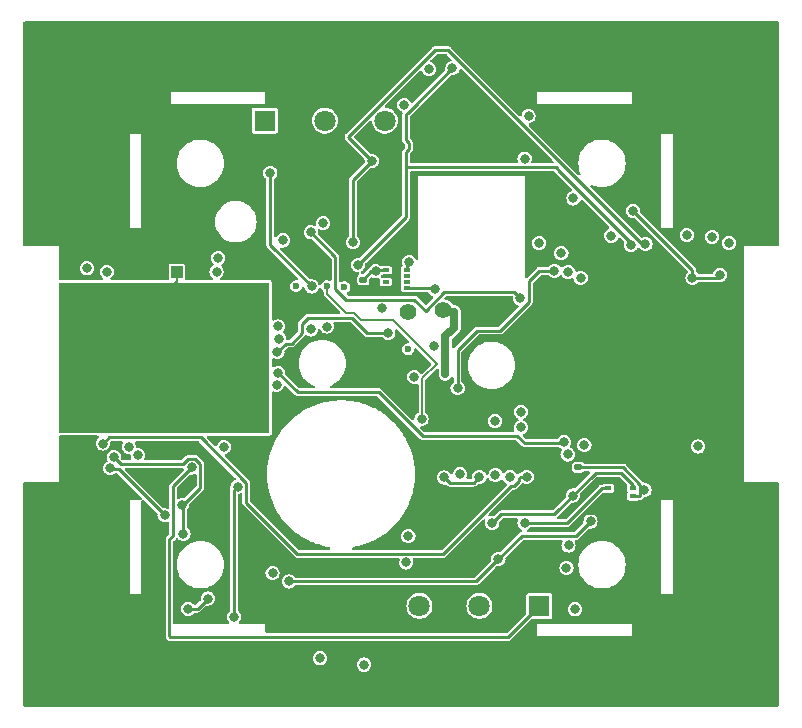
<source format=gtl>
G04 #@! TF.GenerationSoftware,KiCad,Pcbnew,7.0.2*
G04 #@! TF.CreationDate,2023-06-06T15:13:28-04:00*
G04 #@! TF.ProjectId,baseplate,62617365-706c-4617-9465-2e6b69636164,rev?*
G04 #@! TF.SameCoordinates,Original*
G04 #@! TF.FileFunction,Copper,L1,Top*
G04 #@! TF.FilePolarity,Positive*
%FSLAX46Y46*%
G04 Gerber Fmt 4.6, Leading zero omitted, Abs format (unit mm)*
G04 Created by KiCad (PCBNEW 7.0.2) date 2023-06-06 15:13:28*
%MOMM*%
%LPD*%
G01*
G04 APERTURE LIST*
G04 Aperture macros list*
%AMRoundRect*
0 Rectangle with rounded corners*
0 $1 Rounding radius*
0 $2 $3 $4 $5 $6 $7 $8 $9 X,Y pos of 4 corners*
0 Add a 4 corners polygon primitive as box body*
4,1,4,$2,$3,$4,$5,$6,$7,$8,$9,$2,$3,0*
0 Add four circle primitives for the rounded corners*
1,1,$1+$1,$2,$3*
1,1,$1+$1,$4,$5*
1,1,$1+$1,$6,$7*
1,1,$1+$1,$8,$9*
0 Add four rect primitives between the rounded corners*
20,1,$1+$1,$2,$3,$4,$5,0*
20,1,$1+$1,$4,$5,$6,$7,0*
20,1,$1+$1,$6,$7,$8,$9,0*
20,1,$1+$1,$8,$9,$2,$3,0*%
G04 Aperture macros list end*
G04 #@! TA.AperFunction,ComponentPad*
%ADD10R,1.800000X1.800000*%
G04 #@! TD*
G04 #@! TA.AperFunction,ComponentPad*
%ADD11C,1.800000*%
G04 #@! TD*
G04 #@! TA.AperFunction,SMDPad,CuDef*
%ADD12R,17.780000X12.700000*%
G04 #@! TD*
G04 #@! TA.AperFunction,SMDPad,CuDef*
%ADD13R,0.620000X0.300000*%
G04 #@! TD*
G04 #@! TA.AperFunction,SMDPad,CuDef*
%ADD14R,0.600000X0.350000*%
G04 #@! TD*
G04 #@! TA.AperFunction,SMDPad,CuDef*
%ADD15R,1.100000X1.700000*%
G04 #@! TD*
G04 #@! TA.AperFunction,SMDPad,CuDef*
%ADD16R,1.000000X1.000000*%
G04 #@! TD*
G04 #@! TA.AperFunction,SMDPad,CuDef*
%ADD17R,1.050000X2.200000*%
G04 #@! TD*
G04 #@! TA.AperFunction,SMDPad,CuDef*
%ADD18RoundRect,0.140000X0.170000X-0.140000X0.170000X0.140000X-0.170000X0.140000X-0.170000X-0.140000X0*%
G04 #@! TD*
G04 #@! TA.AperFunction,ComponentPad*
%ADD19C,1.400000*%
G04 #@! TD*
G04 #@! TA.AperFunction,ComponentPad*
%ADD20O,1.400000X1.400000*%
G04 #@! TD*
G04 #@! TA.AperFunction,ViaPad*
%ADD21C,0.800000*%
G04 #@! TD*
G04 #@! TA.AperFunction,ViaPad*
%ADD22C,0.600000*%
G04 #@! TD*
G04 #@! TA.AperFunction,Conductor*
%ADD23C,0.200000*%
G04 #@! TD*
G04 #@! TA.AperFunction,Conductor*
%ADD24C,0.250000*%
G04 #@! TD*
G04 #@! TA.AperFunction,Conductor*
%ADD25C,0.150000*%
G04 #@! TD*
G04 #@! TA.AperFunction,Conductor*
%ADD26C,0.700000*%
G04 #@! TD*
G04 APERTURE END LIST*
D10*
X108700000Y-83480000D03*
D11*
X103620000Y-83480000D03*
X98540000Y-83480000D03*
D12*
X117040000Y-62660000D03*
D13*
X95690000Y-55050000D03*
X95690000Y-55550000D03*
X95690000Y-56050000D03*
X95690000Y-56550000D03*
X97510000Y-56550000D03*
X97510000Y-56050000D03*
X97510000Y-55550000D03*
X97510000Y-55050000D03*
D14*
X114530000Y-73535000D03*
X114530000Y-74185000D03*
X114530000Y-74835000D03*
X116630000Y-74835000D03*
X116630000Y-74185000D03*
X116630000Y-73535000D03*
D15*
X115580000Y-74185000D03*
D10*
X85450000Y-42390000D03*
D11*
X90530000Y-42390000D03*
X95610000Y-42390000D03*
D16*
X78000000Y-55200000D03*
D17*
X76525000Y-53700000D03*
D16*
X78000000Y-52200000D03*
D17*
X79475000Y-53700000D03*
D18*
X111990000Y-72710000D03*
X111990000Y-71750000D03*
X93780000Y-56810000D03*
X93780000Y-55850000D03*
D12*
X76960000Y-62490000D03*
D19*
X97540000Y-58570000D03*
D20*
X97540000Y-66190000D03*
D19*
X100580000Y-58430000D03*
D20*
X100580000Y-66050000D03*
D21*
X67040000Y-45250000D03*
X93800000Y-90600000D03*
D22*
X89210000Y-36110000D03*
D21*
X93534649Y-40484649D03*
X95627700Y-53547700D03*
D22*
X70470000Y-35820000D03*
D21*
X90514500Y-48950000D03*
X89300000Y-47500000D03*
X105249977Y-77545500D03*
D22*
X66830000Y-39810000D03*
D21*
X84160000Y-46600000D03*
D22*
X109820000Y-44280000D03*
D21*
X126810000Y-89830000D03*
D22*
X95300000Y-38100000D03*
X113030000Y-43050000D03*
D21*
X78900353Y-73539647D03*
X84300000Y-89110000D03*
X120720000Y-62220000D03*
X81010000Y-76290000D03*
X78350000Y-42870000D03*
X101270000Y-75790000D03*
D22*
X114610000Y-36200000D03*
D21*
X117600000Y-76500000D03*
X112640000Y-89450000D03*
X77740000Y-37120000D03*
D22*
X70910000Y-86960000D03*
D21*
X109887299Y-80142701D03*
X117490000Y-82140000D03*
D22*
X101000000Y-87600000D03*
X100720000Y-37060000D03*
X102200000Y-57530000D03*
D21*
X99010000Y-70530000D03*
D22*
X120840000Y-89800000D03*
X97040000Y-44570000D03*
D21*
X94010000Y-44060000D03*
D22*
X96590000Y-89400000D03*
D21*
X87140000Y-87630000D03*
X81500000Y-90390000D03*
D22*
X118100000Y-49900000D03*
D21*
X84730000Y-49440000D03*
D22*
X77080000Y-49080000D03*
D21*
X123570000Y-60020000D03*
D22*
X68630000Y-50340000D03*
X82010000Y-36380000D03*
X106920000Y-89340000D03*
X117350000Y-43100000D03*
D21*
X109390000Y-72530000D03*
X90700000Y-46000000D03*
D22*
X119530000Y-38850000D03*
X67170000Y-73870000D03*
D21*
X124560000Y-76220000D03*
D22*
X115340000Y-42720000D03*
X107200000Y-37340000D03*
D21*
X76240000Y-48310000D03*
X126190000Y-49490000D03*
X124500000Y-80700000D03*
X94050000Y-64200000D03*
X121260000Y-73350000D03*
D22*
X126830000Y-44370000D03*
D21*
X113650000Y-51340000D03*
D22*
X105710000Y-42710000D03*
D21*
X105050000Y-66090000D03*
D22*
X70480000Y-47730000D03*
D21*
X117990000Y-62760000D03*
X75380000Y-90320000D03*
X77630000Y-69934500D03*
D22*
X70570000Y-79480000D03*
D21*
X90200000Y-90600000D03*
X75920000Y-72840000D03*
X103510000Y-67020000D03*
D22*
X67510000Y-82220000D03*
D21*
X99070000Y-57300000D03*
X79530000Y-69940000D03*
D22*
X116490000Y-88780000D03*
X71310000Y-53120000D03*
X115700000Y-48000000D03*
D21*
X107450000Y-45610000D03*
X95405000Y-58285000D03*
X101981116Y-72325500D03*
X81370000Y-55170000D03*
X121660000Y-55710498D03*
X79275500Y-71760000D03*
X123990000Y-55440000D03*
X98117719Y-64092191D03*
X116625500Y-50030000D03*
X99790500Y-61506612D03*
X111582771Y-48973700D03*
D22*
X92200000Y-56500000D03*
X97580000Y-61750000D03*
X90700000Y-56400000D03*
D21*
X98720000Y-67670000D03*
X99360000Y-38030000D03*
X73940000Y-70010000D03*
X113030000Y-76330000D03*
X86110000Y-80720000D03*
X101778667Y-65039381D03*
X86990000Y-52534500D03*
X87490000Y-81410000D03*
X105230000Y-79510000D03*
X109980000Y-55100000D03*
X107140000Y-67050000D03*
X107780000Y-42020000D03*
X110560000Y-53620000D03*
X81975500Y-70030000D03*
X74695000Y-70735000D03*
X70380000Y-54900000D03*
X78950000Y-83720000D03*
X80620000Y-82855500D03*
X90710000Y-59830000D03*
X76967700Y-75807700D03*
X112510000Y-69880000D03*
X72359937Y-71820193D03*
X97250000Y-41050000D03*
X111130000Y-55190000D03*
X117680000Y-52840000D03*
X92929500Y-52678256D03*
X110995500Y-80260000D03*
X93850000Y-88450000D03*
X94520000Y-45810000D03*
X123330000Y-52230000D03*
X78420000Y-74960000D03*
X101340000Y-37960000D03*
X72670000Y-70870000D03*
X93350000Y-54600000D03*
X116439643Y-52920357D03*
X78560000Y-77370000D03*
X97610500Y-77580000D03*
X111171206Y-78364196D03*
X86520000Y-62000000D03*
X112190000Y-55710498D03*
X95910000Y-60360000D03*
X104980000Y-72420000D03*
X114790000Y-52130000D03*
X106210000Y-72600000D03*
X121190000Y-52080000D03*
X90390000Y-51070000D03*
X83150000Y-73380000D03*
X111720000Y-83770000D03*
X94836435Y-55147141D03*
X90130000Y-87920000D03*
X124750000Y-52760000D03*
X82840000Y-84390000D03*
X117599500Y-73680000D03*
X122140000Y-69980000D03*
X97427211Y-79798105D03*
X86620500Y-60840000D03*
X71740000Y-69730000D03*
X107620000Y-72550000D03*
X81510000Y-54020000D03*
X86449502Y-64750000D03*
X85920000Y-46830000D03*
X89420000Y-56430000D03*
X107140000Y-68360000D03*
X108690000Y-52760000D03*
X107446674Y-76449557D03*
X104940000Y-67820000D03*
X99854791Y-56681042D03*
X97676740Y-54356740D03*
X104717018Y-76477581D03*
X111533805Y-74133805D03*
D22*
X88100000Y-56400000D03*
D21*
X72070000Y-55190000D03*
X86563602Y-59820000D03*
X111089192Y-70655550D03*
X89340000Y-60070000D03*
X89340000Y-51850000D03*
X107080000Y-57440000D03*
X86590000Y-63740000D03*
X110780000Y-69609502D03*
X103620000Y-72570000D03*
X100652306Y-72603800D03*
D22*
X100740000Y-63860000D03*
D23*
X76900000Y-57101900D02*
X76900000Y-62500000D01*
X78000000Y-55200000D02*
X78000000Y-56001900D01*
X78000000Y-55200000D02*
X78000000Y-61450000D01*
X78000000Y-56001900D02*
X76900000Y-57101900D01*
X78000000Y-61450000D02*
X76960000Y-62490000D01*
D24*
X96325000Y-55575000D02*
X96325000Y-56525000D01*
X105050000Y-66090000D02*
X105010000Y-66050000D01*
X105090000Y-66050000D02*
X105050000Y-66090000D01*
X116630000Y-74835000D02*
X116630000Y-75530000D01*
X95110000Y-56810000D02*
X95430000Y-56810000D01*
X96325000Y-56525000D02*
X96300000Y-56550000D01*
X105010000Y-66050000D02*
X100580000Y-66050000D01*
X115935000Y-74835000D02*
X114530000Y-74835000D01*
X116230000Y-74835000D02*
X116630000Y-74835000D01*
X117040000Y-62660000D02*
X113650000Y-66050000D01*
X115580000Y-74185000D02*
X116230000Y-74835000D01*
X95430000Y-56810000D02*
X95690000Y-56550000D01*
X95690000Y-55550000D02*
X96300000Y-55550000D01*
X113650000Y-66050000D02*
X105090000Y-66050000D01*
X78000000Y-52200000D02*
X78000000Y-50070000D01*
X117600000Y-76500000D02*
X115935000Y-74835000D01*
X96300000Y-56550000D02*
X95690000Y-56550000D01*
X79475000Y-53700000D02*
X79475000Y-53675000D01*
X93780000Y-56810000D02*
X95110000Y-56810000D01*
X114530000Y-74185000D02*
X114530000Y-74835000D01*
X79475000Y-53675000D02*
X78000000Y-52200000D01*
X95395000Y-57095000D02*
X98865000Y-57095000D01*
X116630000Y-75530000D02*
X117600000Y-76500000D01*
X76525000Y-53675000D02*
X78000000Y-52200000D01*
X76525000Y-53700000D02*
X76525000Y-53675000D01*
X114530000Y-74185000D02*
X115580000Y-74185000D01*
X78000000Y-50070000D02*
X76240000Y-48310000D01*
X98865000Y-57095000D02*
X99070000Y-57300000D01*
X96300000Y-55550000D02*
X96325000Y-55575000D01*
X95110000Y-56810000D02*
X95395000Y-57095000D01*
X123719502Y-55710498D02*
X121660000Y-55710498D01*
X77695000Y-73340500D02*
X77695000Y-77530305D01*
X79275500Y-71760000D02*
X77695000Y-73340500D01*
X106055000Y-86125000D02*
X108700000Y-83480000D01*
X77375000Y-86051777D02*
X77448223Y-86125000D01*
X77695000Y-77530305D02*
X77375000Y-77850305D01*
X77448223Y-86125000D02*
X106055000Y-86125000D01*
X77375000Y-77850305D02*
X77375000Y-86051777D01*
X116625500Y-50030000D02*
X121660000Y-55064500D01*
X123990000Y-55440000D02*
X123719502Y-55710498D01*
X121660000Y-55064500D02*
X121660000Y-55710498D01*
D25*
X100000000Y-63000000D02*
X98780000Y-64220000D01*
X90700000Y-57060000D02*
X92345000Y-58705000D01*
X98780000Y-64220000D02*
X98780000Y-67675500D01*
X90700000Y-56400000D02*
X90700000Y-57060000D01*
X92345000Y-58705000D02*
X93000686Y-58705000D01*
X93595686Y-59300000D02*
X96300000Y-59300000D01*
X93000686Y-58705000D02*
X93595686Y-59300000D01*
X96300000Y-59300000D02*
X100000000Y-63000000D01*
D24*
X107190000Y-77550000D02*
X105230000Y-79510000D01*
X105390000Y-60170000D02*
X103410000Y-60170000D01*
X101778667Y-61801333D02*
X101778667Y-65039381D01*
X108710000Y-55100000D02*
X107805000Y-56005000D01*
X103330000Y-81410000D02*
X105230000Y-79510000D01*
X103410000Y-60170000D02*
X101778667Y-61801333D01*
X109980000Y-55100000D02*
X108710000Y-55100000D01*
X107805000Y-56005000D02*
X107805000Y-57755000D01*
X107805000Y-57755000D02*
X105390000Y-60170000D01*
X111810000Y-77550000D02*
X107190000Y-77550000D01*
X87490000Y-81410000D02*
X103330000Y-81410000D01*
X113030000Y-76330000D02*
X111810000Y-77550000D01*
X72359937Y-71820193D02*
X72449439Y-71909695D01*
X79755500Y-83720000D02*
X80620000Y-82855500D01*
X78950000Y-83720000D02*
X79755500Y-83720000D01*
X72449439Y-71909695D02*
X73069695Y-71909695D01*
X73069695Y-71909695D02*
X76967700Y-75807700D01*
X92530000Y-43737588D02*
X92530000Y-43820000D01*
X92530000Y-43820000D02*
X94520000Y-45810000D01*
X92929500Y-47400500D02*
X92929500Y-52678256D01*
X94520000Y-45810000D02*
X92929500Y-47400500D01*
X100978884Y-36435000D02*
X99832588Y-36435000D01*
X117383884Y-52840000D02*
X100978884Y-36435000D01*
X99832588Y-36435000D02*
X92530000Y-43737588D01*
X117680000Y-52840000D02*
X117383884Y-52840000D01*
X73259695Y-71459695D02*
X78550500Y-71459695D01*
X97665000Y-44828884D02*
X97665000Y-44311116D01*
X97420000Y-45073884D02*
X97665000Y-44828884D01*
X97435000Y-46335000D02*
X97420000Y-46320000D01*
X116439643Y-52920357D02*
X116439643Y-52754338D01*
X97550305Y-41775000D02*
X97975000Y-41350305D01*
X110300000Y-46530000D02*
X110105000Y-46335000D01*
X97420000Y-46320000D02*
X97420000Y-45073884D01*
X97665000Y-44311116D02*
X97420000Y-44066116D01*
X78560000Y-75100000D02*
X78420000Y-74960000D01*
X97420000Y-41880000D02*
X97525000Y-41775000D01*
X93350000Y-54600000D02*
X97420000Y-50530000D01*
X97975000Y-41325000D02*
X101340000Y-37960000D01*
X97420000Y-44066116D02*
X97420000Y-41880000D01*
X79575805Y-71035000D02*
X80000500Y-71459695D01*
X110105000Y-46335000D02*
X97435000Y-46335000D01*
X80000500Y-71459695D02*
X80000500Y-73464805D01*
X78505305Y-74960000D02*
X78420000Y-74960000D01*
X78560000Y-77370000D02*
X78560000Y-75100000D01*
X78975195Y-71035000D02*
X79575805Y-71035000D01*
X110300000Y-46614695D02*
X110300000Y-46530000D01*
X97420000Y-50530000D02*
X97420000Y-46320000D01*
X72670000Y-70870000D02*
X73259695Y-71459695D01*
X78550500Y-71459695D02*
X78975195Y-71035000D01*
X80000500Y-73464805D02*
X78505305Y-74960000D01*
X97525000Y-41775000D02*
X97550305Y-41775000D01*
X97975000Y-41350305D02*
X97975000Y-41325000D01*
X116439643Y-52754338D02*
X110300000Y-46614695D01*
X88615000Y-60370305D02*
X88615000Y-59595000D01*
X94090000Y-60360000D02*
X95910000Y-60360000D01*
X88615000Y-59595000D02*
X89105000Y-59105000D01*
X89105000Y-59105000D02*
X92835000Y-59105000D01*
X92835000Y-59105000D02*
X94090000Y-60360000D01*
X87250000Y-61270000D02*
X87715305Y-61270000D01*
X87715305Y-61270000D02*
X88615000Y-60370305D01*
X86520000Y-62000000D02*
X87250000Y-61270000D01*
X117255000Y-73205000D02*
X115800000Y-71750000D01*
X82840000Y-84390000D02*
X82840000Y-73690000D01*
X94836435Y-55147141D02*
X94482859Y-55147141D01*
X94933576Y-55050000D02*
X94836435Y-55147141D01*
X117255000Y-73680000D02*
X117599500Y-73680000D01*
X95690000Y-55050000D02*
X94933576Y-55050000D01*
X117255000Y-73680000D02*
X117255000Y-73205000D01*
X82840000Y-73690000D02*
X83150000Y-73380000D01*
X94482859Y-55147141D02*
X93780000Y-55850000D01*
X116630000Y-74185000D02*
X117180000Y-74185000D01*
X115800000Y-71750000D02*
X111990000Y-71750000D01*
X117180000Y-74185000D02*
X117255000Y-74110000D01*
X117255000Y-74110000D02*
X117255000Y-73680000D01*
X83875000Y-74735000D02*
X83875000Y-73065000D01*
X100576895Y-79073105D02*
X88213105Y-79073105D01*
X107620000Y-72550000D02*
X107100000Y-72550000D01*
X80020000Y-69210000D02*
X72260000Y-69210000D01*
X72260000Y-69210000D02*
X71740000Y-69730000D01*
X83875000Y-73065000D02*
X80020000Y-69210000D01*
X88213105Y-79073105D02*
X83875000Y-74735000D01*
X106935000Y-72715000D02*
X106935000Y-72900305D01*
X106325000Y-73325000D02*
X100576895Y-79073105D01*
X106935000Y-72900305D02*
X106510305Y-73325000D01*
X107100000Y-72550000D02*
X106935000Y-72715000D01*
X106510305Y-73325000D02*
X106325000Y-73325000D01*
X85920000Y-52930000D02*
X85920000Y-46830000D01*
X89420000Y-56430000D02*
X85920000Y-52930000D01*
X97510000Y-56550000D02*
X99723749Y-56550000D01*
X113980000Y-73535000D02*
X114530000Y-73535000D01*
X107446674Y-76449557D02*
X111065443Y-76449557D01*
X99723749Y-56550000D02*
X99854791Y-56681042D01*
X111065443Y-76449557D02*
X113980000Y-73535000D01*
X113467609Y-72200000D02*
X115613604Y-72200000D01*
X115613604Y-72200000D02*
X116630000Y-73216396D01*
X116630000Y-73216396D02*
X116630000Y-73535000D01*
X97510000Y-54523480D02*
X97676740Y-54356740D01*
X97510000Y-55050000D02*
X97510000Y-54523480D01*
X104717018Y-76477581D02*
X105470042Y-75724557D01*
X105470042Y-75724557D02*
X109943052Y-75724557D01*
X109943052Y-75724557D02*
X113467609Y-72200000D01*
X91430000Y-56613884D02*
X92361116Y-57545000D01*
X100655431Y-56905000D02*
X106545000Y-56905000D01*
X91430000Y-53940000D02*
X91430000Y-56613884D01*
X106545000Y-56905000D02*
X107080000Y-57440000D01*
X99070431Y-58490000D02*
X100655431Y-56905000D01*
X89340000Y-51850000D02*
X91430000Y-53940000D01*
X92361116Y-57545000D02*
X98125431Y-57545000D01*
X98125431Y-57545000D02*
X99070431Y-58490000D01*
X107454695Y-69700000D02*
X106839695Y-69085000D01*
X98835000Y-69085000D02*
X98810000Y-69110000D01*
X95090000Y-65390000D02*
X88240000Y-65390000D01*
X106839695Y-69085000D02*
X98835000Y-69085000D01*
X98810000Y-69110000D02*
X95090000Y-65390000D01*
X88240000Y-65390000D02*
X86590000Y-63740000D01*
X110689502Y-69700000D02*
X107454695Y-69700000D01*
X110780000Y-69609502D02*
X110689502Y-69700000D01*
X101098506Y-73050000D02*
X103140000Y-73050000D01*
X103140000Y-73050000D02*
X103620000Y-72570000D01*
X100652306Y-72603800D02*
X101098506Y-73050000D01*
D26*
X101487000Y-59923018D02*
X101487000Y-58570000D01*
X100740000Y-60670018D02*
X101487000Y-59923018D01*
X101487000Y-58570000D02*
X100720000Y-58570000D01*
X100720000Y-58570000D02*
X100580000Y-58430000D01*
X100740000Y-63860000D02*
X100740000Y-60670018D01*
G04 #@! TA.AperFunction,Conductor*
G36*
X102134868Y-38051310D02*
G01*
X109881376Y-45797819D01*
X109914861Y-45859142D01*
X109909877Y-45928834D01*
X109868005Y-45984767D01*
X109802541Y-46009184D01*
X109793695Y-46009500D01*
X108120078Y-46009500D01*
X108053039Y-45989815D01*
X108007284Y-45937011D01*
X107997340Y-45867853D01*
X108005517Y-45838048D01*
X108017419Y-45809311D01*
X108035044Y-45766762D01*
X108055682Y-45610000D01*
X108035044Y-45453238D01*
X107974536Y-45307159D01*
X107911460Y-45224956D01*
X107878282Y-45181717D01*
X107752840Y-45085463D01*
X107606762Y-45024956D01*
X107450000Y-45004317D01*
X107293237Y-45024956D01*
X107147159Y-45085463D01*
X107021717Y-45181717D01*
X106925463Y-45307159D01*
X106864956Y-45453237D01*
X106844317Y-45610000D01*
X106864956Y-45766762D01*
X106894483Y-45838048D01*
X106901952Y-45907518D01*
X106870676Y-45969997D01*
X106810587Y-46005648D01*
X106779922Y-46009500D01*
X97869500Y-46009500D01*
X97802461Y-45989815D01*
X97756706Y-45937011D01*
X97745500Y-45885500D01*
X97745500Y-45260072D01*
X97765185Y-45193033D01*
X97781813Y-45172396D01*
X97881306Y-45072903D01*
X97889248Y-45065626D01*
X97918194Y-45041339D01*
X97937082Y-45008622D01*
X97942881Y-44999519D01*
X97964554Y-44968568D01*
X97964554Y-44968566D01*
X97965173Y-44967683D01*
X97975398Y-44942996D01*
X97975585Y-44941933D01*
X97975588Y-44941929D01*
X97982150Y-44904706D01*
X97984479Y-44894200D01*
X97994263Y-44857691D01*
X97990972Y-44820071D01*
X97990500Y-44809264D01*
X97990500Y-44330731D01*
X97990972Y-44319923D01*
X97994263Y-44282310D01*
X97984485Y-44245819D01*
X97982144Y-44235256D01*
X97975588Y-44198071D01*
X97975587Y-44198070D01*
X97975400Y-44197007D01*
X97965173Y-44172317D01*
X97964554Y-44171433D01*
X97964554Y-44171432D01*
X97942878Y-44140476D01*
X97937077Y-44131368D01*
X97918194Y-44098661D01*
X97889267Y-44074389D01*
X97881290Y-44067079D01*
X97781818Y-43967607D01*
X97748333Y-43906284D01*
X97745499Y-43879935D01*
X97745499Y-42093895D01*
X97765184Y-42026857D01*
X97774502Y-42014199D01*
X97787052Y-41999242D01*
X97794340Y-41991289D01*
X98191296Y-41594334D01*
X98199250Y-41587045D01*
X98228194Y-41562760D01*
X98247088Y-41530031D01*
X98252888Y-41520928D01*
X98274553Y-41489989D01*
X98274553Y-41489987D01*
X98278181Y-41484807D01*
X98292068Y-41468256D01*
X101168315Y-38592009D01*
X101229636Y-38558526D01*
X101272180Y-38556753D01*
X101340000Y-38565682D01*
X101496762Y-38545044D01*
X101642841Y-38484536D01*
X101768282Y-38388282D01*
X101864536Y-38262841D01*
X101925044Y-38116762D01*
X101925044Y-38116761D01*
X101931291Y-38101680D01*
X101933237Y-38102486D01*
X101952514Y-38058910D01*
X102010838Y-38020438D01*
X102080703Y-38019606D01*
X102134868Y-38051310D01*
G37*
G04 #@! TD.AperFunction*
G04 #@! TA.AperFunction,Conductor*
G36*
X128942539Y-34020185D02*
G01*
X128988294Y-34072989D01*
X128999500Y-34124500D01*
X128999500Y-52875500D01*
X128979815Y-52942539D01*
X128927011Y-52988294D01*
X128875500Y-52999500D01*
X126024760Y-52999500D01*
X126024554Y-52999459D01*
X125999999Y-52999459D01*
X125999900Y-52999500D01*
X125999618Y-52999615D01*
X125999615Y-52999618D01*
X125999459Y-52999999D01*
X125999476Y-53024616D01*
X125999471Y-53024616D01*
X125999500Y-53024759D01*
X125999500Y-72975467D01*
X125999416Y-72975889D01*
X125999459Y-73000000D01*
X125999501Y-73000101D01*
X125999616Y-73000382D01*
X125999618Y-73000384D01*
X125999808Y-73000462D01*
X126000000Y-73000541D01*
X126000002Y-73000539D01*
X126024616Y-73000524D01*
X126024616Y-73000528D01*
X126024760Y-73000500D01*
X128875500Y-73000500D01*
X128942539Y-73020185D01*
X128988294Y-73072989D01*
X128999500Y-73124500D01*
X128999500Y-91875500D01*
X128979815Y-91942539D01*
X128927011Y-91988294D01*
X128875500Y-91999500D01*
X65124500Y-91999500D01*
X65057461Y-91979815D01*
X65011706Y-91927011D01*
X65000500Y-91875500D01*
X65000500Y-87920000D01*
X89524317Y-87920000D01*
X89544956Y-88076762D01*
X89605463Y-88222840D01*
X89701717Y-88348282D01*
X89827158Y-88444535D01*
X89827159Y-88444536D01*
X89973238Y-88505044D01*
X90130000Y-88525682D01*
X90286762Y-88505044D01*
X90419650Y-88450000D01*
X93244317Y-88450000D01*
X93264956Y-88606762D01*
X93325463Y-88752840D01*
X93421717Y-88878282D01*
X93547159Y-88974535D01*
X93547159Y-88974536D01*
X93693238Y-89035044D01*
X93850000Y-89055682D01*
X94006762Y-89035044D01*
X94152841Y-88974536D01*
X94278282Y-88878282D01*
X94374536Y-88752841D01*
X94435044Y-88606762D01*
X94455682Y-88450000D01*
X94435044Y-88293238D01*
X94374536Y-88147159D01*
X94320519Y-88076762D01*
X94278282Y-88021717D01*
X94152840Y-87925463D01*
X94006762Y-87864956D01*
X93850000Y-87844317D01*
X93693237Y-87864956D01*
X93547159Y-87925463D01*
X93421717Y-88021717D01*
X93325463Y-88147159D01*
X93264956Y-88293237D01*
X93244317Y-88450000D01*
X90419650Y-88450000D01*
X90432841Y-88444536D01*
X90558282Y-88348282D01*
X90654536Y-88222841D01*
X90715044Y-88076762D01*
X90735682Y-87920000D01*
X90715044Y-87763238D01*
X90654536Y-87617159D01*
X90654535Y-87617158D01*
X90558282Y-87491717D01*
X90432840Y-87395463D01*
X90286762Y-87334956D01*
X90130000Y-87314317D01*
X89973237Y-87334956D01*
X89827159Y-87395463D01*
X89701717Y-87491717D01*
X89605463Y-87617159D01*
X89544956Y-87763237D01*
X89524317Y-87920000D01*
X65000500Y-87920000D01*
X65000500Y-73124500D01*
X65020185Y-73057461D01*
X65072989Y-73011706D01*
X65124500Y-73000500D01*
X67975240Y-73000500D01*
X67975383Y-73000528D01*
X67975384Y-73000524D01*
X67999997Y-73000539D01*
X68000000Y-73000541D01*
X68000383Y-73000383D01*
X68000500Y-73000099D01*
X68000541Y-73000000D01*
X68000540Y-72999997D01*
X68000583Y-72975889D01*
X68000500Y-72975467D01*
X68000500Y-69164500D01*
X68020185Y-69097461D01*
X68072989Y-69051706D01*
X68124500Y-69040500D01*
X71286852Y-69040500D01*
X71353891Y-69060185D01*
X71399646Y-69112989D01*
X71409590Y-69182147D01*
X71380565Y-69245703D01*
X71362338Y-69262876D01*
X71311717Y-69301717D01*
X71215463Y-69427159D01*
X71154956Y-69573237D01*
X71134317Y-69729999D01*
X71154956Y-69886762D01*
X71215463Y-70032840D01*
X71311717Y-70158282D01*
X71437159Y-70254535D01*
X71437159Y-70254536D01*
X71583238Y-70315044D01*
X71740000Y-70335682D01*
X71896762Y-70315044D01*
X72042841Y-70254536D01*
X72168282Y-70158282D01*
X72264536Y-70032841D01*
X72325044Y-69886762D01*
X72345682Y-69730000D01*
X72338531Y-69675685D01*
X72349296Y-69606651D01*
X72395676Y-69554395D01*
X72461470Y-69535500D01*
X73300988Y-69535500D01*
X73368027Y-69555185D01*
X73413782Y-69607989D01*
X73423726Y-69677147D01*
X73415549Y-69706952D01*
X73354956Y-69853237D01*
X73334317Y-70009999D01*
X73354956Y-70166762D01*
X73415463Y-70312840D01*
X73511717Y-70438282D01*
X73590571Y-70498788D01*
X73637159Y-70534536D01*
X73783238Y-70595044D01*
X73919361Y-70612964D01*
X73939999Y-70615682D01*
X73939999Y-70615681D01*
X73940000Y-70615682D01*
X73948393Y-70614577D01*
X74017429Y-70625342D01*
X74069685Y-70671722D01*
X74087518Y-70721330D01*
X74109956Y-70891762D01*
X74139357Y-70962743D01*
X74146826Y-71032212D01*
X74115551Y-71094691D01*
X74055461Y-71130343D01*
X74024796Y-71134195D01*
X73445883Y-71134195D01*
X73378844Y-71114510D01*
X73358202Y-71097876D01*
X73302011Y-71041685D01*
X73268526Y-70980362D01*
X73266753Y-70937818D01*
X73275682Y-70869999D01*
X73272964Y-70849361D01*
X73255044Y-70713238D01*
X73194536Y-70567159D01*
X73146484Y-70504536D01*
X73098282Y-70441717D01*
X72972840Y-70345463D01*
X72826762Y-70284956D01*
X72670000Y-70264317D01*
X72513237Y-70284956D01*
X72367159Y-70345463D01*
X72241717Y-70441717D01*
X72145463Y-70567159D01*
X72084956Y-70713237D01*
X72064317Y-70870000D01*
X72084956Y-71026762D01*
X72128491Y-71131867D01*
X72135960Y-71201337D01*
X72104684Y-71263816D01*
X72061388Y-71293878D01*
X72057097Y-71295655D01*
X71931654Y-71391910D01*
X71835400Y-71517352D01*
X71774893Y-71663430D01*
X71754254Y-71820192D01*
X71774893Y-71976955D01*
X71835400Y-72123033D01*
X71931654Y-72248475D01*
X72050049Y-72339322D01*
X72057096Y-72344729D01*
X72203175Y-72405237D01*
X72339298Y-72423157D01*
X72359936Y-72425875D01*
X72359936Y-72425874D01*
X72359937Y-72425875D01*
X72516699Y-72405237D01*
X72662778Y-72344729D01*
X72772131Y-72260819D01*
X72837301Y-72235625D01*
X72847618Y-72235195D01*
X72883507Y-72235195D01*
X72950546Y-72254880D01*
X72971188Y-72271514D01*
X74987493Y-74287819D01*
X75020978Y-74349142D01*
X75015994Y-74418834D01*
X74974122Y-74474767D01*
X74908658Y-74499184D01*
X74899812Y-74499500D01*
X74024760Y-74499500D01*
X74024554Y-74499459D01*
X73999999Y-74499459D01*
X73999900Y-74499500D01*
X73999618Y-74499615D01*
X73999615Y-74499618D01*
X73999459Y-74499999D01*
X73999476Y-74524616D01*
X73999471Y-74524616D01*
X73999500Y-74524759D01*
X73999500Y-82475467D01*
X73999416Y-82475889D01*
X73999459Y-82500000D01*
X73999501Y-82500101D01*
X73999616Y-82500382D01*
X73999618Y-82500384D01*
X73999808Y-82500462D01*
X74000000Y-82500541D01*
X74000002Y-82500539D01*
X74024616Y-82500524D01*
X74024616Y-82500528D01*
X74024760Y-82500500D01*
X74975240Y-82500500D01*
X74975383Y-82500528D01*
X74975384Y-82500524D01*
X74999997Y-82500539D01*
X75000000Y-82500541D01*
X75000383Y-82500383D01*
X75000500Y-82500099D01*
X75000541Y-82500000D01*
X75000540Y-82499997D01*
X75000583Y-82475889D01*
X75000500Y-82475467D01*
X75000500Y-74600188D01*
X75020185Y-74533149D01*
X75072989Y-74487394D01*
X75142147Y-74477450D01*
X75205703Y-74506475D01*
X75212181Y-74512507D01*
X76335688Y-75636014D01*
X76369173Y-75697337D01*
X76370946Y-75739880D01*
X76362017Y-75807699D01*
X76382656Y-75964462D01*
X76443163Y-76110540D01*
X76539417Y-76235982D01*
X76638648Y-76312124D01*
X76664859Y-76332236D01*
X76810938Y-76392744D01*
X76967700Y-76413382D01*
X77124462Y-76392744D01*
X77198050Y-76362262D01*
X77267516Y-76354794D01*
X77329995Y-76386069D01*
X77365648Y-76446157D01*
X77369500Y-76476824D01*
X77369500Y-77344115D01*
X77349815Y-77411154D01*
X77333181Y-77431796D01*
X77158714Y-77606263D01*
X77150741Y-77613569D01*
X77121806Y-77637849D01*
X77102914Y-77670569D01*
X77097106Y-77679685D01*
X77074831Y-77711498D01*
X77064597Y-77736204D01*
X77057852Y-77774453D01*
X77055512Y-77785009D01*
X77045735Y-77821496D01*
X77049028Y-77859122D01*
X77049500Y-77869931D01*
X77049500Y-86032149D01*
X77049028Y-86042957D01*
X77045735Y-86080584D01*
X77055512Y-86117073D01*
X77057853Y-86127629D01*
X77064599Y-86165884D01*
X77074829Y-86190580D01*
X77075446Y-86191461D01*
X77097112Y-86222404D01*
X77102915Y-86231513D01*
X77121806Y-86264232D01*
X77150742Y-86288512D01*
X77158718Y-86295821D01*
X77204173Y-86341276D01*
X77211481Y-86349250D01*
X77235768Y-86378194D01*
X77259817Y-86392079D01*
X77268479Y-86397080D01*
X77277602Y-86402892D01*
X77308539Y-86424554D01*
X77308540Y-86424554D01*
X77309421Y-86425171D01*
X77334114Y-86435400D01*
X77335177Y-86435587D01*
X77335178Y-86435588D01*
X77372366Y-86442145D01*
X77382929Y-86444487D01*
X77419415Y-86454264D01*
X77419415Y-86454263D01*
X77419416Y-86454264D01*
X77457042Y-86450971D01*
X77467850Y-86450500D01*
X106035373Y-86450500D01*
X106046180Y-86450971D01*
X106083807Y-86454264D01*
X106120324Y-86444478D01*
X106130830Y-86442149D01*
X106168045Y-86435588D01*
X106168047Y-86435586D01*
X106169112Y-86435399D01*
X106193799Y-86425173D01*
X106194682Y-86424554D01*
X106194684Y-86424554D01*
X106225625Y-86402887D01*
X106234722Y-86397091D01*
X106267455Y-86378194D01*
X106291748Y-86349241D01*
X106299036Y-86341288D01*
X106664435Y-85975889D01*
X108499416Y-85975889D01*
X108499459Y-86000000D01*
X108499501Y-86000101D01*
X108499616Y-86000382D01*
X108499618Y-86000384D01*
X108499808Y-86000462D01*
X108500000Y-86000541D01*
X108500002Y-86000539D01*
X108524616Y-86000524D01*
X108524616Y-86000528D01*
X108524760Y-86000500D01*
X116475240Y-86000500D01*
X116475383Y-86000528D01*
X116475384Y-86000524D01*
X116499997Y-86000539D01*
X116500000Y-86000541D01*
X116500383Y-86000383D01*
X116500500Y-86000099D01*
X116500541Y-86000000D01*
X116500540Y-85999997D01*
X116500583Y-85975889D01*
X116500500Y-85975467D01*
X116500500Y-85024759D01*
X116500528Y-85024616D01*
X116500524Y-85024616D01*
X116500539Y-85000002D01*
X116500541Y-85000000D01*
X116500462Y-84999808D01*
X116500384Y-84999618D01*
X116500383Y-84999617D01*
X116500379Y-84999615D01*
X116500097Y-84999499D01*
X116500000Y-84999459D01*
X116475446Y-84999459D01*
X116475240Y-84999500D01*
X108524760Y-84999500D01*
X108524554Y-84999459D01*
X108499999Y-84999459D01*
X108499900Y-84999500D01*
X108499618Y-84999615D01*
X108499615Y-84999618D01*
X108499459Y-84999999D01*
X108499476Y-85024616D01*
X108499471Y-85024616D01*
X108499500Y-85024759D01*
X108499500Y-85975467D01*
X108499416Y-85975889D01*
X106664435Y-85975889D01*
X108023506Y-84616819D01*
X108084830Y-84583334D01*
X108111188Y-84580500D01*
X109619749Y-84580500D01*
X109648989Y-84574683D01*
X109678231Y-84568867D01*
X109744552Y-84524552D01*
X109788867Y-84458231D01*
X109800500Y-84399748D01*
X109800500Y-83770000D01*
X111114317Y-83770000D01*
X111134956Y-83926762D01*
X111195463Y-84072840D01*
X111291717Y-84198282D01*
X111417159Y-84294536D01*
X111563238Y-84355044D01*
X111720000Y-84375682D01*
X111876762Y-84355044D01*
X112022841Y-84294536D01*
X112148282Y-84198282D01*
X112244536Y-84072841D01*
X112305044Y-83926762D01*
X112325682Y-83770000D01*
X112305044Y-83613238D01*
X112244536Y-83467159D01*
X112233098Y-83452253D01*
X112148282Y-83341717D01*
X112022840Y-83245463D01*
X111876762Y-83184956D01*
X111720000Y-83164317D01*
X111563237Y-83184956D01*
X111417159Y-83245463D01*
X111291717Y-83341717D01*
X111195463Y-83467159D01*
X111134956Y-83613237D01*
X111114317Y-83770000D01*
X109800500Y-83770000D01*
X109800500Y-82560252D01*
X109788867Y-82501769D01*
X109777683Y-82485031D01*
X109771575Y-82475889D01*
X118999416Y-82475889D01*
X118999459Y-82500000D01*
X118999501Y-82500101D01*
X118999616Y-82500382D01*
X118999618Y-82500384D01*
X118999808Y-82500462D01*
X119000000Y-82500541D01*
X119000002Y-82500539D01*
X119024616Y-82500524D01*
X119024616Y-82500528D01*
X119024760Y-82500500D01*
X119975240Y-82500500D01*
X119975383Y-82500528D01*
X119975384Y-82500524D01*
X119999997Y-82500539D01*
X120000000Y-82500541D01*
X120000383Y-82500383D01*
X120000385Y-82500379D01*
X120006893Y-82485031D01*
X120000521Y-82464747D01*
X120000499Y-82462417D01*
X120000499Y-74508647D01*
X120000541Y-74500003D01*
X120000540Y-74500001D01*
X120000541Y-74500000D01*
X120000383Y-74499617D01*
X120000379Y-74499615D01*
X120000097Y-74499499D01*
X120000000Y-74499459D01*
X119975446Y-74499459D01*
X119975240Y-74499500D01*
X119024760Y-74499500D01*
X119024554Y-74499459D01*
X118999999Y-74499459D01*
X118999900Y-74499500D01*
X118999618Y-74499615D01*
X118999615Y-74499618D01*
X118999459Y-74499999D01*
X118999476Y-74524616D01*
X118999471Y-74524616D01*
X118999500Y-74524759D01*
X118999500Y-82475467D01*
X118999416Y-82475889D01*
X109771575Y-82475889D01*
X109744552Y-82435447D01*
X109678230Y-82391132D01*
X109619749Y-82379500D01*
X109619748Y-82379500D01*
X107780252Y-82379500D01*
X107780251Y-82379500D01*
X107721769Y-82391132D01*
X107655447Y-82435447D01*
X107611132Y-82501769D01*
X107599500Y-82560251D01*
X107599500Y-84068812D01*
X107579815Y-84135851D01*
X107563181Y-84156493D01*
X105956493Y-85763181D01*
X105895170Y-85796666D01*
X105868812Y-85799500D01*
X85624500Y-85799500D01*
X85557461Y-85779815D01*
X85511706Y-85727011D01*
X85500500Y-85675500D01*
X85500500Y-85024759D01*
X85500528Y-85024616D01*
X85500524Y-85024616D01*
X85500539Y-85000002D01*
X85500541Y-85000000D01*
X85500462Y-84999808D01*
X85500384Y-84999618D01*
X85500383Y-84999617D01*
X85500379Y-84999615D01*
X85500097Y-84999499D01*
X85500000Y-84999459D01*
X85475446Y-84999459D01*
X85475240Y-84999500D01*
X83380676Y-84999500D01*
X83313637Y-84979815D01*
X83267882Y-84927011D01*
X83257938Y-84857853D01*
X83282300Y-84800014D01*
X83315100Y-84757266D01*
X83364536Y-84692841D01*
X83425044Y-84546762D01*
X83445682Y-84390000D01*
X83425044Y-84233238D01*
X83364536Y-84087159D01*
X83268282Y-83961718D01*
X83245524Y-83944255D01*
X83214012Y-83920074D01*
X83172810Y-83863646D01*
X83165500Y-83821699D01*
X83165500Y-83480000D01*
X97434785Y-83480000D01*
X97453602Y-83683083D01*
X97509418Y-83879251D01*
X97600324Y-84061818D01*
X97723236Y-84224580D01*
X97873958Y-84361981D01*
X98029408Y-84458231D01*
X98047363Y-84469348D01*
X98237544Y-84543024D01*
X98438024Y-84580500D01*
X98438026Y-84580500D01*
X98641974Y-84580500D01*
X98641976Y-84580500D01*
X98842456Y-84543024D01*
X99032637Y-84469348D01*
X99206041Y-84361981D01*
X99356764Y-84224579D01*
X99479673Y-84061821D01*
X99479673Y-84061819D01*
X99479675Y-84061818D01*
X99529518Y-83961718D01*
X99570582Y-83879250D01*
X99626397Y-83683083D01*
X99645215Y-83480000D01*
X102514785Y-83480000D01*
X102533602Y-83683083D01*
X102589418Y-83879251D01*
X102680324Y-84061818D01*
X102803236Y-84224580D01*
X102953958Y-84361981D01*
X103109408Y-84458231D01*
X103127363Y-84469348D01*
X103317544Y-84543024D01*
X103518024Y-84580500D01*
X103518026Y-84580500D01*
X103721974Y-84580500D01*
X103721976Y-84580500D01*
X103922456Y-84543024D01*
X104112637Y-84469348D01*
X104286041Y-84361981D01*
X104436764Y-84224579D01*
X104559673Y-84061821D01*
X104559673Y-84061819D01*
X104559675Y-84061818D01*
X104609518Y-83961718D01*
X104650582Y-83879250D01*
X104706397Y-83683083D01*
X104725215Y-83480000D01*
X104708140Y-83295733D01*
X104706397Y-83276916D01*
X104683221Y-83195463D01*
X104650582Y-83080750D01*
X104650209Y-83080001D01*
X104559675Y-82898181D01*
X104436763Y-82735419D01*
X104286041Y-82598018D01*
X104112638Y-82490652D01*
X103922457Y-82416976D01*
X103855629Y-82404484D01*
X103721976Y-82379500D01*
X103518024Y-82379500D01*
X103455793Y-82391133D01*
X103317542Y-82416976D01*
X103127361Y-82490652D01*
X102953958Y-82598018D01*
X102803236Y-82735419D01*
X102680324Y-82898181D01*
X102589418Y-83080748D01*
X102533602Y-83276916D01*
X102514785Y-83480000D01*
X99645215Y-83480000D01*
X99628140Y-83295733D01*
X99626397Y-83276916D01*
X99603221Y-83195463D01*
X99570582Y-83080750D01*
X99570209Y-83080001D01*
X99479675Y-82898181D01*
X99356763Y-82735419D01*
X99206041Y-82598018D01*
X99032638Y-82490652D01*
X98842457Y-82416976D01*
X98775629Y-82404484D01*
X98641976Y-82379500D01*
X98438024Y-82379500D01*
X98375793Y-82391133D01*
X98237542Y-82416976D01*
X98047361Y-82490652D01*
X97873958Y-82598018D01*
X97723236Y-82735419D01*
X97600324Y-82898181D01*
X97509418Y-83080748D01*
X97453602Y-83276916D01*
X97434785Y-83480000D01*
X83165500Y-83480000D01*
X83165500Y-80720000D01*
X85504317Y-80720000D01*
X85524956Y-80876762D01*
X85585463Y-81022840D01*
X85681717Y-81148282D01*
X85807159Y-81244535D01*
X85807159Y-81244536D01*
X85953238Y-81305044D01*
X86110000Y-81325682D01*
X86266762Y-81305044D01*
X86412841Y-81244536D01*
X86538282Y-81148282D01*
X86634536Y-81022841D01*
X86695044Y-80876762D01*
X86715682Y-80720000D01*
X86695044Y-80563238D01*
X86634536Y-80417159D01*
X86608439Y-80383148D01*
X86538282Y-80291717D01*
X86412840Y-80195463D01*
X86266762Y-80134956D01*
X86110000Y-80114317D01*
X85953237Y-80134956D01*
X85807159Y-80195463D01*
X85681717Y-80291717D01*
X85585463Y-80417159D01*
X85524956Y-80563237D01*
X85504317Y-80720000D01*
X83165500Y-80720000D01*
X83165500Y-74092386D01*
X83185185Y-74025347D01*
X83237989Y-73979592D01*
X83273313Y-73969447D01*
X83306762Y-73965044D01*
X83378049Y-73935515D01*
X83447516Y-73928047D01*
X83509996Y-73959322D01*
X83545648Y-74019411D01*
X83549500Y-74050077D01*
X83549500Y-74715372D01*
X83549028Y-74726180D01*
X83545735Y-74763807D01*
X83555512Y-74800296D01*
X83557853Y-74810852D01*
X83564599Y-74849107D01*
X83574829Y-74873803D01*
X83575446Y-74874684D01*
X83597112Y-74905627D01*
X83602915Y-74914736D01*
X83621806Y-74947455D01*
X83650742Y-74971735D01*
X83658718Y-74979044D01*
X87969055Y-79289381D01*
X87976363Y-79297355D01*
X88000650Y-79326299D01*
X88021459Y-79338313D01*
X88033361Y-79345185D01*
X88042484Y-79350997D01*
X88073421Y-79372659D01*
X88073422Y-79372659D01*
X88074303Y-79373276D01*
X88098996Y-79383505D01*
X88100059Y-79383692D01*
X88100060Y-79383693D01*
X88137248Y-79390250D01*
X88147811Y-79392592D01*
X88184297Y-79402369D01*
X88184297Y-79402368D01*
X88184298Y-79402369D01*
X88221924Y-79399076D01*
X88232732Y-79398605D01*
X96757133Y-79398605D01*
X96824172Y-79418290D01*
X96869927Y-79471094D01*
X96879871Y-79540252D01*
X96871694Y-79570057D01*
X96842167Y-79641342D01*
X96821528Y-79798104D01*
X96842167Y-79954867D01*
X96902674Y-80100945D01*
X96998928Y-80226387D01*
X97042734Y-80260000D01*
X97124370Y-80322641D01*
X97270449Y-80383149D01*
X97427211Y-80403787D01*
X97583973Y-80383149D01*
X97730052Y-80322641D01*
X97855493Y-80226387D01*
X97951747Y-80100946D01*
X98012255Y-79954867D01*
X98032893Y-79798105D01*
X98012255Y-79641343D01*
X97998539Y-79608230D01*
X97982728Y-79570057D01*
X97975259Y-79500587D01*
X98006535Y-79438108D01*
X98066624Y-79402457D01*
X98097289Y-79398605D01*
X100557268Y-79398605D01*
X100568075Y-79399076D01*
X100605702Y-79402369D01*
X100642219Y-79392583D01*
X100652725Y-79390254D01*
X100689940Y-79383693D01*
X100689942Y-79383691D01*
X100691007Y-79383504D01*
X100715694Y-79373278D01*
X100716577Y-79372659D01*
X100716579Y-79372659D01*
X100747520Y-79350992D01*
X100756617Y-79345196D01*
X100789350Y-79326299D01*
X100813643Y-79297346D01*
X100820931Y-79289393D01*
X103933334Y-76176991D01*
X103994656Y-76143507D01*
X104064348Y-76148491D01*
X104120281Y-76190363D01*
X104144698Y-76255827D01*
X104135576Y-76312124D01*
X104131974Y-76320820D01*
X104111335Y-76477580D01*
X104131974Y-76634343D01*
X104192481Y-76780421D01*
X104288735Y-76905863D01*
X104393093Y-76985939D01*
X104414177Y-77002117D01*
X104560256Y-77062625D01*
X104696379Y-77080545D01*
X104717017Y-77083263D01*
X104717017Y-77083262D01*
X104717018Y-77083263D01*
X104873780Y-77062625D01*
X105019859Y-77002117D01*
X105145300Y-76905863D01*
X105241554Y-76780422D01*
X105302062Y-76634343D01*
X105322700Y-76477581D01*
X105313771Y-76409761D01*
X105324536Y-76340727D01*
X105349029Y-76305895D01*
X105568549Y-76086376D01*
X105629872Y-76052891D01*
X105656230Y-76050057D01*
X106776596Y-76050057D01*
X106843635Y-76069742D01*
X106889390Y-76122546D01*
X106899334Y-76191704D01*
X106891157Y-76221509D01*
X106861630Y-76292794D01*
X106840991Y-76449557D01*
X106861630Y-76606319D01*
X106922137Y-76752397D01*
X107018391Y-76877839D01*
X107143833Y-76974093D01*
X107174725Y-76986889D01*
X107229129Y-77030729D01*
X107251194Y-77097023D01*
X107233915Y-77164723D01*
X107182778Y-77212333D01*
X107159365Y-77221225D01*
X107124704Y-77230512D01*
X107114148Y-77232852D01*
X107075899Y-77239597D01*
X107051193Y-77249831D01*
X107019380Y-77272106D01*
X107010264Y-77277914D01*
X106977545Y-77296805D01*
X106953262Y-77325744D01*
X106945956Y-77333716D01*
X105401684Y-78877988D01*
X105340361Y-78911473D01*
X105297818Y-78913246D01*
X105230000Y-78904317D01*
X105073237Y-78924956D01*
X104927159Y-78985463D01*
X104801717Y-79081717D01*
X104705463Y-79207159D01*
X104644956Y-79353237D01*
X104624317Y-79510000D01*
X104633246Y-79577818D01*
X104622480Y-79646853D01*
X104597988Y-79681684D01*
X103231493Y-81048181D01*
X103170170Y-81081666D01*
X103143812Y-81084500D01*
X88058299Y-81084500D01*
X87991260Y-81064815D01*
X87959923Y-81035986D01*
X87918281Y-80981717D01*
X87792840Y-80885463D01*
X87646762Y-80824956D01*
X87490000Y-80804317D01*
X87333237Y-80824956D01*
X87187159Y-80885463D01*
X87061717Y-80981717D01*
X86965463Y-81107159D01*
X86904956Y-81253237D01*
X86884317Y-81410000D01*
X86904956Y-81566762D01*
X86965463Y-81712840D01*
X87061717Y-81838282D01*
X87166268Y-81918506D01*
X87187159Y-81934536D01*
X87333238Y-81995044D01*
X87490000Y-82015682D01*
X87646762Y-81995044D01*
X87792841Y-81934536D01*
X87918282Y-81838282D01*
X87959923Y-81784013D01*
X88016350Y-81742811D01*
X88058299Y-81735500D01*
X103310373Y-81735500D01*
X103321180Y-81735971D01*
X103358807Y-81739264D01*
X103395324Y-81729478D01*
X103405830Y-81727149D01*
X103443045Y-81720588D01*
X103443047Y-81720586D01*
X103444112Y-81720399D01*
X103468799Y-81710173D01*
X103469682Y-81709554D01*
X103469684Y-81709554D01*
X103500625Y-81687887D01*
X103509722Y-81682091D01*
X103542455Y-81663194D01*
X103566748Y-81634241D01*
X103574036Y-81626288D01*
X104940324Y-80260000D01*
X110389817Y-80260000D01*
X110410456Y-80416762D01*
X110470963Y-80562840D01*
X110567217Y-80688282D01*
X110692658Y-80784536D01*
X110692659Y-80784536D01*
X110838738Y-80845044D01*
X110974860Y-80862964D01*
X110995499Y-80865682D01*
X110995499Y-80865681D01*
X110995500Y-80865682D01*
X111152262Y-80845044D01*
X111298341Y-80784536D01*
X111423782Y-80688282D01*
X111520036Y-80562841D01*
X111580544Y-80416762D01*
X111601182Y-80260000D01*
X111580544Y-80103238D01*
X111537781Y-80000000D01*
X111994389Y-80000000D01*
X112014804Y-80285429D01*
X112075629Y-80565041D01*
X112175634Y-80833163D01*
X112312772Y-81084313D01*
X112360659Y-81148282D01*
X112484261Y-81313395D01*
X112686605Y-81515739D01*
X112754764Y-81566762D01*
X112915686Y-81687227D01*
X112988787Y-81727143D01*
X113166839Y-81824367D01*
X113434954Y-81924369D01*
X113434957Y-81924369D01*
X113434958Y-81924370D01*
X113481691Y-81934536D01*
X113714572Y-81985196D01*
X114000000Y-82005610D01*
X114285428Y-81985196D01*
X114565046Y-81924369D01*
X114833161Y-81824367D01*
X115084315Y-81687226D01*
X115313395Y-81515739D01*
X115515739Y-81313395D01*
X115687226Y-81084315D01*
X115824367Y-80833161D01*
X115924369Y-80565046D01*
X115985196Y-80285428D01*
X116005610Y-80000000D01*
X115985196Y-79714572D01*
X115924369Y-79434954D01*
X115824367Y-79166839D01*
X115763535Y-79055435D01*
X115687227Y-78915686D01*
X115561403Y-78747605D01*
X115515739Y-78686605D01*
X115313395Y-78484261D01*
X115098379Y-78323302D01*
X115084313Y-78312772D01*
X114833163Y-78175634D01*
X114833162Y-78175633D01*
X114833161Y-78175633D01*
X114640530Y-78103785D01*
X114565041Y-78075629D01*
X114285429Y-78014804D01*
X114000000Y-77994389D01*
X113714570Y-78014804D01*
X113434958Y-78075629D01*
X113166836Y-78175634D01*
X112915686Y-78312772D01*
X112686602Y-78484263D01*
X112484263Y-78686602D01*
X112312772Y-78915686D01*
X112175634Y-79166836D01*
X112075629Y-79434958D01*
X112014804Y-79714570D01*
X111994389Y-80000000D01*
X111537781Y-80000000D01*
X111520036Y-79957159D01*
X111505551Y-79938282D01*
X111423782Y-79831717D01*
X111298340Y-79735463D01*
X111152262Y-79674956D01*
X110995499Y-79654317D01*
X110838737Y-79674956D01*
X110692659Y-79735463D01*
X110567217Y-79831717D01*
X110470963Y-79957159D01*
X110410456Y-80103237D01*
X110389817Y-80260000D01*
X104940324Y-80260000D01*
X105058315Y-80142009D01*
X105119636Y-80108526D01*
X105162180Y-80106753D01*
X105230000Y-80115682D01*
X105386762Y-80095044D01*
X105532841Y-80034536D01*
X105658282Y-79938282D01*
X105754536Y-79812841D01*
X105815044Y-79666762D01*
X105835682Y-79510000D01*
X105826752Y-79442180D01*
X105837518Y-79373144D01*
X105862008Y-79338316D01*
X107288506Y-77911819D01*
X107349830Y-77878334D01*
X107376188Y-77875500D01*
X110538074Y-77875500D01*
X110605113Y-77895185D01*
X110650868Y-77947989D01*
X110660812Y-78017147D01*
X110652635Y-78046952D01*
X110586162Y-78207433D01*
X110565523Y-78364196D01*
X110586162Y-78520958D01*
X110646669Y-78667036D01*
X110742923Y-78792478D01*
X110854363Y-78877988D01*
X110868365Y-78888732D01*
X111014444Y-78949240D01*
X111171206Y-78969878D01*
X111327968Y-78949240D01*
X111474047Y-78888732D01*
X111599488Y-78792478D01*
X111695742Y-78667037D01*
X111756250Y-78520958D01*
X111776888Y-78364196D01*
X111756250Y-78207434D01*
X111695742Y-78061355D01*
X111695741Y-78061354D01*
X111690301Y-78048220D01*
X111682832Y-77978750D01*
X111714107Y-77916271D01*
X111774196Y-77880619D01*
X111815666Y-77877239D01*
X111838807Y-77879264D01*
X111875324Y-77869478D01*
X111885830Y-77867149D01*
X111923045Y-77860588D01*
X111923047Y-77860586D01*
X111924112Y-77860399D01*
X111948799Y-77850173D01*
X111949682Y-77849554D01*
X111949684Y-77849554D01*
X111980625Y-77827887D01*
X111989722Y-77822091D01*
X112022455Y-77803194D01*
X112046748Y-77774241D01*
X112054036Y-77766288D01*
X112858315Y-76962009D01*
X112919636Y-76928526D01*
X112962180Y-76926753D01*
X113030000Y-76935682D01*
X113186762Y-76915044D01*
X113332841Y-76854536D01*
X113458282Y-76758282D01*
X113554536Y-76632841D01*
X113615044Y-76486762D01*
X113635682Y-76330000D01*
X113615044Y-76173238D01*
X113554536Y-76027159D01*
X113537345Y-76004755D01*
X113458282Y-75901717D01*
X113332840Y-75805463D01*
X113186762Y-75744956D01*
X113030000Y-75724317D01*
X112873237Y-75744956D01*
X112727159Y-75805463D01*
X112601717Y-75901717D01*
X112505463Y-76027159D01*
X112444956Y-76173237D01*
X112424317Y-76330000D01*
X112433246Y-76397818D01*
X112422480Y-76466853D01*
X112397988Y-76501684D01*
X111711493Y-77188181D01*
X111650170Y-77221666D01*
X111623812Y-77224500D01*
X107768369Y-77224500D01*
X107701330Y-77204815D01*
X107655575Y-77152011D01*
X107645631Y-77082853D01*
X107674656Y-77019297D01*
X107720917Y-76985939D01*
X107732964Y-76980948D01*
X107749515Y-76974093D01*
X107874956Y-76877839D01*
X107916597Y-76823570D01*
X107973024Y-76782368D01*
X108014973Y-76775057D01*
X111045816Y-76775057D01*
X111056623Y-76775528D01*
X111094250Y-76778821D01*
X111130767Y-76769035D01*
X111141273Y-76766706D01*
X111178488Y-76760145D01*
X111178490Y-76760143D01*
X111179555Y-76759956D01*
X111204242Y-76749730D01*
X111205125Y-76749111D01*
X111205127Y-76749111D01*
X111236068Y-76727444D01*
X111245165Y-76721648D01*
X111277898Y-76702751D01*
X111302191Y-76673798D01*
X111309479Y-76665845D01*
X114042088Y-73933236D01*
X114103409Y-73899753D01*
X114153956Y-73899302D01*
X114210252Y-73910500D01*
X114210253Y-73910500D01*
X114849749Y-73910500D01*
X114879731Y-73904536D01*
X114908231Y-73898867D01*
X114974552Y-73854552D01*
X115018867Y-73788231D01*
X115030500Y-73729748D01*
X115030500Y-73340252D01*
X115028456Y-73329978D01*
X115018867Y-73281769D01*
X114974552Y-73215447D01*
X114908230Y-73171132D01*
X114849749Y-73159500D01*
X114849748Y-73159500D01*
X114210252Y-73159500D01*
X114210251Y-73159500D01*
X114151769Y-73171133D01*
X114125625Y-73188602D01*
X114058948Y-73209480D01*
X114056734Y-73209500D01*
X113999628Y-73209500D01*
X113988820Y-73209028D01*
X113951192Y-73205735D01*
X113914704Y-73215512D01*
X113904148Y-73217852D01*
X113865899Y-73224597D01*
X113841193Y-73234831D01*
X113809380Y-73257106D01*
X113800264Y-73262914D01*
X113767545Y-73281805D01*
X113743262Y-73310744D01*
X113735956Y-73318716D01*
X110966936Y-76087738D01*
X110905613Y-76121223D01*
X110879255Y-76124057D01*
X110303239Y-76124057D01*
X110236200Y-76104372D01*
X110190445Y-76051568D01*
X110180501Y-75982410D01*
X110209526Y-75918854D01*
X110215558Y-75912376D01*
X110788156Y-75339778D01*
X111362120Y-74765813D01*
X111423441Y-74732330D01*
X111465979Y-74730557D01*
X111533805Y-74739487D01*
X111690567Y-74718849D01*
X111836646Y-74658341D01*
X111962087Y-74562087D01*
X112058341Y-74436646D01*
X112118849Y-74290567D01*
X112139487Y-74133805D01*
X112130557Y-74065982D01*
X112141322Y-73996951D01*
X112165812Y-73962121D01*
X113566116Y-72561819D01*
X113627440Y-72528334D01*
X113653798Y-72525500D01*
X115427416Y-72525500D01*
X115494455Y-72545185D01*
X115515097Y-72561819D01*
X116109847Y-73156569D01*
X116143332Y-73217892D01*
X116143784Y-73268440D01*
X116129500Y-73340253D01*
X116129500Y-73729748D01*
X116141133Y-73788231D01*
X116143056Y-73791109D01*
X116163934Y-73857787D01*
X116145449Y-73925167D01*
X116143056Y-73928891D01*
X116141133Y-73931768D01*
X116129500Y-73990251D01*
X116129500Y-74379748D01*
X116141132Y-74438230D01*
X116185447Y-74504552D01*
X116251769Y-74548867D01*
X116310251Y-74560500D01*
X116310252Y-74560500D01*
X116949749Y-74560500D01*
X116958070Y-74558844D01*
X117008231Y-74548867D01*
X117034374Y-74531398D01*
X117101052Y-74510520D01*
X117103266Y-74510500D01*
X117160373Y-74510500D01*
X117171180Y-74510971D01*
X117208807Y-74514264D01*
X117245324Y-74504478D01*
X117255830Y-74502149D01*
X117293045Y-74495588D01*
X117293047Y-74495586D01*
X117294112Y-74495399D01*
X117318799Y-74485173D01*
X117319682Y-74484554D01*
X117319684Y-74484554D01*
X117350625Y-74462887D01*
X117359722Y-74457091D01*
X117392455Y-74438194D01*
X117416748Y-74409241D01*
X117424036Y-74401288D01*
X117471290Y-74354034D01*
X117479244Y-74346745D01*
X117508194Y-74322455D01*
X117508195Y-74322453D01*
X117516663Y-74315348D01*
X117580672Y-74287336D01*
X117586838Y-74287348D01*
X117599496Y-74285681D01*
X117599500Y-74285682D01*
X117756262Y-74265044D01*
X117902341Y-74204536D01*
X118027782Y-74108282D01*
X118124036Y-73982841D01*
X118184544Y-73836762D01*
X118205182Y-73680000D01*
X118184544Y-73523238D01*
X118124036Y-73377159D01*
X118116352Y-73367145D01*
X118027782Y-73251717D01*
X117902340Y-73155463D01*
X117756262Y-73094956D01*
X117612404Y-73076016D01*
X117548508Y-73047749D01*
X117521203Y-73015077D01*
X117508194Y-72992544D01*
X117479255Y-72968262D01*
X117471280Y-72960954D01*
X116044043Y-71533717D01*
X116036734Y-71525741D01*
X116032347Y-71520513D01*
X116012455Y-71496806D01*
X116012454Y-71496805D01*
X115979736Y-71477915D01*
X115970627Y-71472112D01*
X115939684Y-71450446D01*
X115938803Y-71449829D01*
X115914107Y-71439599D01*
X115875852Y-71432853D01*
X115865296Y-71430512D01*
X115828807Y-71420735D01*
X115791180Y-71424028D01*
X115780372Y-71424500D01*
X112507402Y-71424500D01*
X112440363Y-71404815D01*
X112419725Y-71388185D01*
X112358316Y-71326776D01*
X112358315Y-71326775D01*
X112358314Y-71326774D01*
X112249487Y-71276028D01*
X112203921Y-71270029D01*
X112203917Y-71270028D01*
X112199901Y-71269500D01*
X112195847Y-71269500D01*
X111784159Y-71269500D01*
X111784143Y-71269500D01*
X111780100Y-71269501D01*
X111776084Y-71270029D01*
X111776078Y-71270030D01*
X111730511Y-71276028D01*
X111621682Y-71326776D01*
X111536775Y-71411683D01*
X111486028Y-71520512D01*
X111480276Y-71564207D01*
X111479500Y-71570099D01*
X111479500Y-71574151D01*
X111479500Y-71574152D01*
X111479500Y-71925840D01*
X111479500Y-71925855D01*
X111479501Y-71929900D01*
X111480029Y-71933916D01*
X111480030Y-71933921D01*
X111486028Y-71979488D01*
X111536776Y-72088317D01*
X111621683Y-72173224D01*
X111672430Y-72196887D01*
X111730513Y-72223972D01*
X111780099Y-72230500D01*
X112199900Y-72230499D01*
X112249487Y-72223972D01*
X112358316Y-72173224D01*
X112419722Y-72111817D01*
X112481043Y-72078334D01*
X112507402Y-72075500D01*
X112832420Y-72075500D01*
X112899459Y-72095185D01*
X112945214Y-72147989D01*
X112955158Y-72217147D01*
X112926133Y-72280703D01*
X112920101Y-72287181D01*
X111705488Y-73501792D01*
X111644165Y-73535277D01*
X111601623Y-73537050D01*
X111533806Y-73528122D01*
X111377042Y-73548761D01*
X111230964Y-73609268D01*
X111105522Y-73705522D01*
X111009268Y-73830964D01*
X110948761Y-73977042D01*
X110928122Y-74133806D01*
X110937050Y-74201623D01*
X110926284Y-74270658D01*
X110901792Y-74305488D01*
X109844545Y-75362738D01*
X109783222Y-75396223D01*
X109756864Y-75399057D01*
X105489670Y-75399057D01*
X105478862Y-75398585D01*
X105441234Y-75395292D01*
X105404746Y-75405069D01*
X105394190Y-75407409D01*
X105355941Y-75414154D01*
X105331235Y-75424388D01*
X105299422Y-75446663D01*
X105290306Y-75452471D01*
X105257587Y-75471362D01*
X105233304Y-75500301D01*
X105225998Y-75508273D01*
X104888702Y-75845569D01*
X104827379Y-75879054D01*
X104784836Y-75880827D01*
X104717018Y-75871898D01*
X104560252Y-75892537D01*
X104551557Y-75896139D01*
X104482088Y-75903605D01*
X104419610Y-75872327D01*
X104383960Y-75812236D01*
X104386457Y-75742411D01*
X104416426Y-75693899D01*
X106421858Y-73688467D01*
X106483179Y-73654984D01*
X106520345Y-73652622D01*
X106539112Y-73654264D01*
X106575629Y-73644478D01*
X106586135Y-73642149D01*
X106623350Y-73635588D01*
X106623352Y-73635586D01*
X106624417Y-73635399D01*
X106649104Y-73625173D01*
X106649987Y-73624554D01*
X106649989Y-73624554D01*
X106680930Y-73602887D01*
X106690027Y-73597091D01*
X106722760Y-73578194D01*
X106747053Y-73549241D01*
X106754340Y-73541289D01*
X107151296Y-73144334D01*
X107159262Y-73137036D01*
X107203675Y-73099770D01*
X107267683Y-73071757D01*
X107330830Y-73080198D01*
X107463238Y-73135044D01*
X107620000Y-73155682D01*
X107776762Y-73135044D01*
X107922841Y-73074536D01*
X108048282Y-72978282D01*
X108144536Y-72852841D01*
X108205044Y-72706762D01*
X108225682Y-72550000D01*
X108205044Y-72393238D01*
X108144536Y-72247159D01*
X108131752Y-72230499D01*
X108048282Y-72121717D01*
X107922840Y-72025463D01*
X107776762Y-71964956D01*
X107619999Y-71944317D01*
X107463237Y-71964956D01*
X107317159Y-72025463D01*
X107191716Y-72121718D01*
X107152889Y-72172319D01*
X107096461Y-72213522D01*
X107086606Y-72216607D01*
X107034712Y-72230511D01*
X107024155Y-72232852D01*
X106986955Y-72239412D01*
X106986953Y-72239412D01*
X106985897Y-72239599D01*
X106961192Y-72249832D01*
X106929378Y-72272107D01*
X106920260Y-72277916D01*
X106875501Y-72303759D01*
X106807602Y-72320233D01*
X106741574Y-72297382D01*
X106715123Y-72271859D01*
X106638282Y-72171717D01*
X106512840Y-72075463D01*
X106366762Y-72014956D01*
X106209999Y-71994317D01*
X106053237Y-72014956D01*
X105907159Y-72075463D01*
X105781718Y-72171717D01*
X105747129Y-72216794D01*
X105690701Y-72257996D01*
X105620955Y-72262150D01*
X105560035Y-72227937D01*
X105534193Y-72188758D01*
X105528708Y-72175517D01*
X105504536Y-72117159D01*
X105504536Y-72117158D01*
X105408282Y-71991717D01*
X105282840Y-71895463D01*
X105136762Y-71834956D01*
X104980000Y-71814317D01*
X104823237Y-71834956D01*
X104677159Y-71895463D01*
X104551717Y-71991717D01*
X104455463Y-72117159D01*
X104394956Y-72263237D01*
X104394572Y-72266156D01*
X104366305Y-72330053D01*
X104307980Y-72368523D01*
X104238115Y-72369354D01*
X104178892Y-72332281D01*
X104157072Y-72297423D01*
X104150146Y-72280703D01*
X104144536Y-72267159D01*
X104074217Y-72175517D01*
X104048282Y-72141717D01*
X103922840Y-72045463D01*
X103776762Y-71984956D01*
X103619999Y-71964317D01*
X103463237Y-71984956D01*
X103317159Y-72045463D01*
X103191717Y-72141717D01*
X103095463Y-72267159D01*
X103034956Y-72413237D01*
X103014317Y-72570001D01*
X103016202Y-72584316D01*
X103005436Y-72653351D01*
X102959055Y-72705607D01*
X102893263Y-72724500D01*
X102651401Y-72724500D01*
X102584362Y-72704815D01*
X102538607Y-72652011D01*
X102528663Y-72582853D01*
X102536840Y-72553048D01*
X102548250Y-72525500D01*
X102566160Y-72482262D01*
X102586798Y-72325500D01*
X102566160Y-72168738D01*
X102505652Y-72022659D01*
X102483905Y-71994318D01*
X102409398Y-71897217D01*
X102283956Y-71800963D01*
X102137878Y-71740456D01*
X101981115Y-71719817D01*
X101824353Y-71740456D01*
X101678275Y-71800963D01*
X101552833Y-71897217D01*
X101456579Y-72022659D01*
X101396072Y-72168737D01*
X101388183Y-72228660D01*
X101359916Y-72292556D01*
X101301591Y-72331027D01*
X101231727Y-72331858D01*
X101172503Y-72294786D01*
X101166868Y-72287960D01*
X101080588Y-72175517D01*
X100955146Y-72079263D01*
X100809068Y-72018756D01*
X100652305Y-71998117D01*
X100495543Y-72018756D01*
X100349465Y-72079263D01*
X100224023Y-72175517D01*
X100127769Y-72300959D01*
X100067262Y-72447037D01*
X100046623Y-72603799D01*
X100067262Y-72760562D01*
X100127769Y-72906640D01*
X100224023Y-73032082D01*
X100312237Y-73099770D01*
X100349465Y-73128336D01*
X100495544Y-73188844D01*
X100631667Y-73206764D01*
X100652305Y-73209482D01*
X100652305Y-73209481D01*
X100652306Y-73209482D01*
X100720124Y-73200553D01*
X100789159Y-73211318D01*
X100823991Y-73235811D01*
X100854456Y-73266276D01*
X100861764Y-73274250D01*
X100886051Y-73303194D01*
X100900772Y-73311693D01*
X100918762Y-73322080D01*
X100927885Y-73327892D01*
X100938341Y-73335213D01*
X100958822Y-73349554D01*
X100958823Y-73349554D01*
X100959704Y-73350171D01*
X100984397Y-73360400D01*
X100985460Y-73360587D01*
X100985461Y-73360588D01*
X101022649Y-73367145D01*
X101033212Y-73369487D01*
X101069698Y-73379264D01*
X101069698Y-73379263D01*
X101069699Y-73379264D01*
X101107325Y-73375971D01*
X101118133Y-73375500D01*
X103120373Y-73375500D01*
X103131180Y-73375971D01*
X103168807Y-73379264D01*
X103205324Y-73369478D01*
X103215830Y-73367149D01*
X103253045Y-73360588D01*
X103253047Y-73360586D01*
X103254112Y-73360399D01*
X103278799Y-73350173D01*
X103279682Y-73349554D01*
X103279684Y-73349554D01*
X103310625Y-73327887D01*
X103319722Y-73322091D01*
X103352455Y-73303194D01*
X103376748Y-73274241D01*
X103384036Y-73266288D01*
X103448315Y-73202009D01*
X103509636Y-73168526D01*
X103552180Y-73166753D01*
X103620000Y-73175682D01*
X103776762Y-73155044D01*
X103922841Y-73094536D01*
X104048282Y-72998282D01*
X104144536Y-72872841D01*
X104205044Y-72726762D01*
X104205427Y-72723845D01*
X104233689Y-72659952D01*
X104292012Y-72621478D01*
X104361877Y-72620643D01*
X104421102Y-72657712D01*
X104442926Y-72692575D01*
X104455462Y-72722839D01*
X104551717Y-72848282D01*
X104627773Y-72906641D01*
X104677159Y-72944536D01*
X104823238Y-73005044D01*
X104980000Y-73025682D01*
X105136762Y-73005044D01*
X105282841Y-72944536D01*
X105408282Y-72848282D01*
X105442869Y-72803206D01*
X105499296Y-72762004D01*
X105569042Y-72757849D01*
X105629963Y-72792061D01*
X105655806Y-72831241D01*
X105685463Y-72902840D01*
X105781717Y-73028282D01*
X105884370Y-73107050D01*
X105925573Y-73163478D01*
X105929728Y-73233224D01*
X105896565Y-73293107D01*
X100478388Y-78711286D01*
X100417065Y-78744771D01*
X100390707Y-78747605D01*
X92944522Y-78747605D01*
X92877483Y-78727920D01*
X92831728Y-78675116D01*
X92821784Y-78605958D01*
X92850809Y-78542402D01*
X92909587Y-78504628D01*
X92920326Y-78501988D01*
X93207987Y-78444769D01*
X93212795Y-78445199D01*
X93230253Y-78440583D01*
X93237738Y-78438851D01*
X93370276Y-78412488D01*
X93686701Y-78323247D01*
X93691852Y-78323302D01*
X93709863Y-78316971D01*
X93717287Y-78314620D01*
X93843001Y-78279166D01*
X94154342Y-78164305D01*
X94159805Y-78163934D01*
X94178163Y-78155790D01*
X94185521Y-78152803D01*
X94303808Y-78109165D01*
X94607973Y-77968942D01*
X94613703Y-77968098D01*
X94632191Y-77958068D01*
X94639411Y-77954450D01*
X94653426Y-77947989D01*
X94749857Y-77903534D01*
X95044773Y-77738372D01*
X95050729Y-77737010D01*
X95069146Y-77725032D01*
X95076126Y-77720814D01*
X95178397Y-77663540D01*
X95303423Y-77580000D01*
X97004817Y-77580000D01*
X97025456Y-77736762D01*
X97085963Y-77882840D01*
X97182217Y-78008282D01*
X97269989Y-78075631D01*
X97307659Y-78104536D01*
X97453738Y-78165044D01*
X97589860Y-78182964D01*
X97610499Y-78185682D01*
X97610499Y-78185681D01*
X97610500Y-78185682D01*
X97767262Y-78165044D01*
X97913341Y-78104536D01*
X98038782Y-78008282D01*
X98135036Y-77882841D01*
X98195544Y-77736762D01*
X98216182Y-77580000D01*
X98195544Y-77423238D01*
X98135036Y-77277159D01*
X98127575Y-77267436D01*
X98038782Y-77151717D01*
X97913340Y-77055463D01*
X97767262Y-76994956D01*
X97610499Y-76974317D01*
X97453737Y-76994956D01*
X97307659Y-77055463D01*
X97182217Y-77151717D01*
X97085963Y-77277159D01*
X97025456Y-77423237D01*
X97004817Y-77580000D01*
X95303423Y-77580000D01*
X95462003Y-77474040D01*
X95468137Y-77472119D01*
X95486247Y-77458176D01*
X95492987Y-77453337D01*
X95586787Y-77390663D01*
X95857081Y-77177579D01*
X95863340Y-77175064D01*
X95880915Y-77159156D01*
X95887349Y-77153718D01*
X95972507Y-77086585D01*
X96227520Y-76850852D01*
X96233842Y-76847716D01*
X96250653Y-76829871D01*
X96256718Y-76823862D01*
X96333181Y-76753181D01*
X96571014Y-76495894D01*
X96577340Y-76492110D01*
X96593174Y-76472370D01*
X96598830Y-76465803D01*
X96666585Y-76392507D01*
X96671661Y-76386069D01*
X96729954Y-76312124D01*
X96885413Y-76114924D01*
X96891672Y-76110478D01*
X96906302Y-76088934D01*
X96911509Y-76081823D01*
X96935360Y-76051568D01*
X96970663Y-76006787D01*
X97168754Y-75710321D01*
X97174880Y-75705202D01*
X97188105Y-75681940D01*
X97192789Y-75674350D01*
X97243540Y-75598397D01*
X97419277Y-75284596D01*
X97425195Y-75278803D01*
X97436818Y-75253949D01*
X97440935Y-75245922D01*
X97483534Y-75169857D01*
X97635409Y-74840411D01*
X97641054Y-74833944D01*
X97650896Y-74807631D01*
X97654430Y-74799155D01*
X97688145Y-74726021D01*
X97688154Y-74726000D01*
X97689165Y-74723808D01*
X97815795Y-74380562D01*
X97821097Y-74373426D01*
X97828994Y-74345794D01*
X97831881Y-74336958D01*
X97859166Y-74263001D01*
X97959313Y-73907904D01*
X97964198Y-73900121D01*
X97969998Y-73871337D01*
X97972204Y-73862196D01*
X97992488Y-73790276D01*
X98088310Y-73308548D01*
X98146040Y-72820787D01*
X98165323Y-72330000D01*
X98146040Y-71839213D01*
X98088310Y-71351452D01*
X97992488Y-70869724D01*
X97972211Y-70797829D01*
X97970000Y-70788669D01*
X97964811Y-70762919D01*
X97959314Y-70752100D01*
X97859166Y-70396999D01*
X97858321Y-70394710D01*
X97858317Y-70394696D01*
X97831887Y-70323055D01*
X97828995Y-70314208D01*
X97821922Y-70289459D01*
X97815796Y-70279439D01*
X97753296Y-70110027D01*
X97689165Y-69936192D01*
X97654436Y-69860860D01*
X97650905Y-69852386D01*
X97642075Y-69828777D01*
X97635409Y-69819587D01*
X97594109Y-69730000D01*
X97483534Y-69490143D01*
X97440946Y-69414098D01*
X97436823Y-69406058D01*
X97426382Y-69383733D01*
X97419277Y-69375405D01*
X97243540Y-69061603D01*
X97192799Y-68985664D01*
X97188109Y-68978065D01*
X97176213Y-68957141D01*
X97168754Y-68949678D01*
X97162287Y-68940000D01*
X96970663Y-68653213D01*
X96911503Y-68578169D01*
X96906303Y-68571068D01*
X96893127Y-68551663D01*
X96885414Y-68545076D01*
X96666585Y-68267493D01*
X96598832Y-68194198D01*
X96593177Y-68187633D01*
X96578896Y-68169829D01*
X96571013Y-68164104D01*
X96356196Y-67931717D01*
X96333181Y-67906819D01*
X96331394Y-67905167D01*
X96256749Y-67836165D01*
X96250665Y-67830139D01*
X96235478Y-67814018D01*
X96227518Y-67809145D01*
X95974296Y-67575068D01*
X95974285Y-67575059D01*
X95972507Y-67573415D01*
X95970601Y-67571913D01*
X95970583Y-67571897D01*
X95887374Y-67506301D01*
X95880924Y-67500851D01*
X95865031Y-67486464D01*
X95857082Y-67482421D01*
X95586787Y-67269337D01*
X95584755Y-67267979D01*
X95493006Y-67206674D01*
X95486249Y-67201824D01*
X95469856Y-67189202D01*
X95462003Y-67185959D01*
X95180418Y-66997810D01*
X95180411Y-66997805D01*
X95178397Y-66996460D01*
X95076172Y-66939211D01*
X95069158Y-66934973D01*
X95052465Y-66924117D01*
X95044774Y-66921627D01*
X94749857Y-66756466D01*
X94747649Y-66755448D01*
X94747641Y-66755444D01*
X94639429Y-66705558D01*
X94632210Y-66701940D01*
X94615429Y-66692835D01*
X94607974Y-66691057D01*
X94466943Y-66626041D01*
X94306000Y-66551845D01*
X94305988Y-66551840D01*
X94303808Y-66550835D01*
X94235037Y-66525464D01*
X94185537Y-66507202D01*
X94178172Y-66504213D01*
X94161491Y-66496813D01*
X94154340Y-66495693D01*
X93858012Y-66386372D01*
X93843001Y-66380834D01*
X93840671Y-66380177D01*
X93840653Y-66380171D01*
X93717347Y-66345396D01*
X93709885Y-66343035D01*
X93693498Y-66337275D01*
X93686701Y-66336753D01*
X93372624Y-66248174D01*
X93372619Y-66248172D01*
X93370276Y-66247512D01*
X93367895Y-66247038D01*
X93367881Y-66247035D01*
X93237771Y-66221155D01*
X93230266Y-66219419D01*
X93214372Y-66215216D01*
X93207988Y-66215230D01*
X92890938Y-66152165D01*
X92890928Y-66152163D01*
X92888548Y-66151690D01*
X92886138Y-66151404D01*
X92886127Y-66151403D01*
X92749819Y-66135270D01*
X92742324Y-66134150D01*
X92727115Y-66131399D01*
X92721180Y-66131880D01*
X92400787Y-66093960D01*
X92398355Y-66093864D01*
X92398337Y-66093863D01*
X92256571Y-66088293D01*
X92249136Y-66087777D01*
X92234762Y-66086343D01*
X92229312Y-66087222D01*
X91912444Y-66074773D01*
X91912443Y-66074773D01*
X91910000Y-66074677D01*
X91907557Y-66074773D01*
X91761104Y-66080527D01*
X91753771Y-66080598D01*
X91740413Y-66080332D01*
X91735470Y-66081534D01*
X91421663Y-66093863D01*
X91421644Y-66093864D01*
X91419213Y-66093960D01*
X91266469Y-66112038D01*
X91259305Y-66112675D01*
X91247109Y-66113403D01*
X91242706Y-66114850D01*
X90933872Y-66151403D01*
X90933857Y-66151405D01*
X90931452Y-66151690D01*
X90929075Y-66152162D01*
X90929061Y-66152165D01*
X90775935Y-66182624D01*
X90768949Y-66183808D01*
X90758010Y-66185340D01*
X90754142Y-66186959D01*
X90452118Y-66247035D01*
X90452098Y-66247039D01*
X90449724Y-66247512D01*
X90292426Y-66291874D01*
X90285689Y-66293571D01*
X90276119Y-66295698D01*
X90272783Y-66297414D01*
X89979346Y-66380171D01*
X89979320Y-66380179D01*
X89976999Y-66380834D01*
X89974743Y-66381666D01*
X89974710Y-66381677D01*
X89819059Y-66439100D01*
X89812584Y-66441288D01*
X89804461Y-66443785D01*
X89801652Y-66445522D01*
X89518455Y-66550000D01*
X89516192Y-66550835D01*
X89514019Y-66551836D01*
X89513999Y-66551845D01*
X89358794Y-66623396D01*
X89352621Y-66626041D01*
X89346005Y-66628666D01*
X89343707Y-66630351D01*
X89072349Y-66755448D01*
X89072327Y-66755458D01*
X89070143Y-66756466D01*
X88914509Y-66843625D01*
X88908700Y-66846678D01*
X88903589Y-66849193D01*
X88901776Y-66850755D01*
X88643729Y-66995269D01*
X88643721Y-66995273D01*
X88641603Y-66996460D01*
X88639588Y-66997806D01*
X88639569Y-66997818D01*
X88489040Y-67098398D01*
X88483572Y-67101850D01*
X88479981Y-67103987D01*
X88478623Y-67105358D01*
X88235244Y-67267979D01*
X88235228Y-67267990D01*
X88233213Y-67269337D01*
X88231307Y-67270839D01*
X88231294Y-67270849D01*
X88085035Y-67386151D01*
X88079954Y-67389950D01*
X88077849Y-67391440D01*
X88076902Y-67392562D01*
X87849404Y-67571907D01*
X87849381Y-67571926D01*
X87847493Y-67573415D01*
X87845712Y-67575060D01*
X87845703Y-67575069D01*
X87705077Y-67705062D01*
X87700412Y-67709163D01*
X87699702Y-67709755D01*
X87699114Y-67710575D01*
X87488604Y-67905168D01*
X87488591Y-67905180D01*
X87486819Y-67906819D01*
X87485180Y-67908591D01*
X87485180Y-67908592D01*
X87351534Y-68053169D01*
X87347938Y-68056870D01*
X87347611Y-68057413D01*
X87155068Y-68265703D01*
X87155047Y-68265726D01*
X87153415Y-68267493D01*
X87151926Y-68269381D01*
X87151907Y-68269404D01*
X87026629Y-68428319D01*
X87024737Y-68430603D01*
X87024581Y-68430915D01*
X86850858Y-68651281D01*
X86850833Y-68651314D01*
X86849337Y-68653213D01*
X86847990Y-68655228D01*
X86847979Y-68655244D01*
X86732485Y-68828094D01*
X86732083Y-68828665D01*
X86732053Y-68828741D01*
X86577810Y-69059581D01*
X86577798Y-69059600D01*
X86576460Y-69061603D01*
X86575281Y-69063709D01*
X86575269Y-69063728D01*
X86337657Y-69488014D01*
X86337647Y-69488034D01*
X86336466Y-69490143D01*
X86335454Y-69492338D01*
X86335449Y-69492348D01*
X86131845Y-69933999D01*
X86131836Y-69934020D01*
X86130835Y-69936192D01*
X86130004Y-69938442D01*
X86130000Y-69938454D01*
X85961675Y-70394719D01*
X85960834Y-70396999D01*
X85960179Y-70399320D01*
X85960171Y-70399346D01*
X85841897Y-70818717D01*
X85827512Y-70869724D01*
X85827039Y-70872098D01*
X85827035Y-70872118D01*
X85732165Y-71349061D01*
X85732162Y-71349075D01*
X85731690Y-71351452D01*
X85731405Y-71353857D01*
X85731403Y-71353872D01*
X85674248Y-71836776D01*
X85673960Y-71839213D01*
X85673864Y-71841644D01*
X85673863Y-71841663D01*
X85655246Y-72315516D01*
X85654677Y-72330000D01*
X85654773Y-72332443D01*
X85673863Y-72818336D01*
X85673864Y-72818353D01*
X85673960Y-72820787D01*
X85674247Y-72823214D01*
X85674248Y-72823223D01*
X85728524Y-73281806D01*
X85731690Y-73308548D01*
X85732163Y-73310928D01*
X85732165Y-73310938D01*
X85827035Y-73787881D01*
X85827038Y-73787895D01*
X85827512Y-73790276D01*
X85828172Y-73792617D01*
X85828174Y-73792624D01*
X85960171Y-74260653D01*
X85960177Y-74260670D01*
X85960834Y-74263001D01*
X86051458Y-74508647D01*
X86129005Y-74718849D01*
X86130835Y-74723808D01*
X86131840Y-74725988D01*
X86131845Y-74726000D01*
X86246735Y-74975215D01*
X86336466Y-75169857D01*
X86337649Y-75171970D01*
X86337657Y-75171985D01*
X86525988Y-75508273D01*
X86576460Y-75598397D01*
X86577813Y-75600422D01*
X86577818Y-75600430D01*
X86732051Y-75831258D01*
X86732067Y-75831312D01*
X86732480Y-75831899D01*
X86847050Y-76003364D01*
X86849337Y-76006787D01*
X86850848Y-76008704D01*
X86850849Y-76008705D01*
X87024580Y-76229082D01*
X87024676Y-76229322D01*
X87026622Y-76231672D01*
X87153415Y-76392507D01*
X87347611Y-76602587D01*
X87347817Y-76603003D01*
X87351513Y-76606808D01*
X87486819Y-76753181D01*
X87699114Y-76949424D01*
X87699502Y-76950074D01*
X87700382Y-76950809D01*
X87705054Y-76954916D01*
X87845703Y-77084931D01*
X87845712Y-77084938D01*
X87847493Y-77086585D01*
X88076903Y-77267438D01*
X88077545Y-77268341D01*
X88079934Y-77270034D01*
X88085014Y-77273832D01*
X88233213Y-77390663D01*
X88235245Y-77392020D01*
X88235244Y-77392020D01*
X88478622Y-77554640D01*
X88479558Y-77555761D01*
X88483558Y-77558141D01*
X88489021Y-77561588D01*
X88641603Y-77663540D01*
X88901777Y-77809245D01*
X88903041Y-77810536D01*
X88908689Y-77813315D01*
X88914515Y-77816378D01*
X89070143Y-77903534D01*
X89311507Y-78014804D01*
X89343706Y-78029648D01*
X89345328Y-78031064D01*
X89352608Y-78033953D01*
X89358782Y-78036598D01*
X89516192Y-78109165D01*
X89518449Y-78109997D01*
X89518462Y-78110003D01*
X89667658Y-78165044D01*
X89801650Y-78214476D01*
X89803653Y-78215964D01*
X89812562Y-78218703D01*
X89819025Y-78220886D01*
X89948745Y-78268742D01*
X89961987Y-78273628D01*
X89976999Y-78279166D01*
X89979350Y-78279829D01*
X89979353Y-78279830D01*
X90272781Y-78362585D01*
X90275182Y-78364091D01*
X90285674Y-78366424D01*
X90292427Y-78368125D01*
X90449724Y-78412488D01*
X90754141Y-78473040D01*
X90756951Y-78474510D01*
X90768928Y-78476188D01*
X90775892Y-78477367D01*
X90899670Y-78501988D01*
X90961581Y-78534373D01*
X90996155Y-78595089D01*
X90992414Y-78664859D01*
X90951548Y-78721530D01*
X90886530Y-78747112D01*
X90875478Y-78747605D01*
X88399293Y-78747605D01*
X88332254Y-78727920D01*
X88311612Y-78711286D01*
X84236819Y-74636493D01*
X84203334Y-74575170D01*
X84200500Y-74548812D01*
X84200500Y-73084618D01*
X84200972Y-73073810D01*
X84204263Y-73036191D01*
X84194486Y-72999704D01*
X84192144Y-72989140D01*
X84189808Y-72975889D01*
X84185588Y-72951955D01*
X84185587Y-72951954D01*
X84185400Y-72950891D01*
X84175173Y-72926201D01*
X84174554Y-72925317D01*
X84174554Y-72925316D01*
X84152878Y-72894360D01*
X84147085Y-72885266D01*
X84128194Y-72852545D01*
X84099261Y-72828267D01*
X84091286Y-72820959D01*
X83090519Y-71820192D01*
X82088905Y-70818579D01*
X82055421Y-70757257D01*
X82060405Y-70687565D01*
X82102277Y-70631632D01*
X82129135Y-70616338D01*
X82132257Y-70615044D01*
X82132262Y-70615044D01*
X82278341Y-70554536D01*
X82403782Y-70458282D01*
X82500036Y-70332841D01*
X82560544Y-70186762D01*
X82581182Y-70030000D01*
X82560544Y-69873238D01*
X82500036Y-69727159D01*
X82461661Y-69677147D01*
X82403782Y-69601717D01*
X82278340Y-69505463D01*
X82132262Y-69444956D01*
X81975500Y-69424317D01*
X81818737Y-69444956D01*
X81672659Y-69505463D01*
X81547217Y-69601717D01*
X81450964Y-69727158D01*
X81449787Y-69730000D01*
X81390457Y-69873237D01*
X81389161Y-69876365D01*
X81345320Y-69930768D01*
X81279026Y-69952833D01*
X81211327Y-69935554D01*
X81186919Y-69916593D01*
X80550237Y-69279911D01*
X80516752Y-69218588D01*
X80521736Y-69148896D01*
X80563608Y-69092963D01*
X80629072Y-69068546D01*
X80638643Y-69068232D01*
X85863300Y-69099724D01*
X85863300Y-69099723D01*
X85879291Y-69083912D01*
X85883133Y-69071080D01*
X85918204Y-69035565D01*
X85928226Y-69028867D01*
X85928231Y-69028867D01*
X85994552Y-68984552D01*
X86038867Y-68918231D01*
X86050500Y-68859748D01*
X86050500Y-65420283D01*
X86070185Y-65353244D01*
X86122989Y-65307489D01*
X86192147Y-65297545D01*
X86221945Y-65305720D01*
X86292740Y-65335044D01*
X86347255Y-65342221D01*
X86449501Y-65355682D01*
X86449501Y-65355681D01*
X86449502Y-65355682D01*
X86606264Y-65335044D01*
X86752343Y-65274536D01*
X86877784Y-65178282D01*
X86974038Y-65052841D01*
X87034546Y-64906762D01*
X87034546Y-64906758D01*
X87040233Y-64893030D01*
X87084073Y-64838626D01*
X87150367Y-64816561D01*
X87218067Y-64833840D01*
X87242474Y-64852800D01*
X87664209Y-65274536D01*
X87995955Y-65606282D01*
X88003263Y-65614256D01*
X88027545Y-65643194D01*
X88041003Y-65650963D01*
X88060261Y-65662083D01*
X88069382Y-65667894D01*
X88101195Y-65690169D01*
X88125901Y-65700402D01*
X88126954Y-65700587D01*
X88126955Y-65700588D01*
X88164143Y-65707145D01*
X88174701Y-65709484D01*
X88211193Y-65719263D01*
X88211193Y-65719262D01*
X88211194Y-65719263D01*
X88232086Y-65717435D01*
X88248811Y-65715971D01*
X88259618Y-65715500D01*
X94903812Y-65715500D01*
X94970851Y-65735185D01*
X94991492Y-65751818D01*
X98539252Y-69299579D01*
X98539253Y-69299580D01*
X98620420Y-69380747D01*
X98636809Y-69388389D01*
X98655516Y-69399190D01*
X98670316Y-69409553D01*
X98686136Y-69413791D01*
X98687760Y-69414227D01*
X98708073Y-69421620D01*
X98724454Y-69429259D01*
X98742465Y-69430834D01*
X98763737Y-69434585D01*
X98781193Y-69439263D01*
X98799194Y-69437688D01*
X98820795Y-69437688D01*
X98838807Y-69439264D01*
X98856263Y-69434585D01*
X98877551Y-69430833D01*
X98895545Y-69429259D01*
X98910857Y-69422119D01*
X98963263Y-69410500D01*
X106653507Y-69410500D01*
X106720546Y-69430185D01*
X106741187Y-69446818D01*
X107001320Y-69706952D01*
X107210650Y-69916282D01*
X107217958Y-69924256D01*
X107229843Y-69938420D01*
X107242240Y-69953194D01*
X107274961Y-69972085D01*
X107284055Y-69977878D01*
X107315011Y-69999554D01*
X107315012Y-69999554D01*
X107315896Y-70000173D01*
X107340586Y-70010400D01*
X107341649Y-70010587D01*
X107341650Y-70010588D01*
X107378841Y-70017145D01*
X107389399Y-70019486D01*
X107425886Y-70029263D01*
X107425887Y-70029262D01*
X107425888Y-70029263D01*
X107463506Y-70025971D01*
X107474313Y-70025500D01*
X110293617Y-70025500D01*
X110360656Y-70045185D01*
X110369103Y-70051124D01*
X110477159Y-70134038D01*
X110520234Y-70151880D01*
X110521578Y-70152437D01*
X110575981Y-70196278D01*
X110598046Y-70262572D01*
X110580767Y-70330271D01*
X110572502Y-70342483D01*
X110564655Y-70352709D01*
X110504148Y-70498787D01*
X110483509Y-70655550D01*
X110504148Y-70812312D01*
X110564655Y-70958390D01*
X110660909Y-71083832D01*
X110776909Y-71172841D01*
X110786351Y-71180086D01*
X110932430Y-71240594D01*
X111068552Y-71258514D01*
X111089191Y-71261232D01*
X111089191Y-71261231D01*
X111089192Y-71261232D01*
X111245954Y-71240594D01*
X111392033Y-71180086D01*
X111517474Y-71083832D01*
X111613728Y-70958391D01*
X111674236Y-70812312D01*
X111694874Y-70655550D01*
X111674236Y-70498788D01*
X111613728Y-70352709D01*
X111584185Y-70314208D01*
X111517474Y-70227267D01*
X111392034Y-70131014D01*
X111347612Y-70112614D01*
X111293209Y-70068772D01*
X111271145Y-70002478D01*
X111288425Y-69934779D01*
X111296685Y-69922573D01*
X111304536Y-69912343D01*
X111317933Y-69880000D01*
X111904317Y-69880000D01*
X111924956Y-70036762D01*
X111985463Y-70182840D01*
X112081717Y-70308282D01*
X112199681Y-70398798D01*
X112207159Y-70404536D01*
X112353238Y-70465044D01*
X112510000Y-70485682D01*
X112666762Y-70465044D01*
X112812841Y-70404536D01*
X112938282Y-70308282D01*
X113034536Y-70182841D01*
X113095044Y-70036762D01*
X113102517Y-69980000D01*
X121534317Y-69980000D01*
X121554956Y-70136762D01*
X121615463Y-70282840D01*
X121711717Y-70408282D01*
X121812588Y-70485682D01*
X121837159Y-70504536D01*
X121983238Y-70565044D01*
X122140000Y-70585682D01*
X122296762Y-70565044D01*
X122442841Y-70504536D01*
X122568282Y-70408282D01*
X122664536Y-70282841D01*
X122725044Y-70136762D01*
X122745682Y-69980000D01*
X122725044Y-69823238D01*
X122664536Y-69677159D01*
X122634092Y-69637483D01*
X122568282Y-69551717D01*
X122442840Y-69455463D01*
X122296762Y-69394956D01*
X122140000Y-69374317D01*
X121983237Y-69394956D01*
X121837159Y-69455463D01*
X121711717Y-69551717D01*
X121615463Y-69677159D01*
X121554956Y-69823237D01*
X121534317Y-69980000D01*
X113102517Y-69980000D01*
X113115682Y-69880000D01*
X113095044Y-69723238D01*
X113034536Y-69577159D01*
X113031527Y-69573237D01*
X112938282Y-69451717D01*
X112812840Y-69355463D01*
X112666762Y-69294956D01*
X112509999Y-69274317D01*
X112353237Y-69294956D01*
X112207159Y-69355463D01*
X112081717Y-69451717D01*
X111985463Y-69577159D01*
X111924956Y-69723237D01*
X111904317Y-69880000D01*
X111317933Y-69880000D01*
X111365044Y-69766264D01*
X111385682Y-69609502D01*
X111365044Y-69452740D01*
X111304536Y-69306661D01*
X111299102Y-69299579D01*
X111208282Y-69181219D01*
X111082840Y-69084965D01*
X110936762Y-69024458D01*
X110779999Y-69003819D01*
X110623237Y-69024458D01*
X110477159Y-69084965D01*
X110351717Y-69181219D01*
X110245526Y-69319612D01*
X110243110Y-69317758D01*
X110215233Y-69352354D01*
X110148939Y-69374421D01*
X110144510Y-69374500D01*
X107640884Y-69374500D01*
X107573845Y-69354815D01*
X107553203Y-69338181D01*
X107331327Y-69116305D01*
X107297842Y-69054982D01*
X107302826Y-68985290D01*
X107344698Y-68929357D01*
X107371554Y-68914063D01*
X107442841Y-68884536D01*
X107568282Y-68788282D01*
X107664536Y-68662841D01*
X107725044Y-68516762D01*
X107745682Y-68360000D01*
X107725044Y-68203238D01*
X107664536Y-68057159D01*
X107661474Y-68053169D01*
X107568282Y-67931717D01*
X107442840Y-67835463D01*
X107404448Y-67819561D01*
X107350044Y-67775721D01*
X107327979Y-67709427D01*
X107345258Y-67641727D01*
X107396395Y-67594116D01*
X107404448Y-67590439D01*
X107410213Y-67588050D01*
X107442841Y-67574536D01*
X107568282Y-67478282D01*
X107664536Y-67352841D01*
X107725044Y-67206762D01*
X107745682Y-67050000D01*
X107725044Y-66893238D01*
X107664536Y-66747159D01*
X107632615Y-66705558D01*
X107568282Y-66621717D01*
X107442840Y-66525463D01*
X107296762Y-66464956D01*
X107139999Y-66444317D01*
X106983237Y-66464956D01*
X106837159Y-66525463D01*
X106711717Y-66621717D01*
X106615463Y-66747159D01*
X106554956Y-66893237D01*
X106534317Y-67050000D01*
X106554956Y-67206762D01*
X106615463Y-67352840D01*
X106711717Y-67478282D01*
X106807970Y-67552139D01*
X106837159Y-67574536D01*
X106871287Y-67588672D01*
X106875552Y-67590439D01*
X106929955Y-67634280D01*
X106952020Y-67700574D01*
X106934741Y-67768273D01*
X106883604Y-67815884D01*
X106875552Y-67819561D01*
X106837158Y-67835464D01*
X106711717Y-67931717D01*
X106615463Y-68057159D01*
X106554956Y-68203237D01*
X106534317Y-68360000D01*
X106554956Y-68516762D01*
X106584483Y-68588048D01*
X106591952Y-68657518D01*
X106560676Y-68719997D01*
X106500587Y-68755648D01*
X106469922Y-68759500D01*
X98971189Y-68759500D01*
X98904150Y-68739815D01*
X98883508Y-68723181D01*
X98646847Y-68486520D01*
X98613362Y-68425197D01*
X98618346Y-68355505D01*
X98660218Y-68299572D01*
X98718343Y-68275900D01*
X98719999Y-68275681D01*
X98720000Y-68275682D01*
X98876762Y-68255044D01*
X99022841Y-68194536D01*
X99148282Y-68098282D01*
X99244536Y-67972841D01*
X99305044Y-67826762D01*
X99305934Y-67820000D01*
X104334317Y-67820000D01*
X104354956Y-67976762D01*
X104415463Y-68122840D01*
X104511717Y-68248282D01*
X104637159Y-68344535D01*
X104637159Y-68344536D01*
X104783238Y-68405044D01*
X104940000Y-68425682D01*
X105096762Y-68405044D01*
X105242841Y-68344536D01*
X105368282Y-68248282D01*
X105464536Y-68122841D01*
X105525044Y-67976762D01*
X105545682Y-67820000D01*
X105525044Y-67663238D01*
X105464536Y-67517159D01*
X105456204Y-67506301D01*
X105368282Y-67391717D01*
X105242840Y-67295463D01*
X105096762Y-67234956D01*
X104940000Y-67214317D01*
X104783237Y-67234956D01*
X104637159Y-67295463D01*
X104511717Y-67391717D01*
X104415463Y-67517159D01*
X104354956Y-67663237D01*
X104334317Y-67820000D01*
X99305934Y-67820000D01*
X99325682Y-67670000D01*
X99305044Y-67513238D01*
X99244536Y-67367159D01*
X99148281Y-67241716D01*
X99104013Y-67207748D01*
X99062811Y-67151320D01*
X99055500Y-67109373D01*
X99055500Y-64385477D01*
X99075185Y-64318438D01*
X99091814Y-64297800D01*
X99977819Y-63411795D01*
X100039142Y-63378311D01*
X100108834Y-63383295D01*
X100164767Y-63425167D01*
X100189184Y-63490631D01*
X100189500Y-63499477D01*
X100189499Y-63893420D01*
X100189500Y-63893434D01*
X100189500Y-63897658D01*
X100190075Y-63901842D01*
X100190076Y-63901855D01*
X100204930Y-64009920D01*
X100265219Y-64148719D01*
X100360721Y-64266107D01*
X100484354Y-64353378D01*
X100574673Y-64385477D01*
X100626944Y-64404054D01*
X100777921Y-64414381D01*
X100777921Y-64414380D01*
X100777922Y-64414381D01*
X100827622Y-64404053D01*
X100926085Y-64383592D01*
X101060447Y-64313971D01*
X101171044Y-64210680D01*
X101223219Y-64124881D01*
X101274870Y-64077830D01*
X101343760Y-64066172D01*
X101408017Y-64093609D01*
X101447240Y-64151431D01*
X101453167Y-64189310D01*
X101453167Y-64471080D01*
X101433482Y-64538119D01*
X101404655Y-64569455D01*
X101350384Y-64611099D01*
X101254130Y-64736540D01*
X101193623Y-64882618D01*
X101172984Y-65039381D01*
X101193623Y-65196143D01*
X101254130Y-65342221D01*
X101350384Y-65467663D01*
X101475826Y-65563916D01*
X101475826Y-65563917D01*
X101621905Y-65624425D01*
X101778667Y-65645063D01*
X101935429Y-65624425D01*
X102081508Y-65563917D01*
X102206949Y-65467663D01*
X102303203Y-65342222D01*
X102363711Y-65196143D01*
X102384349Y-65039381D01*
X102363711Y-64882619D01*
X102303203Y-64736540D01*
X102206949Y-64611099D01*
X102152679Y-64569455D01*
X102111477Y-64513027D01*
X102104167Y-64471080D01*
X102104167Y-63100000D01*
X102654389Y-63100000D01*
X102674804Y-63385429D01*
X102735629Y-63665041D01*
X102735631Y-63665046D01*
X102823956Y-63901855D01*
X102835634Y-63933163D01*
X102972772Y-64184313D01*
X103021161Y-64248953D01*
X103144261Y-64413395D01*
X103346605Y-64615739D01*
X103507976Y-64736540D01*
X103575686Y-64787227D01*
X103695776Y-64852801D01*
X103826839Y-64924367D01*
X104094954Y-65024369D01*
X104094957Y-65024369D01*
X104094958Y-65024370D01*
X104147217Y-65035738D01*
X104374572Y-65085196D01*
X104660000Y-65105610D01*
X104945428Y-65085196D01*
X105225046Y-65024369D01*
X105493161Y-64924367D01*
X105744315Y-64787226D01*
X105973395Y-64615739D01*
X106175739Y-64413395D01*
X106347226Y-64184315D01*
X106484367Y-63933161D01*
X106584369Y-63665046D01*
X106645196Y-63385428D01*
X106665610Y-63100000D01*
X106645196Y-62814572D01*
X106584369Y-62534954D01*
X106484367Y-62266839D01*
X106403847Y-62119378D01*
X106347227Y-62015686D01*
X106275958Y-61920482D01*
X106175739Y-61786605D01*
X105973395Y-61584261D01*
X105828059Y-61475464D01*
X105744313Y-61412772D01*
X105493163Y-61275634D01*
X105493162Y-61275633D01*
X105493161Y-61275633D01*
X105300492Y-61203771D01*
X105225041Y-61175629D01*
X104945429Y-61114804D01*
X104660000Y-61094389D01*
X104374570Y-61114804D01*
X104094958Y-61175629D01*
X103826836Y-61275634D01*
X103575686Y-61412772D01*
X103346602Y-61584263D01*
X103144263Y-61786602D01*
X102972772Y-62015686D01*
X102835634Y-62266836D01*
X102735629Y-62534958D01*
X102674804Y-62814570D01*
X102654389Y-63100000D01*
X102104167Y-63100000D01*
X102104167Y-61987521D01*
X102123852Y-61920482D01*
X102140486Y-61899840D01*
X103508508Y-60531819D01*
X103569831Y-60498334D01*
X103596189Y-60495500D01*
X105370373Y-60495500D01*
X105381180Y-60495971D01*
X105418807Y-60499264D01*
X105455324Y-60489478D01*
X105465830Y-60487149D01*
X105503045Y-60480588D01*
X105503047Y-60480586D01*
X105504112Y-60480399D01*
X105528799Y-60470173D01*
X105529682Y-60469554D01*
X105529684Y-60469554D01*
X105560625Y-60447887D01*
X105569722Y-60442091D01*
X105602455Y-60423194D01*
X105626748Y-60394241D01*
X105634036Y-60386288D01*
X108021290Y-57999034D01*
X108029258Y-57991734D01*
X108030094Y-57991033D01*
X108041317Y-57981615D01*
X108058192Y-57967457D01*
X108058192Y-57967456D01*
X108058194Y-57967455D01*
X108077091Y-57934722D01*
X108082887Y-57925625D01*
X108104554Y-57894684D01*
X108104554Y-57894682D01*
X108105173Y-57893799D01*
X108115399Y-57869112D01*
X108115586Y-57868047D01*
X108115588Y-57868045D01*
X108122149Y-57830830D01*
X108124478Y-57820324D01*
X108134264Y-57783807D01*
X108132628Y-57765112D01*
X108130972Y-57746176D01*
X108130500Y-57735369D01*
X108130500Y-56191188D01*
X108150185Y-56124149D01*
X108166819Y-56103507D01*
X108808508Y-55461819D01*
X108869831Y-55428334D01*
X108896189Y-55425500D01*
X109411701Y-55425500D01*
X109478740Y-55445185D01*
X109510076Y-55474013D01*
X109551718Y-55528282D01*
X109677159Y-55624536D01*
X109823238Y-55685044D01*
X109980000Y-55705682D01*
X110136762Y-55685044D01*
X110282841Y-55624536D01*
X110408282Y-55528282D01*
X110422093Y-55510282D01*
X110478519Y-55469079D01*
X110548265Y-55464922D01*
X110609187Y-55499133D01*
X110618846Y-55510281D01*
X110701717Y-55618282D01*
X110820205Y-55709200D01*
X110827159Y-55714536D01*
X110973238Y-55775044D01*
X111130000Y-55795682D01*
X111286762Y-55775044D01*
X111427692Y-55716668D01*
X111497158Y-55709200D01*
X111559638Y-55740475D01*
X111595290Y-55800564D01*
X111598081Y-55815043D01*
X111604956Y-55867260D01*
X111665463Y-56013338D01*
X111761717Y-56138780D01*
X111873431Y-56224500D01*
X111887159Y-56235034D01*
X112033238Y-56295542D01*
X112190000Y-56316180D01*
X112346762Y-56295542D01*
X112492841Y-56235034D01*
X112618282Y-56138780D01*
X112714536Y-56013339D01*
X112775044Y-55867260D01*
X112795682Y-55710498D01*
X112775044Y-55553736D01*
X112714536Y-55407657D01*
X112697149Y-55384998D01*
X112618282Y-55282215D01*
X112492840Y-55185961D01*
X112346762Y-55125454D01*
X112190000Y-55104815D01*
X112033237Y-55125454D01*
X111892309Y-55183828D01*
X111822840Y-55191297D01*
X111760361Y-55160022D01*
X111724709Y-55099932D01*
X111721918Y-55085452D01*
X111720319Y-55073308D01*
X111715044Y-55033238D01*
X111654536Y-54887159D01*
X111631586Y-54857250D01*
X111558282Y-54761717D01*
X111432840Y-54665463D01*
X111286762Y-54604956D01*
X111130000Y-54584317D01*
X110973237Y-54604956D01*
X110827159Y-54665463D01*
X110701718Y-54761717D01*
X110687904Y-54779720D01*
X110631475Y-54820922D01*
X110561729Y-54825076D01*
X110500809Y-54790862D01*
X110491153Y-54779718D01*
X110408282Y-54671717D01*
X110282840Y-54575463D01*
X110136762Y-54514956D01*
X109980000Y-54494317D01*
X109823237Y-54514956D01*
X109677159Y-54575463D01*
X109551718Y-54671717D01*
X109510077Y-54725986D01*
X109453650Y-54767189D01*
X109411701Y-54774500D01*
X108729619Y-54774500D01*
X108718812Y-54774028D01*
X108716298Y-54773808D01*
X108681191Y-54770736D01*
X108644710Y-54780511D01*
X108634155Y-54782852D01*
X108622814Y-54784851D01*
X108596955Y-54789412D01*
X108596953Y-54789412D01*
X108595897Y-54789599D01*
X108571192Y-54799832D01*
X108539378Y-54822107D01*
X108530261Y-54827915D01*
X108497545Y-54846804D01*
X108473262Y-54875743D01*
X108465956Y-54883715D01*
X107672180Y-55677492D01*
X107610857Y-55710977D01*
X107541166Y-55705993D01*
X107485232Y-55664121D01*
X107460815Y-55598657D01*
X107460499Y-55589811D01*
X107460499Y-53620000D01*
X109954317Y-53620000D01*
X109974956Y-53776762D01*
X110035463Y-53922840D01*
X110131717Y-54048282D01*
X110233246Y-54126187D01*
X110257159Y-54144536D01*
X110403238Y-54205044D01*
X110560000Y-54225682D01*
X110716762Y-54205044D01*
X110862841Y-54144536D01*
X110988282Y-54048282D01*
X111084536Y-53922841D01*
X111145044Y-53776762D01*
X111165682Y-53620000D01*
X111145044Y-53463238D01*
X111084536Y-53317159D01*
X111053407Y-53276591D01*
X110988282Y-53191717D01*
X110862840Y-53095463D01*
X110716762Y-53034956D01*
X110560000Y-53014317D01*
X110403237Y-53034956D01*
X110257159Y-53095463D01*
X110131717Y-53191717D01*
X110035463Y-53317159D01*
X109974956Y-53463237D01*
X109954317Y-53620000D01*
X107460499Y-53620000D01*
X107460499Y-52760000D01*
X108084317Y-52760000D01*
X108104956Y-52916762D01*
X108165463Y-53062840D01*
X108261717Y-53188282D01*
X108365976Y-53268282D01*
X108387159Y-53284536D01*
X108533238Y-53345044D01*
X108690000Y-53365682D01*
X108846762Y-53345044D01*
X108992841Y-53284536D01*
X109118282Y-53188282D01*
X109214536Y-53062841D01*
X109275044Y-52916762D01*
X109295682Y-52760000D01*
X109275044Y-52603238D01*
X109214536Y-52457159D01*
X109206551Y-52446753D01*
X109118282Y-52331717D01*
X108992840Y-52235463D01*
X108846762Y-52174956D01*
X108689999Y-52154317D01*
X108533237Y-52174956D01*
X108387159Y-52235463D01*
X108261717Y-52331717D01*
X108165463Y-52457159D01*
X108104956Y-52603237D01*
X108084317Y-52760000D01*
X107460499Y-52760000D01*
X107460499Y-47048647D01*
X107460541Y-47040003D01*
X107460540Y-47040001D01*
X107460541Y-47040000D01*
X107460383Y-47039617D01*
X107460379Y-47039615D01*
X107460097Y-47039499D01*
X107460000Y-47039459D01*
X107435446Y-47039459D01*
X107435240Y-47039500D01*
X98484760Y-47039500D01*
X98484554Y-47039459D01*
X98459999Y-47039459D01*
X98459900Y-47039500D01*
X98459618Y-47039615D01*
X98459615Y-47039618D01*
X98459459Y-47039999D01*
X98459476Y-47064616D01*
X98459471Y-47064616D01*
X98459500Y-47064759D01*
X98459500Y-54053916D01*
X98439815Y-54120955D01*
X98387011Y-54166710D01*
X98317853Y-54176654D01*
X98254297Y-54147629D01*
X98220939Y-54101369D01*
X98215046Y-54087143D01*
X98201276Y-54053899D01*
X98171394Y-54014956D01*
X98105022Y-53928457D01*
X97979580Y-53832203D01*
X97833502Y-53771696D01*
X97676739Y-53751057D01*
X97519977Y-53771696D01*
X97373899Y-53832203D01*
X97248457Y-53928457D01*
X97152203Y-54053899D01*
X97091696Y-54199977D01*
X97071057Y-54356739D01*
X97091695Y-54513499D01*
X97091695Y-54513501D01*
X97091696Y-54513502D01*
X97117361Y-54575463D01*
X97123388Y-54590013D01*
X97130856Y-54659483D01*
X97099580Y-54721962D01*
X97077719Y-54740566D01*
X97055448Y-54755447D01*
X97011132Y-54821769D01*
X97000107Y-54877200D01*
X96999500Y-54880252D01*
X96999500Y-55219748D01*
X97002340Y-55234026D01*
X97010651Y-55275809D01*
X97010651Y-55324188D01*
X96999500Y-55380251D01*
X96999500Y-55380252D01*
X96999500Y-55719748D01*
X97004113Y-55742939D01*
X97010651Y-55775810D01*
X97010651Y-55824190D01*
X97009215Y-55831412D01*
X96999500Y-55880252D01*
X96999500Y-56219748D01*
X97006522Y-56255050D01*
X97010651Y-56275809D01*
X97010651Y-56324188D01*
X96999500Y-56380251D01*
X96999500Y-56719748D01*
X97011132Y-56778230D01*
X97055447Y-56844552D01*
X97121769Y-56888867D01*
X97180251Y-56900500D01*
X97180252Y-56900500D01*
X97839749Y-56900500D01*
X97922422Y-56884055D01*
X97922654Y-56885221D01*
X97953637Y-56875520D01*
X97955851Y-56875500D01*
X99202507Y-56875500D01*
X99269546Y-56895185D01*
X99315301Y-56947989D01*
X99317068Y-56952047D01*
X99330255Y-56983883D01*
X99426508Y-57109324D01*
X99551948Y-57205577D01*
X99551949Y-57205577D01*
X99551950Y-57205578D01*
X99622736Y-57234898D01*
X99677137Y-57278737D01*
X99699203Y-57345031D01*
X99681925Y-57412730D01*
X99662963Y-57437139D01*
X99158111Y-57941992D01*
X99096788Y-57975477D01*
X99027097Y-57970493D01*
X98982749Y-57941992D01*
X98369474Y-57328717D01*
X98362165Y-57320741D01*
X98337885Y-57291805D01*
X98305167Y-57272915D01*
X98296058Y-57267112D01*
X98265115Y-57245446D01*
X98264234Y-57244829D01*
X98239538Y-57234599D01*
X98201283Y-57227853D01*
X98190727Y-57225512D01*
X98154238Y-57215735D01*
X98116611Y-57219028D01*
X98105803Y-57219500D01*
X92547304Y-57219500D01*
X92480265Y-57199815D01*
X92459623Y-57183181D01*
X92413141Y-57136699D01*
X92379656Y-57075376D01*
X92384640Y-57005684D01*
X92426512Y-56949751D01*
X92433769Y-56944711D01*
X92531128Y-56882143D01*
X92550357Y-56859952D01*
X92617778Y-56782143D01*
X92625377Y-56773373D01*
X92685165Y-56642457D01*
X92705647Y-56500000D01*
X92685165Y-56357543D01*
X92679232Y-56344552D01*
X92625376Y-56226625D01*
X92531129Y-56117858D01*
X92531128Y-56117857D01*
X92410053Y-56040047D01*
X92271961Y-55999500D01*
X92128039Y-55999500D01*
X91989945Y-56040047D01*
X91946538Y-56067943D01*
X91879498Y-56087627D01*
X91812459Y-56067941D01*
X91766705Y-56015137D01*
X91755500Y-55963627D01*
X91755500Y-53959615D01*
X91755972Y-53948807D01*
X91759263Y-53911194D01*
X91749485Y-53874703D01*
X91747144Y-53864140D01*
X91740400Y-53825891D01*
X91730173Y-53801201D01*
X91729554Y-53800317D01*
X91729554Y-53800316D01*
X91707878Y-53769360D01*
X91702085Y-53760266D01*
X91683194Y-53727545D01*
X91654261Y-53703267D01*
X91646286Y-53695959D01*
X90825827Y-52875500D01*
X89972010Y-52021684D01*
X89938526Y-51960362D01*
X89936753Y-51917818D01*
X89945682Y-51850000D01*
X89929983Y-51730755D01*
X89940748Y-51661721D01*
X89987128Y-51609465D01*
X90054397Y-51590580D01*
X90100373Y-51600009D01*
X90233238Y-51655044D01*
X90390000Y-51675682D01*
X90546762Y-51655044D01*
X90692841Y-51594536D01*
X90818282Y-51498282D01*
X90914536Y-51372841D01*
X90975044Y-51226762D01*
X90995682Y-51070000D01*
X90975044Y-50913238D01*
X90914536Y-50767159D01*
X90866884Y-50705057D01*
X90818282Y-50641717D01*
X90692840Y-50545463D01*
X90546762Y-50484956D01*
X90390000Y-50464317D01*
X90233237Y-50484956D01*
X90087159Y-50545463D01*
X89961717Y-50641717D01*
X89865463Y-50767159D01*
X89804956Y-50913237D01*
X89784317Y-51070000D01*
X89800016Y-51189243D01*
X89789250Y-51258278D01*
X89742870Y-51310534D01*
X89675601Y-51329419D01*
X89629625Y-51319989D01*
X89496762Y-51264956D01*
X89340000Y-51244317D01*
X89183237Y-51264956D01*
X89037159Y-51325463D01*
X88911717Y-51421717D01*
X88815463Y-51547159D01*
X88754956Y-51693237D01*
X88734317Y-51850000D01*
X88754956Y-52006762D01*
X88815463Y-52152840D01*
X88911717Y-52278282D01*
X89020243Y-52361556D01*
X89037159Y-52374536D01*
X89183238Y-52435044D01*
X89319361Y-52452964D01*
X89339999Y-52455682D01*
X89339999Y-52455681D01*
X89340000Y-52455682D01*
X89407818Y-52446753D01*
X89476853Y-52457518D01*
X89511684Y-52482011D01*
X91068182Y-54038508D01*
X91101666Y-54099829D01*
X91104500Y-54126187D01*
X91104500Y-55837921D01*
X91084815Y-55904960D01*
X91032011Y-55950715D01*
X90962853Y-55960659D01*
X90913464Y-55942239D01*
X90910053Y-55940047D01*
X90771961Y-55899500D01*
X90628039Y-55899500D01*
X90489947Y-55940047D01*
X90368870Y-56017858D01*
X90274623Y-56126625D01*
X90219754Y-56246770D01*
X90173999Y-56299574D01*
X90106959Y-56319258D01*
X90039920Y-56299573D01*
X89994165Y-56246768D01*
X89992399Y-56242710D01*
X89944536Y-56127159D01*
X89848282Y-56001717D01*
X89722840Y-55905463D01*
X89576762Y-55844956D01*
X89419999Y-55824317D01*
X89352180Y-55833246D01*
X89283144Y-55822480D01*
X89248314Y-55797988D01*
X87773166Y-54322840D01*
X86788239Y-53337912D01*
X86754755Y-53276591D01*
X86759739Y-53206899D01*
X86801611Y-53150966D01*
X86867075Y-53126549D01*
X86892105Y-53127293D01*
X86990000Y-53140182D01*
X87146762Y-53119544D01*
X87292841Y-53059036D01*
X87418282Y-52962782D01*
X87514536Y-52837341D01*
X87575044Y-52691262D01*
X87595682Y-52534500D01*
X87575044Y-52377738D01*
X87514536Y-52231659D01*
X87473319Y-52177944D01*
X87418282Y-52106217D01*
X87292840Y-52009963D01*
X87146762Y-51949456D01*
X86990000Y-51928817D01*
X86833237Y-51949456D01*
X86687159Y-52009963D01*
X86561717Y-52106217D01*
X86467876Y-52228515D01*
X86411448Y-52269718D01*
X86341702Y-52273873D01*
X86280782Y-52239661D01*
X86248029Y-52177944D01*
X86245500Y-52153029D01*
X86245500Y-47398299D01*
X86265185Y-47331260D01*
X86294014Y-47299923D01*
X86348282Y-47258282D01*
X86444536Y-47132841D01*
X86505044Y-46986762D01*
X86525682Y-46830000D01*
X86505044Y-46673238D01*
X86444536Y-46527159D01*
X86379200Y-46442011D01*
X86348282Y-46401717D01*
X86222840Y-46305463D01*
X86076762Y-46244956D01*
X85920000Y-46224317D01*
X85763237Y-46244956D01*
X85617159Y-46305463D01*
X85491717Y-46401717D01*
X85395463Y-46527159D01*
X85334956Y-46673237D01*
X85314317Y-46830000D01*
X85334956Y-46986762D01*
X85395463Y-47132840D01*
X85462930Y-47220764D01*
X85491718Y-47258282D01*
X85513326Y-47274862D01*
X85545986Y-47299923D01*
X85587189Y-47356350D01*
X85594500Y-47398299D01*
X85594500Y-52910372D01*
X85594028Y-52921180D01*
X85590735Y-52958807D01*
X85600512Y-52995296D01*
X85602853Y-53005852D01*
X85609599Y-53044107D01*
X85619829Y-53068803D01*
X85620446Y-53069684D01*
X85642112Y-53100627D01*
X85647915Y-53109736D01*
X85666806Y-53142455D01*
X85695742Y-53166735D01*
X85703718Y-53174044D01*
X88217493Y-55687819D01*
X88250978Y-55749142D01*
X88245994Y-55818834D01*
X88204122Y-55874767D01*
X88138658Y-55899184D01*
X88129812Y-55899500D01*
X88028039Y-55899500D01*
X87889947Y-55940047D01*
X87768870Y-56017858D01*
X87674623Y-56126625D01*
X87614834Y-56257542D01*
X87594353Y-56400000D01*
X87614834Y-56542457D01*
X87674623Y-56673374D01*
X87765481Y-56778230D01*
X87768872Y-56782143D01*
X87889947Y-56859953D01*
X88028039Y-56900500D01*
X88171961Y-56900500D01*
X88310053Y-56859953D01*
X88431128Y-56782143D01*
X88525377Y-56673373D01*
X88585165Y-56542457D01*
X88585164Y-56542457D01*
X88592572Y-56526239D01*
X88594006Y-56526894D01*
X88613390Y-56484447D01*
X88672167Y-56446670D01*
X88742037Y-56446668D01*
X88800816Y-56484440D01*
X88829843Y-56547995D01*
X88830045Y-56549460D01*
X88834956Y-56586762D01*
X88895463Y-56732840D01*
X88991717Y-56858282D01*
X89066239Y-56915464D01*
X89117159Y-56954536D01*
X89263238Y-57015044D01*
X89420000Y-57035682D01*
X89576762Y-57015044D01*
X89722841Y-56954536D01*
X89848282Y-56858282D01*
X89944536Y-56732841D01*
X90005044Y-56586762D01*
X90005044Y-56586758D01*
X90005431Y-56585825D01*
X90049271Y-56531421D01*
X90115565Y-56509356D01*
X90183265Y-56526635D01*
X90230875Y-56577772D01*
X90232786Y-56581765D01*
X90274622Y-56673371D01*
X90274623Y-56673373D01*
X90368872Y-56782143D01*
X90368873Y-56782144D01*
X90380548Y-56795617D01*
X90380210Y-56795909D01*
X90413292Y-56834084D01*
X90424500Y-56885601D01*
X90424500Y-57020656D01*
X90422117Y-57044847D01*
X90419103Y-57059999D01*
X90422117Y-57075151D01*
X90422117Y-57075155D01*
X90440483Y-57167493D01*
X90462080Y-57199815D01*
X90468528Y-57209465D01*
X90482230Y-57229971D01*
X90501376Y-57258624D01*
X90514222Y-57267207D01*
X90533011Y-57282627D01*
X91818203Y-58567819D01*
X91851688Y-58629142D01*
X91846704Y-58698834D01*
X91804832Y-58754767D01*
X91739368Y-58779184D01*
X91730522Y-58779500D01*
X89124628Y-58779500D01*
X89113820Y-58779028D01*
X89076192Y-58775735D01*
X89039704Y-58785512D01*
X89029148Y-58787852D01*
X88990899Y-58794597D01*
X88966193Y-58804831D01*
X88934380Y-58827106D01*
X88925264Y-58832914D01*
X88892545Y-58851805D01*
X88868262Y-58880744D01*
X88860956Y-58888716D01*
X88398714Y-59350958D01*
X88390741Y-59358264D01*
X88361806Y-59382544D01*
X88342914Y-59415264D01*
X88337106Y-59424380D01*
X88314831Y-59456193D01*
X88304597Y-59480899D01*
X88297852Y-59519148D01*
X88295512Y-59529704D01*
X88285735Y-59566191D01*
X88289028Y-59603817D01*
X88289500Y-59614626D01*
X88289500Y-60184116D01*
X88269815Y-60251155D01*
X88253181Y-60271797D01*
X87616798Y-60908181D01*
X87555475Y-60941666D01*
X87529117Y-60944500D01*
X87348685Y-60944500D01*
X87281646Y-60924815D01*
X87235891Y-60872011D01*
X87225746Y-60836686D01*
X87219373Y-60788282D01*
X87205544Y-60683238D01*
X87145036Y-60537159D01*
X87145035Y-60537158D01*
X87048783Y-60411718D01*
X87032413Y-60399158D01*
X86991209Y-60342730D01*
X86987054Y-60272984D01*
X87009519Y-60225298D01*
X87088138Y-60122841D01*
X87148646Y-59976762D01*
X87169284Y-59820000D01*
X87148646Y-59663238D01*
X87088138Y-59517159D01*
X87060315Y-59480899D01*
X86991884Y-59391717D01*
X86866442Y-59295463D01*
X86720364Y-59234956D01*
X86563602Y-59214317D01*
X86406839Y-59234956D01*
X86260761Y-59295463D01*
X86249985Y-59303732D01*
X86184815Y-59328925D01*
X86116371Y-59314886D01*
X86066382Y-59266071D01*
X86050500Y-59205355D01*
X86050500Y-56120251D01*
X86038867Y-56061769D01*
X86024387Y-56040099D01*
X85994552Y-55995448D01*
X85988578Y-55991456D01*
X85943773Y-55937843D01*
X85941813Y-55928302D01*
X85933299Y-55919725D01*
X85933300Y-55919724D01*
X81756302Y-55910583D01*
X81689306Y-55890752D01*
X81643667Y-55837849D01*
X81633875Y-55768668D01*
X81663039Y-55705176D01*
X81681088Y-55688208D01*
X81798282Y-55598282D01*
X81815822Y-55575423D01*
X81894536Y-55472841D01*
X81955044Y-55326762D01*
X81975682Y-55170000D01*
X81955044Y-55013238D01*
X81894536Y-54867159D01*
X81861641Y-54824289D01*
X81788344Y-54728766D01*
X81790624Y-54727016D01*
X81764077Y-54690659D01*
X81759923Y-54620913D01*
X81794136Y-54559993D01*
X81805281Y-54550336D01*
X81812838Y-54544537D01*
X81812841Y-54544536D01*
X81938282Y-54448282D01*
X82034536Y-54322841D01*
X82095044Y-54176762D01*
X82115682Y-54020000D01*
X82095044Y-53863238D01*
X82034536Y-53717159D01*
X82018269Y-53695959D01*
X81938282Y-53591717D01*
X81812840Y-53495463D01*
X81666762Y-53434956D01*
X81510000Y-53414317D01*
X81353237Y-53434956D01*
X81207159Y-53495463D01*
X81081717Y-53591717D01*
X80985463Y-53717159D01*
X80924956Y-53863237D01*
X80904317Y-54020000D01*
X80924956Y-54176762D01*
X80985463Y-54322840D01*
X81091656Y-54461234D01*
X81089375Y-54462983D01*
X81115921Y-54499337D01*
X81120076Y-54569083D01*
X81085865Y-54630004D01*
X81074718Y-54639663D01*
X80941717Y-54741717D01*
X80845463Y-54867159D01*
X80784956Y-55013237D01*
X80764317Y-55170000D01*
X80784956Y-55326762D01*
X80845463Y-55472840D01*
X80941717Y-55598282D01*
X81056700Y-55686511D01*
X81097903Y-55742939D01*
X81102058Y-55812685D01*
X81067846Y-55873605D01*
X81006129Y-55906358D01*
X80980943Y-55908887D01*
X78814644Y-55904147D01*
X78747647Y-55884316D01*
X78702008Y-55831412D01*
X78692216Y-55762231D01*
X78693298Y-55755955D01*
X78700500Y-55719748D01*
X78700500Y-54680251D01*
X78688867Y-54621769D01*
X78644552Y-54555447D01*
X78578230Y-54511132D01*
X78519749Y-54499500D01*
X78519748Y-54499500D01*
X77480252Y-54499500D01*
X77480251Y-54499500D01*
X77421769Y-54511132D01*
X77355447Y-54555447D01*
X77311132Y-54621769D01*
X77299500Y-54680251D01*
X77299500Y-55719748D01*
X77305992Y-55752386D01*
X77299765Y-55821978D01*
X77256902Y-55877155D01*
X77191012Y-55900400D01*
X77184104Y-55900578D01*
X72508740Y-55890347D01*
X72441743Y-55870515D01*
X72396104Y-55817612D01*
X72386312Y-55748431D01*
X72415476Y-55684939D01*
X72433520Y-55667974D01*
X72498282Y-55618282D01*
X72594536Y-55492841D01*
X72655044Y-55346762D01*
X72675682Y-55190000D01*
X72655044Y-55033238D01*
X72594536Y-54887159D01*
X72571586Y-54857250D01*
X72498282Y-54761717D01*
X72372840Y-54665463D01*
X72226762Y-54604956D01*
X72070000Y-54584317D01*
X71913237Y-54604956D01*
X71767159Y-54665463D01*
X71641717Y-54761717D01*
X71545463Y-54887159D01*
X71484956Y-55033237D01*
X71464317Y-55190000D01*
X71484956Y-55346762D01*
X71545463Y-55492840D01*
X71626371Y-55598282D01*
X71641718Y-55618282D01*
X71653094Y-55627011D01*
X71703964Y-55666045D01*
X71745166Y-55722473D01*
X71749321Y-55792219D01*
X71715108Y-55853140D01*
X71653391Y-55885892D01*
X71628206Y-55888421D01*
X68124229Y-55880753D01*
X68057232Y-55860921D01*
X68011593Y-55808018D01*
X68000500Y-55756753D01*
X68000500Y-54900000D01*
X69774317Y-54900000D01*
X69794956Y-55056762D01*
X69855463Y-55202840D01*
X69951717Y-55328282D01*
X70077159Y-55424536D01*
X70223238Y-55485044D01*
X70380000Y-55505682D01*
X70536762Y-55485044D01*
X70682841Y-55424536D01*
X70808282Y-55328282D01*
X70904536Y-55202841D01*
X70965044Y-55056762D01*
X70985682Y-54900000D01*
X70965044Y-54743238D01*
X70904536Y-54597159D01*
X70894682Y-54584317D01*
X70808282Y-54471717D01*
X70682840Y-54375463D01*
X70536762Y-54314956D01*
X70380000Y-54294317D01*
X70223237Y-54314956D01*
X70077159Y-54375463D01*
X69951717Y-54471717D01*
X69855463Y-54597159D01*
X69794956Y-54743237D01*
X69774317Y-54900000D01*
X68000500Y-54900000D01*
X68000500Y-53024759D01*
X68000528Y-53024616D01*
X68000524Y-53024616D01*
X68000539Y-53000002D01*
X68000541Y-53000000D01*
X68000462Y-52999808D01*
X68000384Y-52999618D01*
X68000383Y-52999617D01*
X68000379Y-52999615D01*
X68000097Y-52999499D01*
X68000000Y-52999459D01*
X67975446Y-52999459D01*
X67975240Y-52999500D01*
X65124500Y-52999500D01*
X65057461Y-52979815D01*
X65011706Y-52927011D01*
X65000500Y-52875500D01*
X65000500Y-51475889D01*
X73999416Y-51475889D01*
X73999459Y-51500000D01*
X73999501Y-51500101D01*
X73999616Y-51500382D01*
X73999618Y-51500384D01*
X73999808Y-51500462D01*
X74000000Y-51500541D01*
X74000002Y-51500539D01*
X74024616Y-51500524D01*
X74024616Y-51500528D01*
X74024760Y-51500500D01*
X74975240Y-51500500D01*
X74975383Y-51500528D01*
X74975384Y-51500524D01*
X74999997Y-51500539D01*
X75000000Y-51500541D01*
X75000383Y-51500383D01*
X75000500Y-51500099D01*
X75000541Y-51500000D01*
X75000540Y-51499997D01*
X75000583Y-51475889D01*
X75000500Y-51475467D01*
X75000500Y-50949999D01*
X81244591Y-50949999D01*
X81264197Y-51211627D01*
X81322580Y-51467418D01*
X81416007Y-51705464D01*
X81418432Y-51711643D01*
X81453580Y-51772522D01*
X81540595Y-51923237D01*
X81549614Y-51938857D01*
X81713195Y-52143981D01*
X81713197Y-52143983D01*
X81713198Y-52143984D01*
X81905514Y-52322428D01*
X81905520Y-52322432D01*
X81905521Y-52322433D01*
X82122296Y-52470228D01*
X82358677Y-52584063D01*
X82609385Y-52661396D01*
X82868818Y-52700500D01*
X83131182Y-52700500D01*
X83390615Y-52661396D01*
X83641323Y-52584063D01*
X83877704Y-52470228D01*
X84094479Y-52322433D01*
X84094482Y-52322429D01*
X84094485Y-52322428D01*
X84186811Y-52236762D01*
X84286805Y-52143981D01*
X84450386Y-51938857D01*
X84581568Y-51711643D01*
X84677420Y-51467416D01*
X84735802Y-51211630D01*
X84755408Y-50950000D01*
X84735802Y-50688370D01*
X84677420Y-50432584D01*
X84676991Y-50431492D01*
X84638273Y-50332840D01*
X84581568Y-50188357D01*
X84450386Y-49961143D01*
X84286805Y-49756019D01*
X84286801Y-49756015D01*
X84094485Y-49577571D01*
X84066869Y-49558743D01*
X83877704Y-49429772D01*
X83641323Y-49315937D01*
X83390615Y-49238604D01*
X83131182Y-49199500D01*
X82868818Y-49199500D01*
X82609385Y-49238604D01*
X82358677Y-49315937D01*
X82122296Y-49429772D01*
X82052922Y-49477070D01*
X81905514Y-49577571D01*
X81713198Y-49756015D01*
X81549613Y-49961143D01*
X81418431Y-50188358D01*
X81322580Y-50432581D01*
X81264197Y-50688372D01*
X81244591Y-50949999D01*
X75000500Y-50949999D01*
X75000500Y-46000000D01*
X77994389Y-46000000D01*
X78014804Y-46285429D01*
X78075629Y-46565041D01*
X78075631Y-46565046D01*
X78161187Y-46794431D01*
X78175634Y-46833163D01*
X78312772Y-47084313D01*
X78369645Y-47160286D01*
X78484261Y-47313395D01*
X78686605Y-47515739D01*
X78858415Y-47644354D01*
X78915686Y-47687227D01*
X79055435Y-47763535D01*
X79166839Y-47824367D01*
X79434954Y-47924369D01*
X79434957Y-47924369D01*
X79434958Y-47924370D01*
X79487217Y-47935738D01*
X79714572Y-47985196D01*
X80000000Y-48005610D01*
X80285428Y-47985196D01*
X80565046Y-47924369D01*
X80833161Y-47824367D01*
X81084315Y-47687226D01*
X81313395Y-47515739D01*
X81515739Y-47313395D01*
X81687226Y-47084315D01*
X81824367Y-46833161D01*
X81924369Y-46565046D01*
X81985196Y-46285428D01*
X82005610Y-46000000D01*
X81985196Y-45714572D01*
X81935738Y-45487217D01*
X81924370Y-45434958D01*
X81924369Y-45434954D01*
X81824367Y-45166839D01*
X81737955Y-45008588D01*
X81687227Y-44915686D01*
X81625830Y-44833670D01*
X81515739Y-44686605D01*
X81313395Y-44484261D01*
X81101072Y-44325318D01*
X81084313Y-44312772D01*
X80833163Y-44175634D01*
X80833162Y-44175633D01*
X80833161Y-44175633D01*
X80616770Y-44094923D01*
X80565041Y-44075629D01*
X80285429Y-44014804D01*
X80000000Y-43994389D01*
X79714570Y-44014804D01*
X79434958Y-44075629D01*
X79166836Y-44175634D01*
X78915686Y-44312772D01*
X78686602Y-44484263D01*
X78484263Y-44686602D01*
X78312772Y-44915686D01*
X78175634Y-45166836D01*
X78075629Y-45434958D01*
X78014804Y-45714570D01*
X77994389Y-46000000D01*
X75000500Y-46000000D01*
X75000500Y-43848807D01*
X92200735Y-43848807D01*
X92210512Y-43885296D01*
X92212853Y-43895852D01*
X92219599Y-43934107D01*
X92229829Y-43958803D01*
X92230446Y-43959684D01*
X92252112Y-43990627D01*
X92257915Y-43999736D01*
X92276806Y-44032455D01*
X92305742Y-44056735D01*
X92313718Y-44064044D01*
X93887988Y-45638314D01*
X93921473Y-45699637D01*
X93923246Y-45742180D01*
X93914317Y-45809999D01*
X93923246Y-45877818D01*
X93912480Y-45946853D01*
X93887988Y-45981684D01*
X92713214Y-47156458D01*
X92705241Y-47163764D01*
X92676306Y-47188044D01*
X92657414Y-47220764D01*
X92651606Y-47229880D01*
X92629331Y-47261693D01*
X92619099Y-47286395D01*
X92612353Y-47324649D01*
X92610013Y-47335204D01*
X92600236Y-47371694D01*
X92603527Y-47409316D01*
X92603999Y-47420121D01*
X92603999Y-52109955D01*
X92584314Y-52176994D01*
X92555487Y-52208329D01*
X92501219Y-52249971D01*
X92404963Y-52375415D01*
X92344456Y-52521493D01*
X92323817Y-52678256D01*
X92344456Y-52835018D01*
X92404963Y-52981096D01*
X92501217Y-53106538D01*
X92596316Y-53179509D01*
X92626659Y-53202792D01*
X92772738Y-53263300D01*
X92908861Y-53281220D01*
X92929499Y-53283938D01*
X92929499Y-53283937D01*
X92929500Y-53283938D01*
X93086262Y-53263300D01*
X93232341Y-53202792D01*
X93357782Y-53106538D01*
X93454036Y-52981097D01*
X93514544Y-52835018D01*
X93535182Y-52678256D01*
X93514544Y-52521494D01*
X93454036Y-52375415D01*
X93357782Y-52249974D01*
X93340564Y-52236762D01*
X93303512Y-52208330D01*
X93262310Y-52151902D01*
X93255000Y-52109955D01*
X93255000Y-47586686D01*
X93274685Y-47519647D01*
X93291314Y-47499010D01*
X94348315Y-46442009D01*
X94409636Y-46408526D01*
X94452180Y-46406753D01*
X94520000Y-46415682D01*
X94676762Y-46395044D01*
X94822841Y-46334536D01*
X94948282Y-46238282D01*
X95044536Y-46112841D01*
X95105044Y-45966762D01*
X95125682Y-45810000D01*
X95105044Y-45653238D01*
X95044536Y-45507159D01*
X95003161Y-45453238D01*
X94948282Y-45381717D01*
X94822840Y-45285463D01*
X94676762Y-45224956D01*
X94519999Y-45204317D01*
X94452180Y-45213246D01*
X94383144Y-45202480D01*
X94348314Y-45177988D01*
X93813021Y-44642695D01*
X93036798Y-43866471D01*
X93003315Y-43805151D01*
X93008299Y-43735459D01*
X93036798Y-43691114D01*
X94303855Y-42424057D01*
X94365176Y-42390574D01*
X94434868Y-42395558D01*
X94490801Y-42437430D01*
X94515005Y-42500299D01*
X94523602Y-42593083D01*
X94579418Y-42789251D01*
X94670324Y-42971818D01*
X94793236Y-43134580D01*
X94943958Y-43271981D01*
X95099408Y-43368231D01*
X95117363Y-43379348D01*
X95307544Y-43453024D01*
X95508024Y-43490500D01*
X95508026Y-43490500D01*
X95711974Y-43490500D01*
X95711976Y-43490500D01*
X95912456Y-43453024D01*
X96102637Y-43379348D01*
X96276041Y-43271981D01*
X96426764Y-43134579D01*
X96549673Y-42971821D01*
X96549673Y-42971819D01*
X96549675Y-42971818D01*
X96624800Y-42820944D01*
X96640582Y-42789250D01*
X96696397Y-42593083D01*
X96715215Y-42390000D01*
X96696397Y-42186917D01*
X96640582Y-41990750D01*
X96628879Y-41967247D01*
X96549675Y-41808181D01*
X96426763Y-41645419D01*
X96276041Y-41508018D01*
X96102638Y-41400652D01*
X95912456Y-41326976D01*
X95712736Y-41289642D01*
X95650455Y-41257974D01*
X95615182Y-41197661D01*
X95618116Y-41127853D01*
X95647838Y-41080074D01*
X98575254Y-38152658D01*
X98636575Y-38119175D01*
X98706267Y-38124159D01*
X98762200Y-38166031D01*
X98777494Y-38192889D01*
X98835463Y-38332840D01*
X98931717Y-38458282D01*
X99044787Y-38545043D01*
X99057159Y-38554536D01*
X99203238Y-38615044D01*
X99360000Y-38635682D01*
X99516762Y-38615044D01*
X99662841Y-38554536D01*
X99788282Y-38458282D01*
X99884536Y-38332841D01*
X99945044Y-38186762D01*
X99965682Y-38030000D01*
X99945044Y-37873238D01*
X99884536Y-37727159D01*
X99884536Y-37727158D01*
X99788282Y-37601717D01*
X99662840Y-37505463D01*
X99522889Y-37447494D01*
X99468485Y-37403653D01*
X99446420Y-37337359D01*
X99463699Y-37269660D01*
X99482655Y-37245257D01*
X99931094Y-36796819D01*
X99992418Y-36763334D01*
X100018776Y-36760500D01*
X100792696Y-36760500D01*
X100859735Y-36780185D01*
X100880377Y-36796819D01*
X101248689Y-37165131D01*
X101282174Y-37226454D01*
X101277190Y-37296146D01*
X101235318Y-37352079D01*
X101197767Y-37367374D01*
X101198320Y-37368709D01*
X101037159Y-37435463D01*
X100911717Y-37531717D01*
X100815463Y-37657159D01*
X100754956Y-37803237D01*
X100734317Y-37960000D01*
X100743246Y-38027818D01*
X100732480Y-38096853D01*
X100707988Y-38131684D01*
X97998893Y-40840779D01*
X97937570Y-40874264D01*
X97867878Y-40869280D01*
X97811945Y-40827408D01*
X97796654Y-40800558D01*
X97774536Y-40747159D01*
X97774534Y-40747156D01*
X97678282Y-40621717D01*
X97552840Y-40525463D01*
X97406762Y-40464956D01*
X97250000Y-40444317D01*
X97093237Y-40464956D01*
X96947159Y-40525463D01*
X96821717Y-40621717D01*
X96725463Y-40747159D01*
X96664956Y-40893237D01*
X96644317Y-41050000D01*
X96664956Y-41206762D01*
X96725463Y-41352840D01*
X96821717Y-41478282D01*
X96947159Y-41574536D01*
X97038042Y-41612181D01*
X97092446Y-41656022D01*
X97114511Y-41722316D01*
X97112706Y-41748278D01*
X97102853Y-41804148D01*
X97100512Y-41814704D01*
X97090735Y-41851191D01*
X97094028Y-41888817D01*
X97094500Y-41899626D01*
X97094500Y-44046488D01*
X97094028Y-44057296D01*
X97090735Y-44094923D01*
X97100512Y-44131412D01*
X97102853Y-44141968D01*
X97109599Y-44180223D01*
X97119830Y-44204921D01*
X97142104Y-44236732D01*
X97147914Y-44245851D01*
X97166806Y-44278571D01*
X97195735Y-44302846D01*
X97203710Y-44310153D01*
X97303181Y-44409623D01*
X97336666Y-44470946D01*
X97339500Y-44497305D01*
X97339500Y-44642695D01*
X97319815Y-44709734D01*
X97303185Y-44730371D01*
X97224293Y-44809264D01*
X97203714Y-44829843D01*
X97195741Y-44837148D01*
X97166806Y-44861428D01*
X97147914Y-44894148D01*
X97142106Y-44903264D01*
X97119831Y-44935077D01*
X97109597Y-44959783D01*
X97102852Y-44998032D01*
X97100512Y-45008588D01*
X97090735Y-45045075D01*
X97094028Y-45082701D01*
X97094500Y-45093510D01*
X97094500Y-46300372D01*
X97094028Y-46311180D01*
X97090642Y-46349875D01*
X97094500Y-46379180D01*
X97094500Y-50343811D01*
X97074815Y-50410850D01*
X97058181Y-50431492D01*
X93521684Y-53967988D01*
X93460361Y-54001473D01*
X93417818Y-54003246D01*
X93350000Y-53994317D01*
X93193237Y-54014956D01*
X93047159Y-54075463D01*
X92921717Y-54171717D01*
X92825463Y-54297159D01*
X92764956Y-54443237D01*
X92744317Y-54600000D01*
X92764956Y-54756762D01*
X92825463Y-54902840D01*
X92921717Y-55028282D01*
X93015094Y-55099932D01*
X93047159Y-55124536D01*
X93193238Y-55185044D01*
X93315738Y-55201171D01*
X93350583Y-55205759D01*
X93414480Y-55234026D01*
X93452951Y-55292350D01*
X93453782Y-55362215D01*
X93422080Y-55416379D01*
X93326774Y-55511685D01*
X93276028Y-55620512D01*
X93270034Y-55666045D01*
X93269500Y-55670099D01*
X93269500Y-55674151D01*
X93269500Y-55674152D01*
X93269500Y-56025840D01*
X93269500Y-56025855D01*
X93269501Y-56029900D01*
X93270029Y-56033916D01*
X93270030Y-56033921D01*
X93276028Y-56079488D01*
X93326776Y-56188317D01*
X93411683Y-56273224D01*
X93459543Y-56295541D01*
X93520513Y-56323972D01*
X93570099Y-56330500D01*
X93989900Y-56330499D01*
X94039487Y-56323972D01*
X94148316Y-56273224D01*
X94233224Y-56188316D01*
X94283972Y-56079487D01*
X94290500Y-56029901D01*
X94290499Y-55851187D01*
X94310183Y-55784148D01*
X94326813Y-55763511D01*
X94393729Y-55696595D01*
X94455050Y-55663112D01*
X94524742Y-55668096D01*
X94528860Y-55669717D01*
X94615689Y-55705682D01*
X94679673Y-55732185D01*
X94836435Y-55752823D01*
X94993197Y-55732185D01*
X95013998Y-55723568D01*
X95083465Y-55716100D01*
X95145944Y-55747375D01*
X95181597Y-55807463D01*
X95183067Y-55862320D01*
X95179500Y-55880253D01*
X95179500Y-56219748D01*
X95191132Y-56278230D01*
X95235447Y-56344552D01*
X95301769Y-56388867D01*
X95360251Y-56400500D01*
X95360252Y-56400500D01*
X96019749Y-56400500D01*
X96048989Y-56394683D01*
X96078231Y-56388867D01*
X96144552Y-56344552D01*
X96188867Y-56278231D01*
X96200500Y-56219748D01*
X96200500Y-55880252D01*
X96188867Y-55821769D01*
X96163729Y-55784148D01*
X96144552Y-55755447D01*
X96078230Y-55711132D01*
X96019749Y-55699500D01*
X96019748Y-55699500D01*
X95420957Y-55699500D01*
X95353918Y-55679815D01*
X95308163Y-55627011D01*
X95298219Y-55557853D01*
X95322581Y-55500014D01*
X95361714Y-55449014D01*
X95418141Y-55407811D01*
X95460090Y-55400500D01*
X96019749Y-55400500D01*
X96048989Y-55394683D01*
X96078231Y-55388867D01*
X96144552Y-55344552D01*
X96188867Y-55278231D01*
X96200500Y-55219748D01*
X96200500Y-54880252D01*
X96188867Y-54821769D01*
X96172104Y-54796682D01*
X96144552Y-54755447D01*
X96078230Y-54711132D01*
X96019749Y-54699500D01*
X96019748Y-54699500D01*
X95360252Y-54699500D01*
X95360250Y-54699500D01*
X95319453Y-54707615D01*
X95249862Y-54701388D01*
X95219776Y-54684374D01*
X95139275Y-54622604D01*
X94993197Y-54562097D01*
X94836435Y-54541458D01*
X94679672Y-54562097D01*
X94533594Y-54622604D01*
X94408152Y-54718858D01*
X94301962Y-54857250D01*
X94300414Y-54856062D01*
X94283813Y-54876659D01*
X94284457Y-54877200D01*
X94246121Y-54922885D01*
X94238814Y-54930858D01*
X93836491Y-55333181D01*
X93775168Y-55366666D01*
X93748810Y-55369500D01*
X93684834Y-55369500D01*
X93617795Y-55349815D01*
X93572040Y-55297011D01*
X93562096Y-55227853D01*
X93591121Y-55164297D01*
X93637382Y-55130939D01*
X93652841Y-55124536D01*
X93778282Y-55028282D01*
X93874536Y-54902841D01*
X93935044Y-54756762D01*
X93955682Y-54600000D01*
X93952452Y-54575464D01*
X93946753Y-54532180D01*
X93957518Y-54463144D01*
X93982008Y-54428316D01*
X97636296Y-50774029D01*
X97644249Y-50766741D01*
X97673194Y-50742455D01*
X97692082Y-50709738D01*
X97697881Y-50700635D01*
X97719554Y-50669684D01*
X97719554Y-50669682D01*
X97720173Y-50668799D01*
X97730398Y-50644112D01*
X97730585Y-50643049D01*
X97730588Y-50643045D01*
X97737150Y-50605822D01*
X97739479Y-50595316D01*
X97749263Y-50558807D01*
X97748889Y-50554536D01*
X97745972Y-50521187D01*
X97745500Y-50510380D01*
X97745500Y-46784500D01*
X97765185Y-46717461D01*
X97817989Y-46671706D01*
X97869500Y-46660500D01*
X109879000Y-46660500D01*
X109946039Y-46680185D01*
X109986394Y-46722513D01*
X109988525Y-46726205D01*
X109999829Y-46753498D01*
X110000446Y-46754379D01*
X110022112Y-46785322D01*
X110027915Y-46794431D01*
X110046806Y-46827150D01*
X110050202Y-46830000D01*
X110075742Y-46851430D01*
X110083718Y-46858739D01*
X111427456Y-48202477D01*
X111460941Y-48263800D01*
X111455957Y-48333492D01*
X111414085Y-48389425D01*
X111387228Y-48404719D01*
X111279929Y-48449163D01*
X111154488Y-48545417D01*
X111058234Y-48670859D01*
X110997727Y-48816937D01*
X110977088Y-48973700D01*
X110997727Y-49130462D01*
X111058234Y-49276540D01*
X111154488Y-49401982D01*
X111279929Y-49498236D01*
X111279930Y-49498236D01*
X111426009Y-49558744D01*
X111582771Y-49579382D01*
X111739533Y-49558744D01*
X111885612Y-49498236D01*
X112011053Y-49401982D01*
X112107307Y-49276541D01*
X112151750Y-49169244D01*
X112195592Y-49114840D01*
X112261886Y-49092775D01*
X112329585Y-49110054D01*
X112353993Y-49129015D01*
X114598672Y-51373694D01*
X114632157Y-51435017D01*
X114627173Y-51504709D01*
X114585301Y-51560642D01*
X114558444Y-51575936D01*
X114487158Y-51605463D01*
X114361717Y-51701717D01*
X114265463Y-51827159D01*
X114204956Y-51973237D01*
X114184317Y-52130000D01*
X114204956Y-52286762D01*
X114265463Y-52432840D01*
X114361717Y-52558282D01*
X114429475Y-52610274D01*
X114487159Y-52654536D01*
X114633238Y-52715044D01*
X114790000Y-52735682D01*
X114946762Y-52715044D01*
X115092841Y-52654536D01*
X115218282Y-52558282D01*
X115314536Y-52432841D01*
X115344063Y-52361555D01*
X115387903Y-52307152D01*
X115454197Y-52285087D01*
X115521897Y-52302366D01*
X115546305Y-52321327D01*
X115835252Y-52610274D01*
X115868737Y-52671597D01*
X115863753Y-52741289D01*
X115862133Y-52745405D01*
X115854599Y-52763594D01*
X115833960Y-52920357D01*
X115854599Y-53077119D01*
X115915106Y-53223197D01*
X116011360Y-53348639D01*
X116110933Y-53425043D01*
X116136802Y-53444893D01*
X116282881Y-53505401D01*
X116439643Y-53526039D01*
X116596405Y-53505401D01*
X116742484Y-53444893D01*
X116867925Y-53348639D01*
X116964179Y-53223198D01*
X116970663Y-53207542D01*
X117014501Y-53153141D01*
X117080794Y-53131074D01*
X117148494Y-53148351D01*
X117183600Y-53179509D01*
X117251717Y-53268282D01*
X117377159Y-53364535D01*
X117377159Y-53364536D01*
X117523238Y-53425044D01*
X117680000Y-53445682D01*
X117836762Y-53425044D01*
X117982841Y-53364536D01*
X118108282Y-53268282D01*
X118204536Y-53142841D01*
X118265044Y-52996762D01*
X118285682Y-52840000D01*
X118265044Y-52683238D01*
X118204536Y-52537159D01*
X118162220Y-52482011D01*
X118108282Y-52411717D01*
X117982840Y-52315463D01*
X117836762Y-52254956D01*
X117680000Y-52234317D01*
X117523237Y-52254956D01*
X117413057Y-52300594D01*
X117343588Y-52308063D01*
X117281109Y-52276788D01*
X117277924Y-52273714D01*
X115034210Y-50030000D01*
X116019817Y-50030000D01*
X116040456Y-50186762D01*
X116100963Y-50332840D01*
X116197217Y-50458282D01*
X116310835Y-50545463D01*
X116322659Y-50554536D01*
X116468738Y-50615044D01*
X116604861Y-50632964D01*
X116625499Y-50635682D01*
X116625499Y-50635681D01*
X116625500Y-50635682D01*
X116693318Y-50626753D01*
X116762353Y-50637518D01*
X116797185Y-50662011D01*
X121236794Y-55101620D01*
X121270279Y-55162943D01*
X121265295Y-55232635D01*
X121239461Y-55267580D01*
X121241656Y-55269264D01*
X121135463Y-55407657D01*
X121074956Y-55553735D01*
X121054317Y-55710497D01*
X121074956Y-55867260D01*
X121135463Y-56013338D01*
X121231717Y-56138780D01*
X121343431Y-56224500D01*
X121357159Y-56235034D01*
X121503238Y-56295542D01*
X121660000Y-56316180D01*
X121816762Y-56295542D01*
X121962841Y-56235034D01*
X122088282Y-56138780D01*
X122129923Y-56084511D01*
X122186350Y-56043309D01*
X122228299Y-56035998D01*
X123699875Y-56035998D01*
X123710682Y-56036469D01*
X123748309Y-56039762D01*
X123784809Y-56029981D01*
X123795340Y-56027646D01*
X123801200Y-56026612D01*
X123838905Y-56025790D01*
X123990000Y-56045682D01*
X124146762Y-56025044D01*
X124292841Y-55964536D01*
X124418282Y-55868282D01*
X124514536Y-55742841D01*
X124575044Y-55596762D01*
X124595682Y-55440000D01*
X124575044Y-55283238D01*
X124514536Y-55137159D01*
X124514535Y-55137158D01*
X124418282Y-55011717D01*
X124292840Y-54915463D01*
X124146762Y-54854956D01*
X123989999Y-54834317D01*
X123833237Y-54854956D01*
X123687159Y-54915463D01*
X123561717Y-55011717D01*
X123465464Y-55137158D01*
X123437081Y-55205682D01*
X123404957Y-55283237D01*
X123398709Y-55298320D01*
X123396760Y-55297512D01*
X123377485Y-55341082D01*
X123319160Y-55379552D01*
X123282814Y-55384998D01*
X122228299Y-55384998D01*
X122161260Y-55365313D01*
X122129923Y-55336484D01*
X122088282Y-55282215D01*
X122034013Y-55240574D01*
X121992810Y-55184146D01*
X121985499Y-55142198D01*
X121985499Y-55084096D01*
X121985969Y-55073336D01*
X121989263Y-55035693D01*
X121982839Y-55011718D01*
X121979486Y-54999204D01*
X121977144Y-54988640D01*
X121970400Y-54950391D01*
X121960173Y-54925701D01*
X121959554Y-54924817D01*
X121959554Y-54924816D01*
X121937878Y-54893860D01*
X121932085Y-54884766D01*
X121913194Y-54852045D01*
X121906950Y-54846806D01*
X121884261Y-54827767D01*
X121876286Y-54820459D01*
X119577320Y-52521493D01*
X119135827Y-52080000D01*
X120584317Y-52080000D01*
X120604956Y-52236762D01*
X120665463Y-52382840D01*
X120761717Y-52508282D01*
X120860478Y-52584063D01*
X120887159Y-52604536D01*
X121033238Y-52665044D01*
X121190000Y-52685682D01*
X121346762Y-52665044D01*
X121492841Y-52604536D01*
X121618282Y-52508282D01*
X121714536Y-52382841D01*
X121775044Y-52236762D01*
X121775934Y-52229999D01*
X122724317Y-52229999D01*
X122744956Y-52386762D01*
X122805463Y-52532840D01*
X122901717Y-52658282D01*
X123002588Y-52735682D01*
X123027159Y-52754536D01*
X123173238Y-52815044D01*
X123330000Y-52835682D01*
X123486762Y-52815044D01*
X123619650Y-52760000D01*
X124144317Y-52760000D01*
X124164956Y-52916762D01*
X124225463Y-53062840D01*
X124321717Y-53188282D01*
X124425976Y-53268282D01*
X124447159Y-53284536D01*
X124593238Y-53345044D01*
X124750000Y-53365682D01*
X124906762Y-53345044D01*
X125052841Y-53284536D01*
X125178282Y-53188282D01*
X125274536Y-53062841D01*
X125335044Y-52916762D01*
X125355682Y-52760000D01*
X125335044Y-52603238D01*
X125274536Y-52457159D01*
X125266551Y-52446753D01*
X125178282Y-52331717D01*
X125052840Y-52235463D01*
X124906762Y-52174956D01*
X124749999Y-52154317D01*
X124593237Y-52174956D01*
X124447159Y-52235463D01*
X124321717Y-52331717D01*
X124225463Y-52457159D01*
X124164956Y-52603237D01*
X124144317Y-52760000D01*
X123619650Y-52760000D01*
X123632841Y-52754536D01*
X123758282Y-52658282D01*
X123854536Y-52532841D01*
X123915044Y-52386762D01*
X123935682Y-52230000D01*
X123915044Y-52073238D01*
X123854536Y-51927159D01*
X123795330Y-51850000D01*
X123758282Y-51801717D01*
X123632840Y-51705463D01*
X123486762Y-51644956D01*
X123330000Y-51624317D01*
X123173237Y-51644956D01*
X123027159Y-51705463D01*
X122901717Y-51801717D01*
X122805463Y-51927159D01*
X122744956Y-52073237D01*
X122724317Y-52229999D01*
X121775934Y-52229999D01*
X121795682Y-52080000D01*
X121775044Y-51923238D01*
X121714536Y-51777159D01*
X121664264Y-51711643D01*
X121618282Y-51651717D01*
X121492840Y-51555463D01*
X121346762Y-51494956D01*
X121189999Y-51474317D01*
X121033237Y-51494956D01*
X120887159Y-51555463D01*
X120761717Y-51651717D01*
X120665463Y-51777159D01*
X120604956Y-51923237D01*
X120584317Y-52080000D01*
X119135827Y-52080000D01*
X118531716Y-51475889D01*
X118999416Y-51475889D01*
X118999459Y-51500000D01*
X118999501Y-51500101D01*
X118999616Y-51500382D01*
X118999618Y-51500384D01*
X118999808Y-51500462D01*
X119000000Y-51500541D01*
X119000002Y-51500539D01*
X119024616Y-51500524D01*
X119024616Y-51500528D01*
X119024760Y-51500500D01*
X119975240Y-51500500D01*
X119975383Y-51500528D01*
X119975384Y-51500524D01*
X119999997Y-51500539D01*
X120000000Y-51500541D01*
X120000383Y-51500383D01*
X120000385Y-51500379D01*
X120006893Y-51485031D01*
X120000521Y-51464747D01*
X120000499Y-51462417D01*
X120000499Y-43508647D01*
X120000541Y-43500003D01*
X120000540Y-43500001D01*
X120000541Y-43500000D01*
X120000383Y-43499617D01*
X120000379Y-43499615D01*
X120000097Y-43499499D01*
X120000000Y-43499459D01*
X119975446Y-43499459D01*
X119975240Y-43499500D01*
X119024760Y-43499500D01*
X119024554Y-43499459D01*
X118999999Y-43499459D01*
X118999900Y-43499500D01*
X118999618Y-43499615D01*
X118999615Y-43499618D01*
X118999459Y-43499999D01*
X118999476Y-43524616D01*
X118999471Y-43524616D01*
X118999500Y-43524759D01*
X118999500Y-51475467D01*
X118999416Y-51475889D01*
X118531716Y-51475889D01*
X117257510Y-50201684D01*
X117224026Y-50140362D01*
X117222253Y-50097818D01*
X117231182Y-50029999D01*
X117222117Y-49961143D01*
X117210544Y-49873238D01*
X117150036Y-49727159D01*
X117150036Y-49727158D01*
X117053782Y-49601717D01*
X116928340Y-49505463D01*
X116782262Y-49444956D01*
X116625499Y-49424317D01*
X116468737Y-49444956D01*
X116322659Y-49505463D01*
X116197217Y-49601717D01*
X116100963Y-49727159D01*
X116040456Y-49873237D01*
X116019817Y-50030000D01*
X115034210Y-50030000D01*
X113030425Y-48026215D01*
X112996940Y-47964892D01*
X113001924Y-47895200D01*
X113043796Y-47839267D01*
X113109260Y-47814850D01*
X113161440Y-47822352D01*
X113166831Y-47824363D01*
X113166839Y-47824367D01*
X113434954Y-47924369D01*
X113434957Y-47924369D01*
X113434958Y-47924370D01*
X113487217Y-47935738D01*
X113714572Y-47985196D01*
X114000000Y-48005610D01*
X114285428Y-47985196D01*
X114565046Y-47924369D01*
X114833161Y-47824367D01*
X115084315Y-47687226D01*
X115313395Y-47515739D01*
X115515739Y-47313395D01*
X115687226Y-47084315D01*
X115824367Y-46833161D01*
X115924369Y-46565046D01*
X115985196Y-46285428D01*
X116005610Y-46000000D01*
X115985196Y-45714572D01*
X115935738Y-45487217D01*
X115924370Y-45434958D01*
X115924369Y-45434954D01*
X115824367Y-45166839D01*
X115737955Y-45008588D01*
X115687227Y-44915686D01*
X115625830Y-44833670D01*
X115515739Y-44686605D01*
X115313395Y-44484261D01*
X115101072Y-44325318D01*
X115084313Y-44312772D01*
X114833163Y-44175634D01*
X114833162Y-44175633D01*
X114833161Y-44175633D01*
X114616770Y-44094923D01*
X114565041Y-44075629D01*
X114285429Y-44014804D01*
X114000000Y-43994389D01*
X113714570Y-44014804D01*
X113434958Y-44075629D01*
X113166836Y-44175634D01*
X112915686Y-44312772D01*
X112686602Y-44484263D01*
X112484263Y-44686602D01*
X112312772Y-44915686D01*
X112175634Y-45166836D01*
X112075629Y-45434958D01*
X112014804Y-45714570D01*
X111994389Y-46000000D01*
X112014804Y-46285429D01*
X112075629Y-46565041D01*
X112075631Y-46565046D01*
X112175633Y-46833161D01*
X112175634Y-46833163D01*
X112177647Y-46838559D01*
X112182631Y-46908251D01*
X112149146Y-46969574D01*
X112087823Y-47003059D01*
X112018132Y-46998075D01*
X111973784Y-46969574D01*
X107825154Y-42820944D01*
X107791669Y-42759621D01*
X107796653Y-42689929D01*
X107838525Y-42633996D01*
X107896648Y-42610325D01*
X107936762Y-42605044D01*
X108082841Y-42544536D01*
X108208282Y-42448282D01*
X108304536Y-42322841D01*
X108365044Y-42176762D01*
X108385682Y-42020000D01*
X108365044Y-41863238D01*
X108304536Y-41717159D01*
X108249490Y-41645421D01*
X108208282Y-41591717D01*
X108082840Y-41495463D01*
X107936762Y-41434956D01*
X107780000Y-41414317D01*
X107623237Y-41434956D01*
X107477159Y-41495463D01*
X107351717Y-41591717D01*
X107255463Y-41717159D01*
X107194956Y-41863237D01*
X107189675Y-41903350D01*
X107161408Y-41967247D01*
X107103083Y-42005717D01*
X107033218Y-42006548D01*
X106979055Y-41974845D01*
X105980099Y-40975889D01*
X108499416Y-40975889D01*
X108499459Y-41000000D01*
X108499501Y-41000101D01*
X108499616Y-41000382D01*
X108499618Y-41000384D01*
X108499808Y-41000462D01*
X108500000Y-41000541D01*
X108500002Y-41000539D01*
X108524616Y-41000524D01*
X108524616Y-41000528D01*
X108524760Y-41000500D01*
X116475240Y-41000500D01*
X116475383Y-41000528D01*
X116475384Y-41000524D01*
X116499997Y-41000539D01*
X116500000Y-41000541D01*
X116500383Y-41000383D01*
X116500500Y-41000099D01*
X116500541Y-41000000D01*
X116500540Y-40999997D01*
X116500583Y-40975889D01*
X116500500Y-40975467D01*
X116500500Y-40024759D01*
X116500528Y-40024616D01*
X116500524Y-40024616D01*
X116500539Y-40000002D01*
X116500541Y-40000000D01*
X116500462Y-39999808D01*
X116500384Y-39999618D01*
X116500383Y-39999617D01*
X116500379Y-39999615D01*
X116500097Y-39999499D01*
X116500000Y-39999459D01*
X116475446Y-39999459D01*
X116475240Y-39999500D01*
X108524760Y-39999500D01*
X108524554Y-39999459D01*
X108499999Y-39999459D01*
X108499900Y-39999500D01*
X108499618Y-39999615D01*
X108499615Y-39999618D01*
X108499459Y-39999999D01*
X108499476Y-40024616D01*
X108499471Y-40024616D01*
X108499500Y-40024759D01*
X108499500Y-40975467D01*
X108499416Y-40975889D01*
X105980099Y-40975889D01*
X101222927Y-36218717D01*
X101215618Y-36210741D01*
X101191338Y-36181805D01*
X101158620Y-36162915D01*
X101149511Y-36157112D01*
X101118568Y-36135446D01*
X101117687Y-36134829D01*
X101092991Y-36124599D01*
X101054736Y-36117853D01*
X101044180Y-36115512D01*
X101007691Y-36105735D01*
X100970064Y-36109028D01*
X100959256Y-36109500D01*
X99852216Y-36109500D01*
X99841408Y-36109028D01*
X99803780Y-36105735D01*
X99767292Y-36115512D01*
X99756736Y-36117852D01*
X99718487Y-36124597D01*
X99693781Y-36134831D01*
X99661968Y-36157106D01*
X99652852Y-36162914D01*
X99620133Y-36181805D01*
X99595850Y-36210744D01*
X99588544Y-36218716D01*
X92313714Y-43493546D01*
X92305741Y-43500852D01*
X92276806Y-43525132D01*
X92257914Y-43557852D01*
X92252106Y-43566968D01*
X92229831Y-43598781D01*
X92219597Y-43623487D01*
X92212852Y-43661736D01*
X92210512Y-43672292D01*
X92200735Y-43708779D01*
X92204028Y-43746405D01*
X92204500Y-43757214D01*
X92204500Y-43800372D01*
X92204028Y-43811180D01*
X92200735Y-43848807D01*
X75000500Y-43848807D01*
X75000500Y-43524759D01*
X75000528Y-43524616D01*
X75000524Y-43524616D01*
X75000539Y-43500002D01*
X75000541Y-43500000D01*
X75000462Y-43499808D01*
X75000384Y-43499618D01*
X75000383Y-43499617D01*
X75000379Y-43499615D01*
X75000097Y-43499499D01*
X75000000Y-43499459D01*
X74975446Y-43499459D01*
X74975240Y-43499500D01*
X74024760Y-43499500D01*
X74024554Y-43499459D01*
X73999999Y-43499459D01*
X73999900Y-43499500D01*
X73999618Y-43499615D01*
X73999615Y-43499618D01*
X73999459Y-43499999D01*
X73999476Y-43524616D01*
X73999471Y-43524616D01*
X73999500Y-43524759D01*
X73999500Y-51475467D01*
X73999416Y-51475889D01*
X65000500Y-51475889D01*
X65000500Y-43309748D01*
X84349500Y-43309748D01*
X84361132Y-43368230D01*
X84405447Y-43434552D01*
X84471769Y-43478867D01*
X84530251Y-43490500D01*
X84530252Y-43490500D01*
X86369749Y-43490500D01*
X86398989Y-43484683D01*
X86428231Y-43478867D01*
X86494552Y-43434552D01*
X86538867Y-43368231D01*
X86550500Y-43309748D01*
X86550500Y-42389999D01*
X89424785Y-42389999D01*
X89443602Y-42593083D01*
X89499418Y-42789251D01*
X89590324Y-42971818D01*
X89713236Y-43134580D01*
X89863958Y-43271981D01*
X90019408Y-43368231D01*
X90037363Y-43379348D01*
X90227544Y-43453024D01*
X90428024Y-43490500D01*
X90428026Y-43490500D01*
X90631974Y-43490500D01*
X90631976Y-43490500D01*
X90832456Y-43453024D01*
X91022637Y-43379348D01*
X91196041Y-43271981D01*
X91346764Y-43134579D01*
X91469673Y-42971821D01*
X91469673Y-42971819D01*
X91469675Y-42971818D01*
X91544800Y-42820944D01*
X91560582Y-42789250D01*
X91616397Y-42593083D01*
X91635215Y-42390000D01*
X91616397Y-42186917D01*
X91560582Y-41990750D01*
X91548879Y-41967247D01*
X91469675Y-41808181D01*
X91346763Y-41645419D01*
X91196041Y-41508018D01*
X91022638Y-41400652D01*
X90832457Y-41326976D01*
X90765629Y-41314484D01*
X90631976Y-41289500D01*
X90428024Y-41289500D01*
X90365793Y-41301133D01*
X90227542Y-41326976D01*
X90037361Y-41400652D01*
X89863958Y-41508018D01*
X89713236Y-41645419D01*
X89590324Y-41808181D01*
X89499418Y-41990748D01*
X89443602Y-42186916D01*
X89424785Y-42389999D01*
X86550500Y-42389999D01*
X86550500Y-41470252D01*
X86538867Y-41411769D01*
X86531439Y-41400652D01*
X86494552Y-41345447D01*
X86428230Y-41301132D01*
X86369749Y-41289500D01*
X86369748Y-41289500D01*
X84530252Y-41289500D01*
X84530251Y-41289500D01*
X84471769Y-41301132D01*
X84405447Y-41345447D01*
X84361132Y-41411769D01*
X84349500Y-41470251D01*
X84349500Y-43309748D01*
X65000500Y-43309748D01*
X65000500Y-40975889D01*
X77499416Y-40975889D01*
X77499459Y-41000000D01*
X77499501Y-41000101D01*
X77499616Y-41000382D01*
X77499618Y-41000384D01*
X77499808Y-41000462D01*
X77500000Y-41000541D01*
X77500002Y-41000539D01*
X77524616Y-41000524D01*
X77524616Y-41000528D01*
X77524760Y-41000500D01*
X85475240Y-41000500D01*
X85475383Y-41000528D01*
X85475384Y-41000524D01*
X85499997Y-41000539D01*
X85500000Y-41000541D01*
X85500383Y-41000383D01*
X85500500Y-41000099D01*
X85500541Y-41000000D01*
X85500540Y-40999997D01*
X85500583Y-40975889D01*
X85500500Y-40975467D01*
X85500500Y-40024759D01*
X85500528Y-40024616D01*
X85500524Y-40024616D01*
X85500539Y-40000002D01*
X85500541Y-40000000D01*
X85500462Y-39999808D01*
X85500384Y-39999618D01*
X85500383Y-39999617D01*
X85500379Y-39999615D01*
X85500097Y-39999499D01*
X85500000Y-39999459D01*
X85475446Y-39999459D01*
X85475240Y-39999500D01*
X77524760Y-39999500D01*
X77524554Y-39999459D01*
X77499999Y-39999459D01*
X77499900Y-39999500D01*
X77499618Y-39999615D01*
X77499615Y-39999618D01*
X77499459Y-39999999D01*
X77499476Y-40024616D01*
X77499471Y-40024616D01*
X77499500Y-40024759D01*
X77499500Y-40975467D01*
X77499416Y-40975889D01*
X65000500Y-40975889D01*
X65000500Y-34124500D01*
X65020185Y-34057461D01*
X65072989Y-34011706D01*
X65124500Y-34000500D01*
X128875500Y-34000500D01*
X128942539Y-34020185D01*
G37*
G04 #@! TD.AperFunction*
G04 #@! TA.AperFunction,Conductor*
G36*
X79900851Y-69555185D02*
G01*
X79921493Y-69571819D01*
X82969063Y-72619390D01*
X83002548Y-72680713D01*
X82997564Y-72750405D01*
X82955692Y-72806338D01*
X82928835Y-72821632D01*
X82847158Y-72855463D01*
X82721717Y-72951717D01*
X82625463Y-73077159D01*
X82564956Y-73223237D01*
X82544317Y-73380000D01*
X82556284Y-73470897D01*
X82545518Y-73539933D01*
X82541261Y-73547271D01*
X82540906Y-73548599D01*
X82529597Y-73575899D01*
X82522852Y-73614148D01*
X82520512Y-73624704D01*
X82510735Y-73661191D01*
X82514028Y-73698817D01*
X82514500Y-73709626D01*
X82514500Y-83821699D01*
X82494815Y-83888738D01*
X82465988Y-83920074D01*
X82411717Y-83961718D01*
X82315463Y-84087159D01*
X82254956Y-84233237D01*
X82234317Y-84390000D01*
X82254956Y-84546762D01*
X82315463Y-84692840D01*
X82397700Y-84800014D01*
X82422894Y-84865183D01*
X82408856Y-84933628D01*
X82360042Y-84983617D01*
X82299324Y-84999500D01*
X77824500Y-84999500D01*
X77757461Y-84979815D01*
X77711706Y-84927011D01*
X77700500Y-84875500D01*
X77700500Y-83720000D01*
X78344317Y-83720000D01*
X78364956Y-83876762D01*
X78425463Y-84022840D01*
X78521717Y-84148282D01*
X78586879Y-84198282D01*
X78647159Y-84244536D01*
X78793238Y-84305044D01*
X78950000Y-84325682D01*
X79106762Y-84305044D01*
X79252841Y-84244536D01*
X79378282Y-84148282D01*
X79419923Y-84094013D01*
X79476350Y-84052811D01*
X79518299Y-84045500D01*
X79735873Y-84045500D01*
X79746680Y-84045971D01*
X79784307Y-84049264D01*
X79820824Y-84039478D01*
X79831330Y-84037149D01*
X79868545Y-84030588D01*
X79868547Y-84030586D01*
X79869612Y-84030399D01*
X79894299Y-84020173D01*
X79895182Y-84019554D01*
X79895184Y-84019554D01*
X79926125Y-83997887D01*
X79935222Y-83992091D01*
X79967955Y-83973194D01*
X79992248Y-83944241D01*
X79999536Y-83936288D01*
X80448315Y-83487509D01*
X80509636Y-83454026D01*
X80552180Y-83452253D01*
X80620000Y-83461182D01*
X80776762Y-83440544D01*
X80922841Y-83380036D01*
X81048282Y-83283782D01*
X81144536Y-83158341D01*
X81205044Y-83012262D01*
X81225682Y-82855500D01*
X81205044Y-82698738D01*
X81144536Y-82552659D01*
X81104424Y-82500384D01*
X81048282Y-82427217D01*
X80922840Y-82330963D01*
X80776762Y-82270456D01*
X80620000Y-82249817D01*
X80463237Y-82270456D01*
X80317159Y-82330963D01*
X80191717Y-82427217D01*
X80095463Y-82552659D01*
X80034956Y-82698737D01*
X80014317Y-82855500D01*
X80023246Y-82923318D01*
X80012480Y-82992353D01*
X79987988Y-83027184D01*
X79656991Y-83358182D01*
X79595670Y-83391666D01*
X79569312Y-83394500D01*
X79518299Y-83394500D01*
X79451260Y-83374815D01*
X79419923Y-83345986D01*
X79378281Y-83291717D01*
X79252840Y-83195463D01*
X79106762Y-83134956D01*
X78950000Y-83114317D01*
X78793237Y-83134956D01*
X78647159Y-83195463D01*
X78521717Y-83291717D01*
X78425463Y-83417159D01*
X78364956Y-83563237D01*
X78344317Y-83720000D01*
X77700500Y-83720000D01*
X77700500Y-80000000D01*
X77994389Y-80000000D01*
X78014804Y-80285429D01*
X78075629Y-80565041D01*
X78175634Y-80833163D01*
X78312772Y-81084313D01*
X78360659Y-81148282D01*
X78484261Y-81313395D01*
X78686605Y-81515739D01*
X78754764Y-81566762D01*
X78915686Y-81687227D01*
X78988787Y-81727143D01*
X79166839Y-81824367D01*
X79434954Y-81924369D01*
X79434957Y-81924369D01*
X79434958Y-81924370D01*
X79481691Y-81934536D01*
X79714572Y-81985196D01*
X80000000Y-82005610D01*
X80285428Y-81985196D01*
X80565046Y-81924369D01*
X80833161Y-81824367D01*
X81084315Y-81687226D01*
X81313395Y-81515739D01*
X81515739Y-81313395D01*
X81687226Y-81084315D01*
X81824367Y-80833161D01*
X81924369Y-80565046D01*
X81985196Y-80285428D01*
X82005610Y-80000000D01*
X81985196Y-79714572D01*
X81924369Y-79434954D01*
X81824367Y-79166839D01*
X81763535Y-79055435D01*
X81687227Y-78915686D01*
X81561403Y-78747605D01*
X81515739Y-78686605D01*
X81313395Y-78484261D01*
X81098379Y-78323302D01*
X81084313Y-78312772D01*
X80833163Y-78175634D01*
X80833162Y-78175633D01*
X80833161Y-78175633D01*
X80640530Y-78103785D01*
X80565041Y-78075629D01*
X80285429Y-78014804D01*
X80000000Y-77994389D01*
X79714570Y-78014804D01*
X79434958Y-78075629D01*
X79166836Y-78175634D01*
X78915686Y-78312772D01*
X78686602Y-78484263D01*
X78484263Y-78686602D01*
X78312772Y-78915686D01*
X78175634Y-79166836D01*
X78075629Y-79434958D01*
X78014804Y-79714570D01*
X77994389Y-80000000D01*
X77700500Y-80000000D01*
X77700500Y-78036493D01*
X77720185Y-77969454D01*
X77736819Y-77948812D01*
X77821113Y-77864518D01*
X77911296Y-77774334D01*
X77919248Y-77767047D01*
X77934696Y-77754085D01*
X77998705Y-77726076D01*
X78067696Y-77737118D01*
X78112773Y-77773593D01*
X78131717Y-77798282D01*
X78222687Y-77868085D01*
X78257159Y-77894536D01*
X78403238Y-77955044D01*
X78560000Y-77975682D01*
X78716762Y-77955044D01*
X78862841Y-77894536D01*
X78988282Y-77798282D01*
X79084536Y-77672841D01*
X79145044Y-77526762D01*
X79165682Y-77370000D01*
X79145044Y-77213238D01*
X79084536Y-77067159D01*
X78988282Y-76941718D01*
X78971090Y-76928526D01*
X78934012Y-76900074D01*
X78892810Y-76843646D01*
X78885500Y-76801699D01*
X78885500Y-75381871D01*
X78905185Y-75314832D01*
X78911124Y-75306385D01*
X78927840Y-75284599D01*
X78944536Y-75262841D01*
X79005044Y-75116762D01*
X79025682Y-74960000D01*
X79025681Y-74959999D01*
X79027813Y-74943814D01*
X79030329Y-74944145D01*
X79037439Y-74898533D01*
X79061932Y-74863697D01*
X80216790Y-73708839D01*
X80224758Y-73701539D01*
X80253692Y-73677262D01*
X80253692Y-73677261D01*
X80253694Y-73677260D01*
X80272591Y-73644527D01*
X80278387Y-73635430D01*
X80300054Y-73604489D01*
X80300054Y-73604487D01*
X80300673Y-73603604D01*
X80310899Y-73578917D01*
X80311086Y-73577852D01*
X80311088Y-73577850D01*
X80317649Y-73540635D01*
X80319978Y-73530129D01*
X80329764Y-73493612D01*
X80326472Y-73455985D01*
X80326000Y-73445177D01*
X80326000Y-71479310D01*
X80326472Y-71468502D01*
X80329763Y-71430888D01*
X80319986Y-71394401D01*
X80317645Y-71383838D01*
X80310902Y-71345596D01*
X80300669Y-71320890D01*
X80278394Y-71289077D01*
X80272583Y-71279956D01*
X80253694Y-71247240D01*
X80224761Y-71222962D01*
X80216786Y-71215654D01*
X79819848Y-70818717D01*
X79812539Y-70810741D01*
X79788259Y-70781805D01*
X79755541Y-70762915D01*
X79746432Y-70757112D01*
X79718587Y-70737615D01*
X79714608Y-70734829D01*
X79689912Y-70724599D01*
X79651657Y-70717853D01*
X79641101Y-70715512D01*
X79604612Y-70705735D01*
X79566985Y-70709028D01*
X79556177Y-70709500D01*
X78994811Y-70709500D01*
X78984003Y-70709028D01*
X78946388Y-70705736D01*
X78909911Y-70715510D01*
X78899357Y-70717849D01*
X78861100Y-70724595D01*
X78836385Y-70734834D01*
X78804572Y-70757108D01*
X78795456Y-70762915D01*
X78762740Y-70781804D01*
X78738462Y-70810737D01*
X78731157Y-70818709D01*
X78451993Y-71097876D01*
X78390670Y-71131361D01*
X78364311Y-71134195D01*
X75365204Y-71134195D01*
X75298165Y-71114510D01*
X75252410Y-71061706D01*
X75242466Y-70992548D01*
X75250643Y-70962743D01*
X75260967Y-70937818D01*
X75280044Y-70891762D01*
X75300682Y-70735000D01*
X75300659Y-70734829D01*
X75290222Y-70655549D01*
X75280044Y-70578238D01*
X75219536Y-70432159D01*
X75192557Y-70396999D01*
X75123282Y-70306717D01*
X74997840Y-70210463D01*
X74851762Y-70149956D01*
X74694998Y-70129317D01*
X74686600Y-70130423D01*
X74617565Y-70119654D01*
X74565312Y-70073272D01*
X74547481Y-70023668D01*
X74545682Y-70010000D01*
X74525044Y-69853238D01*
X74489018Y-69766264D01*
X74464451Y-69706952D01*
X74456982Y-69637483D01*
X74488257Y-69575004D01*
X74548347Y-69539352D01*
X74579012Y-69535500D01*
X79833812Y-69535500D01*
X79900851Y-69555185D01*
G37*
G04 #@! TD.AperFunction*
G04 #@! TA.AperFunction,Conductor*
G36*
X78557655Y-71804880D02*
G01*
X78603410Y-71857684D01*
X78613354Y-71926842D01*
X78584329Y-71990398D01*
X78578297Y-71996876D01*
X77478714Y-73096458D01*
X77470741Y-73103764D01*
X77441806Y-73128044D01*
X77422914Y-73160764D01*
X77417106Y-73169880D01*
X77394831Y-73201693D01*
X77384597Y-73226399D01*
X77377852Y-73264648D01*
X77375512Y-73275204D01*
X77365735Y-73311691D01*
X77368235Y-73340251D01*
X77368707Y-73345655D01*
X77369028Y-73349317D01*
X77369500Y-73360126D01*
X77369500Y-75138575D01*
X77349815Y-75205614D01*
X77297011Y-75251369D01*
X77227853Y-75261313D01*
X77198048Y-75253136D01*
X77124462Y-75222656D01*
X76967699Y-75202017D01*
X76899880Y-75210946D01*
X76830844Y-75200180D01*
X76796014Y-75175688D01*
X73617202Y-71996876D01*
X73583717Y-71935553D01*
X73588701Y-71865861D01*
X73630573Y-71809928D01*
X73696037Y-71785511D01*
X73704883Y-71785195D01*
X78490616Y-71785195D01*
X78557655Y-71804880D01*
G37*
G04 #@! TD.AperFunction*
G04 #@! TA.AperFunction,Conductor*
G36*
X79635496Y-72339322D02*
G01*
X79671148Y-72399411D01*
X79675000Y-72430077D01*
X79675000Y-73278616D01*
X79655315Y-73345655D01*
X79638681Y-73366297D01*
X78667065Y-74337912D01*
X78605742Y-74371397D01*
X78563199Y-74373170D01*
X78420000Y-74354317D01*
X78263237Y-74374956D01*
X78191952Y-74404483D01*
X78122482Y-74411952D01*
X78060003Y-74380676D01*
X78024352Y-74320587D01*
X78020500Y-74289922D01*
X78020500Y-73526687D01*
X78040185Y-73459648D01*
X78056814Y-73439010D01*
X79103815Y-72392009D01*
X79165136Y-72358526D01*
X79207680Y-72356753D01*
X79275500Y-72365682D01*
X79432262Y-72345044D01*
X79503549Y-72315515D01*
X79573016Y-72308047D01*
X79635496Y-72339322D01*
G37*
G04 #@! TD.AperFunction*
G04 #@! TA.AperFunction,Conductor*
G36*
X92715851Y-59450185D02*
G01*
X92736493Y-59466819D01*
X93845950Y-60576276D01*
X93853258Y-60584250D01*
X93877545Y-60613194D01*
X93901594Y-60627079D01*
X93910256Y-60632080D01*
X93919379Y-60637892D01*
X93950316Y-60659554D01*
X93950317Y-60659554D01*
X93951198Y-60660171D01*
X93975891Y-60670400D01*
X93976954Y-60670587D01*
X93976955Y-60670588D01*
X94014143Y-60677145D01*
X94024706Y-60679487D01*
X94061192Y-60689264D01*
X94061192Y-60689263D01*
X94061193Y-60689264D01*
X94098819Y-60685971D01*
X94109627Y-60685500D01*
X95341701Y-60685500D01*
X95408740Y-60705185D01*
X95440076Y-60734013D01*
X95481718Y-60788282D01*
X95607159Y-60884536D01*
X95753238Y-60945044D01*
X95910000Y-60965682D01*
X96066762Y-60945044D01*
X96212841Y-60884536D01*
X96338282Y-60788282D01*
X96434536Y-60662841D01*
X96495044Y-60516762D01*
X96515682Y-60360000D01*
X96495044Y-60203238D01*
X96495043Y-60203235D01*
X96494423Y-60198526D01*
X96505188Y-60129490D01*
X96551568Y-60077234D01*
X96618837Y-60058349D01*
X96685638Y-60078829D01*
X96705043Y-60094659D01*
X97648203Y-61037819D01*
X97681688Y-61099142D01*
X97676704Y-61168834D01*
X97634832Y-61224767D01*
X97569368Y-61249184D01*
X97560522Y-61249500D01*
X97508039Y-61249500D01*
X97369947Y-61290047D01*
X97248870Y-61367858D01*
X97154623Y-61476625D01*
X97094834Y-61607542D01*
X97074353Y-61749999D01*
X97094834Y-61892457D01*
X97154623Y-62023374D01*
X97235611Y-62116839D01*
X97248872Y-62132143D01*
X97369947Y-62209953D01*
X97508039Y-62250500D01*
X97651961Y-62250500D01*
X97790053Y-62209953D01*
X97911128Y-62132143D01*
X98005377Y-62023373D01*
X98065165Y-61892457D01*
X98084928Y-61754996D01*
X98113953Y-61691442D01*
X98172730Y-61653667D01*
X98242600Y-61653667D01*
X98295347Y-61684963D01*
X99522702Y-62912318D01*
X99556187Y-62973641D01*
X99551203Y-63043333D01*
X99522702Y-63087680D01*
X98819857Y-63790525D01*
X98758534Y-63824010D01*
X98688842Y-63819026D01*
X98633800Y-63778331D01*
X98612093Y-63750042D01*
X98546001Y-63663909D01*
X98545999Y-63663908D01*
X98545999Y-63663907D01*
X98420559Y-63567654D01*
X98274481Y-63507147D01*
X98117719Y-63486508D01*
X97960956Y-63507147D01*
X97814878Y-63567654D01*
X97689436Y-63663908D01*
X97593182Y-63789350D01*
X97532675Y-63935428D01*
X97512036Y-64092190D01*
X97532675Y-64248953D01*
X97593182Y-64395031D01*
X97689436Y-64520473D01*
X97813590Y-64615739D01*
X97814878Y-64616727D01*
X97960957Y-64677235D01*
X98117719Y-64697873D01*
X98274481Y-64677235D01*
X98333051Y-64652974D01*
X98402516Y-64645506D01*
X98464995Y-64676781D01*
X98500648Y-64736869D01*
X98504500Y-64767536D01*
X98504500Y-67026431D01*
X98484815Y-67093470D01*
X98432011Y-67139225D01*
X98427956Y-67140991D01*
X98417159Y-67145463D01*
X98291717Y-67241717D01*
X98195463Y-67367159D01*
X98134956Y-67513237D01*
X98114099Y-67671657D01*
X98085832Y-67735553D01*
X98027507Y-67774024D01*
X97957643Y-67774855D01*
X97903479Y-67743152D01*
X95334043Y-65173717D01*
X95326734Y-65165741D01*
X95302454Y-65136805D01*
X95269736Y-65117915D01*
X95260627Y-65112112D01*
X95229684Y-65090446D01*
X95228803Y-65089829D01*
X95204107Y-65079599D01*
X95165852Y-65072853D01*
X95155296Y-65070512D01*
X95118807Y-65060735D01*
X95081180Y-65064028D01*
X95070372Y-65064500D01*
X91062570Y-65064500D01*
X90995531Y-65044815D01*
X90949776Y-64992011D01*
X90939832Y-64922853D01*
X90968857Y-64859297D01*
X91019234Y-64824319D01*
X91153161Y-64774367D01*
X91404315Y-64637226D01*
X91633395Y-64465739D01*
X91835739Y-64263395D01*
X92007226Y-64034315D01*
X92144367Y-63783161D01*
X92244369Y-63515046D01*
X92305196Y-63235428D01*
X92325610Y-62950000D01*
X92305196Y-62664572D01*
X92244369Y-62384954D01*
X92144367Y-62116839D01*
X92010431Y-61871554D01*
X92007227Y-61865686D01*
X91951023Y-61790606D01*
X91835739Y-61636605D01*
X91633395Y-61434261D01*
X91518855Y-61348517D01*
X91404313Y-61262772D01*
X91153163Y-61125634D01*
X91153162Y-61125633D01*
X91153161Y-61125633D01*
X90905020Y-61033081D01*
X90885041Y-61025629D01*
X90605429Y-60964804D01*
X90320000Y-60944389D01*
X90034570Y-60964804D01*
X89754958Y-61025629D01*
X89486836Y-61125634D01*
X89235686Y-61262772D01*
X89006602Y-61434263D01*
X88804263Y-61636602D01*
X88632772Y-61865686D01*
X88495634Y-62116836D01*
X88395629Y-62384958D01*
X88334804Y-62664570D01*
X88314389Y-62950000D01*
X88334804Y-63235429D01*
X88395629Y-63515041D01*
X88395631Y-63515046D01*
X88493831Y-63778331D01*
X88495634Y-63783163D01*
X88632772Y-64034313D01*
X88718416Y-64148719D01*
X88804261Y-64263395D01*
X89006605Y-64465739D01*
X89178415Y-64594354D01*
X89235686Y-64637227D01*
X89346751Y-64697873D01*
X89486839Y-64774367D01*
X89620765Y-64824319D01*
X89676697Y-64866190D01*
X89701114Y-64931654D01*
X89686262Y-64999927D01*
X89636857Y-65049332D01*
X89577430Y-65064500D01*
X88426189Y-65064500D01*
X88359150Y-65044815D01*
X88338508Y-65028181D01*
X87222011Y-63911685D01*
X87188526Y-63850362D01*
X87186753Y-63807818D01*
X87189030Y-63790525D01*
X87195682Y-63740000D01*
X87175044Y-63583238D01*
X87114536Y-63437159D01*
X87095074Y-63411796D01*
X87018282Y-63311717D01*
X86892840Y-63215463D01*
X86746762Y-63154956D01*
X86589999Y-63134317D01*
X86433237Y-63154956D01*
X86287159Y-63215463D01*
X86249986Y-63243987D01*
X86184816Y-63269181D01*
X86116372Y-63255142D01*
X86066382Y-63206328D01*
X86050500Y-63145611D01*
X86050500Y-62641082D01*
X86070185Y-62574043D01*
X86122989Y-62528288D01*
X86192147Y-62518344D01*
X86221947Y-62526519D01*
X86363238Y-62585044D01*
X86520000Y-62605682D01*
X86676762Y-62585044D01*
X86822841Y-62524536D01*
X86948282Y-62428282D01*
X87044536Y-62302841D01*
X87105044Y-62156762D01*
X87125682Y-62000000D01*
X87116753Y-61932180D01*
X87127518Y-61863146D01*
X87152011Y-61828314D01*
X87249519Y-61730807D01*
X87348506Y-61631819D01*
X87409830Y-61598334D01*
X87436188Y-61595500D01*
X87695678Y-61595500D01*
X87706485Y-61595971D01*
X87744112Y-61599264D01*
X87780629Y-61589478D01*
X87791135Y-61587149D01*
X87828350Y-61580588D01*
X87828352Y-61580586D01*
X87829417Y-61580399D01*
X87854104Y-61570173D01*
X87854987Y-61569554D01*
X87854989Y-61569554D01*
X87885930Y-61547887D01*
X87895027Y-61542091D01*
X87927760Y-61523194D01*
X87952053Y-61494241D01*
X87959341Y-61486288D01*
X88831290Y-60614339D01*
X88839244Y-60607050D01*
X88865337Y-60585157D01*
X88929344Y-60557146D01*
X88998336Y-60568187D01*
X89020525Y-60581773D01*
X89037158Y-60594536D01*
X89037159Y-60594536D01*
X89183238Y-60655044D01*
X89340000Y-60675682D01*
X89496762Y-60655044D01*
X89642841Y-60594536D01*
X89768282Y-60498282D01*
X89864536Y-60372841D01*
X89925044Y-60226762D01*
X89936831Y-60137229D01*
X89965096Y-60073335D01*
X90023420Y-60034863D01*
X90093285Y-60034031D01*
X90152508Y-60071103D01*
X90174329Y-60105962D01*
X90185462Y-60132839D01*
X90281717Y-60258282D01*
X90391773Y-60342730D01*
X90407159Y-60354536D01*
X90553238Y-60415044D01*
X90710000Y-60435682D01*
X90866762Y-60415044D01*
X91012841Y-60354536D01*
X91138282Y-60258282D01*
X91234536Y-60132841D01*
X91295044Y-59986762D01*
X91315682Y-59830000D01*
X91295044Y-59673238D01*
X91281328Y-59640125D01*
X91265517Y-59601952D01*
X91258048Y-59532482D01*
X91289324Y-59470003D01*
X91349413Y-59434352D01*
X91380078Y-59430500D01*
X92648812Y-59430500D01*
X92715851Y-59450185D01*
G37*
G04 #@! TD.AperFunction*
G04 #@! TA.AperFunction,Conductor*
G36*
X106425851Y-57250185D02*
G01*
X106446493Y-57266819D01*
X106447988Y-57268314D01*
X106481473Y-57329637D01*
X106483246Y-57372180D01*
X106474317Y-57439999D01*
X106494956Y-57596762D01*
X106555463Y-57742840D01*
X106651717Y-57868282D01*
X106777159Y-57964536D01*
X106858834Y-57998367D01*
X106913238Y-58042208D01*
X106935303Y-58108502D01*
X106918024Y-58176201D01*
X106899063Y-58200609D01*
X105291493Y-59808181D01*
X105230170Y-59841666D01*
X105203812Y-59844500D01*
X103429619Y-59844500D01*
X103418812Y-59844028D01*
X103416298Y-59843808D01*
X103381191Y-59840736D01*
X103344710Y-59850511D01*
X103334155Y-59852852D01*
X103322814Y-59854851D01*
X103296955Y-59859412D01*
X103296953Y-59859412D01*
X103295897Y-59859599D01*
X103271192Y-59869832D01*
X103239378Y-59892107D01*
X103230261Y-59897915D01*
X103197545Y-59916804D01*
X103173262Y-59945743D01*
X103165956Y-59953715D01*
X101562381Y-61557291D01*
X101554408Y-61564597D01*
X101525473Y-61588877D01*
X101521885Y-61595092D01*
X101471317Y-61643306D01*
X101402710Y-61656527D01*
X101337846Y-61630557D01*
X101297319Y-61573642D01*
X101290500Y-61533089D01*
X101290500Y-60949404D01*
X101310185Y-60882365D01*
X101326815Y-60861727D01*
X101868145Y-60320396D01*
X101871129Y-60317512D01*
X101918044Y-60273698D01*
X101939398Y-60238580D01*
X101946532Y-60228100D01*
X101971361Y-60195360D01*
X101977945Y-60178661D01*
X101987344Y-60159737D01*
X101996672Y-60144400D01*
X102007760Y-60104823D01*
X102011800Y-60092810D01*
X102026876Y-60054582D01*
X102028711Y-60036729D01*
X102032660Y-60015955D01*
X102037500Y-59998683D01*
X102037499Y-59957601D01*
X102038149Y-59944919D01*
X102042352Y-59904046D01*
X102039303Y-59886361D01*
X102037500Y-59865293D01*
X102037500Y-58593053D01*
X102037789Y-58584591D01*
X102038936Y-58567819D01*
X102041381Y-58532079D01*
X102030668Y-58480531D01*
X102029234Y-58472207D01*
X102027136Y-58456944D01*
X102022070Y-58420080D01*
X102019551Y-58414281D01*
X102011878Y-58390102D01*
X102010593Y-58383917D01*
X102009466Y-58381742D01*
X101986367Y-58337163D01*
X101982753Y-58329565D01*
X101961780Y-58281280D01*
X101957789Y-58276374D01*
X101943883Y-58255171D01*
X101940972Y-58249553D01*
X101905052Y-58211094D01*
X101899485Y-58204710D01*
X101866278Y-58163892D01*
X101861107Y-58160242D01*
X101841997Y-58143578D01*
X101837680Y-58138956D01*
X101820055Y-58128238D01*
X101792713Y-58111610D01*
X101785641Y-58106972D01*
X101742647Y-58076623D01*
X101736681Y-58074502D01*
X101713777Y-58063609D01*
X101708383Y-58060328D01*
X101694720Y-58056500D01*
X101657706Y-58046128D01*
X101649672Y-58043579D01*
X101600056Y-58025946D01*
X101600055Y-58025945D01*
X101600053Y-58025945D01*
X101593736Y-58025513D01*
X101568752Y-58021205D01*
X101562666Y-58019500D01*
X101562665Y-58019500D01*
X101510055Y-58019500D01*
X101501593Y-58019211D01*
X101493388Y-58018649D01*
X101443646Y-58015247D01*
X101378106Y-57991033D01*
X101344722Y-57953536D01*
X101312533Y-57897784D01*
X101185870Y-57757110D01*
X101032730Y-57645848D01*
X100859803Y-57568855D01*
X100746793Y-57544834D01*
X100685312Y-57511641D01*
X100651536Y-57450478D01*
X100656188Y-57380763D01*
X100684890Y-57335867D01*
X100753941Y-57266816D01*
X100815263Y-57233334D01*
X100841620Y-57230500D01*
X106358812Y-57230500D01*
X106425851Y-57250185D01*
G37*
G04 #@! TD.AperFunction*
M02*

</source>
